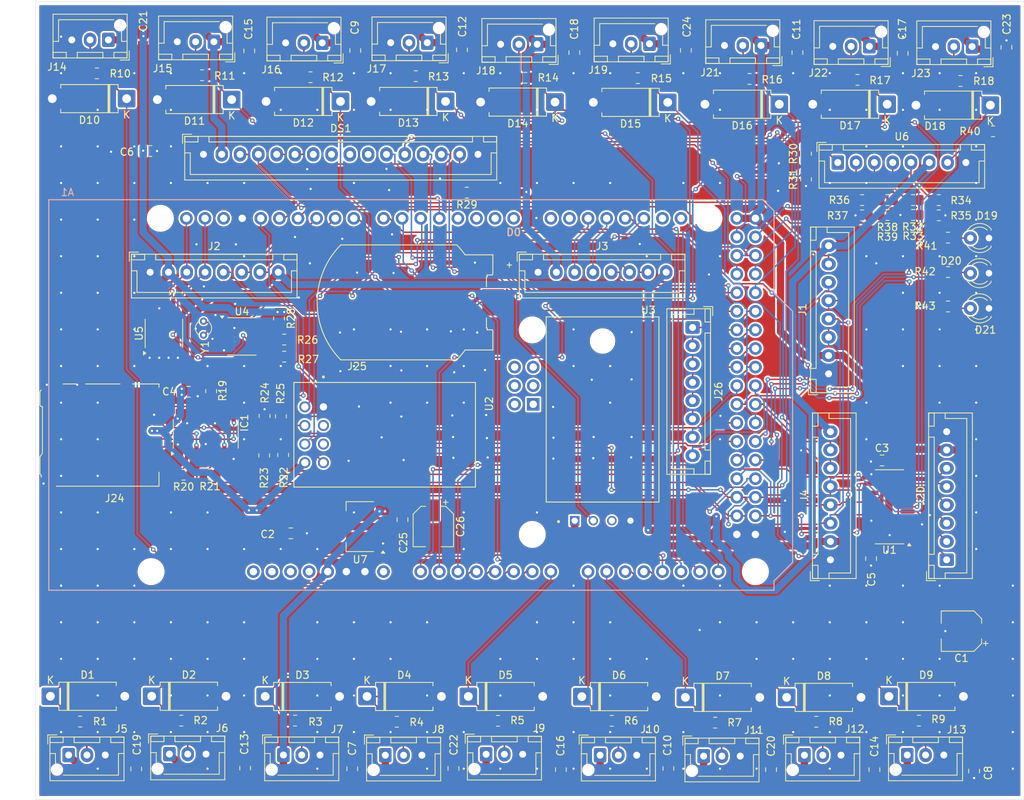
<source format=kicad_pcb>
(kicad_pcb (version 20241229) (generator "pcbnew") (generator_version "9.0")
  (layers (0 "F.Cu" signal) (2 "B.Cu" signal) (13 "F.Paste" user) (15 "B.Paste" user) (5 "F.SilkS" user "F.Silkscreen") (7 "B.SilkS" user "B.Silkscreen") (1 "F.Mask" user) (3 "B.Mask" user) (25 "Edge.Cuts" user))
  (net 0 "")
  (net 10 "RX2_ARD")
  (net 20 "TCOL3")
  (net 21 "CS_ESP")
  (net 22 "/Microcontroller2560/A12")
  (net 23 "/Microcontroller2560/A1")
  (net 24 "/Microcontroller2560/A15")
  (net 25 "/Microcontroller2560/A9")
  (net 26 "/Microcontroller2560/A4")
  (net 27 "/Microcontroller2560/A0")
  (net 28 "+5V")
  (net 29 "DHT_DATA")
  (net 30 "/Microcontroller2560/A10")
  (net 31 "SDCARD_OK")
  (net 32 "EXP_PWM_05")
  (net 33 "TROW2")
  (net 34 "MISO")
  (net 35 "EXP_D0")
  (net 36 "SCE_DIV_NK")
  (net 37 "EXP_PWM_01")
  (net 38 "EXP_D2")
  (net 39 "EXP_D3")
  (net 40 "TCOL2")
  (net 41 "SCK")
  (net 42 "/Microcontroller2560/A7")
  (net 43 "SDCARD_NONE")
  (net 44 "TCOL4")
  (net 45 "SDCARD_FAIL")
  (net 46 "GNDREF")
  (net 47 "RST_DIV_NK")
  (net 48 "MOSI")
  (net 49 "/Microcontroller2560/A2")
  (net 50 "EXP_PWM_02")
  (net 51 "TX2_ARD")
  (net 52 "/Microcontroller2560/A5")
  (net 53 "/Microcontroller2560/A3")
  (net 54 "/Microcontroller2560/A6")
  (net 55 "CS_MCP3008")
  (net 56 "D{slash}C_DIV_NK")
  (net 58 "CDN")
  (net 59 "EXP_PWM_06")
  (net 60 "E")
  (net 61 "/Microcontroller2560/A13")
  (net 62 "/Microcontroller2560/A8")
  (net 63 "TROW3")
  (net 64 "/Microcontroller2560/A11")
  (net 65 "EXP_PWM_04")
  (net 66 "RS")
  (net 67 "/Microcontroller2560/A14")
  (net 68 "EXP_PWM_03")
  (net 69 "EXP_D1")
  (net 70 "TCOL1")
  (net 71 "CS_SDCardLevelShiffter")
  (net 72 "+3.3V")
  (net 73 "TROW1")
  (net 74 "/MCP3008/A16")
  (net 75 "/MCP3008/A17")
  (net 76 "Net-(J5-Pin_2)")
  (net 77 "Net-(J6-Pin_2)")
  (net 78 "Net-(J7-Pin_2)")
  (net 79 "Net-(J8-Pin_2)")
  (net 80 "Net-(J9-Pin_2)")
  (net 81 "Net-(J10-Pin_2)")
  (net 82 "Net-(J11-Pin_2)")
  (net 83 "Net-(J12-Pin_2)")
  (net 84 "Net-(J13-Pin_2)")
  (net 85 "Net-(J14-Pin_2)")
  (net 86 "Net-(J15-Pin_2)")
  (net 87 "Net-(J16-Pin_2)")
  (net 88 "Net-(J17-Pin_2)")
  (net 89 "Net-(J18-Pin_2)")
  (net 90 "Net-(J19-Pin_2)")
  (net 91 "Net-(J20-Pin_4)")
  (net 92 "Net-(J20-Pin_1)")
  (net 93 "Net-(J20-Pin_3)")
  (net 94 "Net-(J20-Pin_5)")
  (net 95 "Net-(J20-Pin_6)")
  (net 96 "Net-(J20-Pin_2)")
  (net 97 "Net-(J21-Pin_2)")
  (net 98 "Net-(J22-Pin_2)")
  (net 99 "Net-(J23-Pin_2)")
  (net 100 "TROW4")
  (net 101 "SCK_SDCard")
  (net 102 "DO")
  (net 103 "Net-(IC1-1A)")
  (net 104 "Net-(IC1-2A)")
  (net 105 "DI")
  (net 106 "CS_SDCard")
  (net 107 "Net-(IC1-3A)")
  (net 110 "RX_ARD")
  (net 111 "ESP_~{RST}")
  (net 112 "TX_ARD")
  (net 113 "Net-(U2-RXD)")
  (net 114 "Net-(U2-CH_PD)")
  (net 118 "SCL")
  (net 119 "SDA")
  (net 120 "Net-(U4-VBAT)")
  (net 121 "Net-(U4-SQW{slash}OUT)")
  (net 122 "Net-(U4-X2)")
  (net 123 "Net-(U4-X1)")
  (net 124 "1602_VEE_PWM")
  (net 125 "1602_D6")
  (net 126 "1602_D5")
  (net 127 "1602_D4")
  (net 128 "1602_D7")
  (net 129 "RW")
  (net 132 "Net-(DS1-LED(+))")
  (net 135 "Net-(U6-~{RST})")
  (net 136 "Net-(U6-DIN)")
  (net 137 "Net-(U6-CLK)")
  (net 138 "Net-(U6-CE)")
  (net 139 "Net-(U6-DC)")
  (net 140 "Net-(U6-LIGHT)")
  (net 141 "Net-(D19-A)")
  (net 142 "Net-(D20-A)")
  (net 143 "Net-(D21-A)")
  (footprint "Library:R_0805_2012Metric" (layer "F.Cu") (at 113.9652 87.1977 90)
    (property "Reference" "R19")
    (property "Value" "3k3")
  )
  (footprint "Library:R_0805_2012Metric" (layer "F.Cu") (at 172.252 44.4592)
    (property "Reference" "R15")
    (property "Value" "10R")
  )
  (footprint "Library:D_DO-15_P10.16mm_Horizontal" (layer "F.Cu") (at 164.6047 128.9396)
    (property "Reference" "D6")
    (property "Value" "BZV55C5V1")
  )
  (footprint "Library:R_0805_2012Metric" (layer "F.Cu") (at 214.6319 75.6412)
    (property "Reference" "R43")
    (property "Value" "100R")
  )
  (footprint "Library:R_0805_2012Metric" (layer "F.Cu") (at 125.436 132.2162 180)
    (property "Reference" "R3")
    (property "Value" "10R")
  )
  (footprint "Library:JST_XH_B3B-XH-AM_1x03_P2.50mm_Vertical" (layer "F.Cu") (at 167.0977 136.9406)
    (property "Reference" "J10")
    (property "Value" "Conn_01x03_Pin")
  )
  (footprint "Library:JST_XH_B3B-XH-AM_1x03_P2.50mm_Vertical" (layer "F.Cu") (at 173.8465 39.7602 180)
    (property "Reference" "J19")
    (property "Value" "Conn_01x03_Pin")
  )
  (footprint "Library:C_0805_2012Metric" (layer "F.Cu") (at 118.618 138.6992 -90)
    (property "Reference" "C13")
    (property "Value" "100nF")
  )
  (footprint "Library:JST_XH_B3B-XH-AM_1x03_P2.50mm_Vertical" (layer "F.Cu") (at 151.5275 136.8136)
    (property "Reference" "J9")
    (property "Value" "Conn_01x03_Pin")
  )
  (footprint "Library:R_0805_2012Metric" (layer "F.Cu") (at 121.214 95.977 -90)
    (property "Reference" "R23")
    (property "Value" "1k")
  )
  (footprint "Library:R_0805_2012Metric" (layer "F.Cu") (at 98.3615 43.7988)
    (property "Reference" "R10")
    (property "Value" "10R")
  )
  (footprint "Library:R_0805_2012Metric" (layer "F.Cu") (at 202.8971 61.1124)
    (property "Reference" "R36")
    (property "Value" "22k")
  )
  (footprint "Library:C_0805_2012Metric" (layer "F.Cu") (at 218.186 139.1056 90)
    (property "Reference" "C8")
    (property "Value" "100nF")
  )
  (footprint "Library:R_0805_2012Metric" (layer "F.Cu") (at 195.2244 58.2695 -90)
    (property "Reference" "R31")
    (property "Value" "10k")
  )
  (footprint "Library:R_0805_2012Metric" (layer "F.Cu") (at 96.0755 132.3432 180)
    (property "Reference" "R1")
    (property "Value" "10R")
  )
  (footprint "Library:CP_Elec_5x5.8" (layer "F.Cu") (at 144.3228 105.6992 -90)
    (property "Reference" "C26")
    (property "Value" "10uF")
  )
  (footprint "Library:R_0805_2012Metric" (layer "F.Cu") (at 123.2408 77.2649 -90)
    (property "Reference" "R28")
    (property "Value" "3k3")
  )
  (footprint "Library:JST_XH_B16B-XH-A_1x16_P2.50mm_Vertical" (layer "F.Cu") (at 112.9188 54.864)
    (property "Reference" "DS1")
    (property "Value" "WC1602A")
  )
  (footprint "Library:R_0805_2012Metric" (layer "F.Cu") (at 112.7252 44.0528)
    (property "Reference" "R11")
    (property "Value" "10R")
  )
  (footprint "Library:JST_XH_B8B-XH-A_1x08_P2.50mm_Vertical" (layer "F.Cu") (at 214.4395 110.2452 90)
    (property "Reference" "J20")
    (property "Value" "ANALOG_EXP")
  )
  (footprint "Library:Crystal_DS26_D2.0mm_L6.0mm_Vertical" (layer "F.Cu") (at 112.9284 79.5528 90)
    (property "Reference" "Y1")
    (property "Value" "32.768")
  )
  (footprint "Library:SOIC-14_3.9x8.7mm_P1.27mm" (layer "F.Cu") (at 113.2332 93.0514 90)
    (property "Reference" "IC1")
    (property "Value" "74HCT125PW-T")
  )
  (footprint "Library:D_DO-15_P10.16mm_Horizontal" (layer "F.Cu") (at 102.4255 47.2532 180)
    (property "Reference" "D10")
    (property "Value" "BZV55C5V1")
  )
  (footprint "Library:D_DO-15_P10.16mm_Horizontal" (layer "F.Cu") (at 149.0999 128.9142)
    (property "Reference" "D5")
    (property "Value" "BZV55C5V1")
  )
  (footprint "Library:R_0805_2012Metric" (layer "F.Cu") (at 216.321 44.8402)
    (property "Reference" "R18")
    (property "Value" "10R")
  )
  (footprint "Library:C_0805_2012Metric" (layer "F.Cu") (at 148.2344 40.5892 90)
    (property "Reference" "C12")
    (property "Value" "100nF")
  )
  (footprint "Library:microSD_HC_Hirose_DM3AT-SF-PEJM5" (layer "F.Cu") (at 98.955 93.2002 -90)
    (property "Reference" "J24")
    (property "Value" "Micro_SD_Card_Det_Hirose_DM3AT")
  )
  (footprint "Library:JST_XH_B3B-XH-AM_1x03_P2.50mm_Vertical" (layer "F.Cu") (at 217.9155 40.1412 180)
    (property "Reference" "J23")
    (property "Value" "Conn_01x03_Pin")
  )
  (footprint "Library:C_0805_2012Metric" (layer "F.Cu") (at 140.1064 104.7648 90)
    (property "Reference" "C25")
    (property "Value" "100nF")
  )
  (footprint "Library:C_0805_2012Metric" (layer "F.Cu") (at 147.066 138.75 -90)
    (property "Reference" "C22")
    (property "Value" "100nF")
  )
  (footprint "Library:JST_XH_B8B-XH-A_1x08_P2.50mm_Vertical" (layer "F.Cu") (at 179.7304 78.512 -90)
    (property "Reference" "J26")
    (property "Value" "Teclado")
  )
  (footprint "Library:JST_XH_B3B-XH-AM_1x03_P2.50mm_Vertical" (layer "F.Cu") (at 189.0865 39.9888 180)
    (property "Reference" "J21")
    (property "Value" "Conn_01x03_Pin")
  )
  (footprint "Library:C_0805_2012Metric" (layer "F.Cu") (at 105.6284 54.4068)
    (property "Reference" "C6")
    (property "Value" "10uF")
  )
  (footprint "Library:D_DO-15_P10.16mm_Horizontal" (layer "F.Cu") (at 145.9865 47.6342 180)
    (property "Reference" "D13")
    (property "Value" "BZV55C5V1")
  )
  (footprint "Library:C_0805_2012Metric" (layer "F.Cu") (at 133.2484 138.8008 -90)
    (property "Reference" "C7")
    (property "Value" "100nF")
  )
  (footprint "Library:D_DO-15_P10.16mm_Horizontal" (layer "F.Cu") (at 92.0115 128.8888)
    (property "Reference" "D1")
    (property "Value" "BZV55C5V1")
  )
  (footprint "Library:SOIC-8_3.9x4.9mm_P1.27mm" (layer "F.Cu") (at 107.5182 79.3242 90)
    (property "Reference" "U5")
    (property "Value" "AT24CS32-SSHM")
  )
  (footprint "Library:R_0805_2012Metric" (layer "F.Cu") (at 141.9225 44.1798)
    (property "Reference" "R13")
    (property "Value" "10R")
  )
  (footprint "Library:C_0805_2012Metric" (layer "F.Cu") (at 104.648 39.5884 90)
    (property "Reference" "C21")
    (property "Value" "100nF")
  )
  (footprint "Library:R_0805_2012Metric" (layer "F.Cu") (at 196.6341 132.3667 180)
    (property "Reference" "R8")
    (property "Value" "10R")
  )
  (footprint "Library:D_DO-15_P10.16mm_Horizontal" (layer "F.Cu") (at 178.7506 129.0393)
    (property "Reference" "D7")
    (property "Value" "BZV55C5V1")
  )
  (footprint "Library:C_0805_2012Metric" (layer "F.Cu") (at 222.6056 40.2488 -90)
    (property "Reference" "C23")
    (property "Value" "100nF")
  )
  (footprint "Library:D_DO-15_P10.16mm_Horizontal" (layer "F.Cu") (at 192.5828 129.0393)
    (property "Reference" "D8")
    (property "Value" "BZV55C5V1")
  )
  (footprint "Library:R_0805_2012Metric" (layer "F.Cu") (at 110.2079 98.6258 180)
    (property "Reference" "R20")
    (property "Value" "3k3")
  )
  (footprint "Library:JST_XH_B3B-XH-AM_1x03_P2.50mm_Vertical" (layer "F.Cu") (at 114.3489 39.4808 180)
    (property "Reference" "J15")
    (property "Value" "Conn_01x03_Pin")
  )
  (footprint "Library:R_0805_2012Metric" (layer "F.Cu") (at 214.6319 66.2432)
    (property "Reference" "R41")
    (property "Value" "100R")
  )
  (footprint "Library:R_0805_2012Metric" (layer "F.Cu") (at 213.3619 61.1124)
    (property "Reference" "R34")
    (property "Value" "22k")
  )
  (footprint "Library:R_0805_2012Metric" (layer "F.Cu") (at 109.895 132.2162 180)
    (property "Reference" "R2")
    (property "Value" "10R")
  )
  (footprint "Library:C_0805_2012Metric" (layer "F.Cu") (at 205.6028 96.6724)
    (property "Reference" "C3")
    (property "Value" "100nF")
  )
  (footprint "Library:R_0805_2012Metric" (layer "F.Cu") (at 168.6922 132.2416 180)
    (property "Reference" "R6")
    (property "Value" "10R")
  )
  (footprint "Library:R_0805_2012Metric" (layer "F.Cu") (at 113.8147 98.575 180)
    (property "Reference" "R21")
    (property "Value" "3k3")
  )
  (footprint "Library:C_0805_2012Metric" (layer "F.Cu") (at 110.8816 87.2974 180)
    (property "Reference" "C4")
    (property "Value" "100nF")
  )
  (footprint "Library:MODULE_ESP-01" (layer "F.Cu") (at 137.668 93.1672 -90)
    (property "Reference" "U2")
    (property "Value" "ESP-01")
  )
  (footprint "Library:R_0805_2012Metric" (layer "F.Cu") (at 202.8971 63.1952 180)
    (property "Reference" "R37")
    (property "Value" "10k")
  )
  (footprint "Library:JST_XH_B3B-XH-AM_1x03_P2.50mm_Vertical" (layer "F.Cu") (at 123.8415 136.9152)
    (property "Reference" "J7")
    (property "Value" "Conn_01x03_Pin")
  )
  (footprint "Library:C_0805_2012Metric" (layer "F.Cu") (at 124.8508 106.6292)
    (property "Reference" "C2")
    (property "Value" "10uF")
  )
  (footprint "Library:R_0805_2012Metric" (layer "F.Cu") (at 210.653 132.2162 180)
    (property "Reference" "R9")
    (property "Value" "10R")
  )
  (footprint "Library:LED_D3.0mm" (layer "F.Cu") (at 220.218 71.0946 180)
    (property "Reference" "D20")
    (property "Value" "LED_YELLOW")
  )
  (footprint "Library:R_0805_2012Metric" (layer "F.Cu") (at 214.6319 70.9422)
    (property "Reference" "R42")
    (property "Value" "100R")
  )
  (footprint "Library:D_DO-15_P10.16mm_Horizontal" (layer "F.Cu") (at 206.3115 48.0152 180)
    (property "Reference" "D17")
    (property "Value" "BZV55C5V1")
  )
  (footprint "Library:C_0805_2012Metric" (layer "F.Cu") (at 204.1144 110.0836 90)
    (property "Reference" "C5")
    (property "Value" "100nF")
  )
  (footprint "Library:SOIC-16_3.9x9.9mm_P1.27mm" (layer "F.Cu") (at 206.6275 103.0062 180)
    (property "Reference" "U1")
    (property "Value" "MCP3008")
  )
  (footprint "Library:LED_D3.0mm" (layer "F.Cu") (at 220.218 75.8952 180)
    (property "Reference" "D21")
    (property "Value" "LED_GREEN")
  )
  (footprint "Library:JST_XH_B3B-XH-AM_1x03_P2.50mm_Vertical" (layer "F.Cu") (at 158.5087 39.8256 180)
    (property "Reference" "J18")
    (property "Value" "Conn_01x03_Pin")
  )
  (footprint "Library:SOT-223-3_TabPin2" (layer "F.Cu") (at 134.3156 105.7148 180)
    (property "Reference" "U7")
    (property "Value" "AMS1117-3.3")
  )
  (footprint "Library:C_0805_2012Metric" (layer "F.Cu") (at 103.7336 138.8212 -90)
    (property "Reference" "C19")
    (property "Value" "100nF")
  )
  (footprint "Library:JST_XH_B8B-XH-A_1x08_P2.50mm_Vertical" (layer "F.Cu") (at 199.5684 55.9816)
    (property "Reference" "U6")
    (property "Value" "Nokia_5110_LCD")
  )
  (footprint "Library:C_0805_2012Metric" (layer "F.Cu") (at 163.576 40.96 90)
    (property "Reference" "C18")
    (property "Value" "100nF")
  )
  (footprint "Library:R_0805_2012Metric" (layer "F.Cu") (at 156.885 44.3976)
    (property "Reference" "R14")
    (property "Value" "10R")
  )
  (footprint "Library:D_DO-15_P10.16mm_Horizontal" (layer "F.Cu") (at 160.9363 47.725 180)
    (property "Reference" "D14")
    (property "Value" "BZV55C5V1")
  )
  (footprint "Library:D_DO-15_P10.16mm_Horizontal" (layer "F.Cu") (at 191.5795 48.0152 180)
    (property "Reference" "D16")
    (property "Value" "BZV55C5V1")
  )
  (footprint "Library:R_0805_2012Metric" (layer "F.Cu") (at 153.1512 132.2416 180)
    (property "Reference" "R5")
    (property "Value" "10R")
  )
  (footprint "Library:JST_XH_B8B-XH-A_1x08_P2.50mm_Vertical" (layer "F.Cu") (at 198.5645 110.2452 90)
    (property "Reference" "J4")
    (property "Value" "EXP_SPI_02")
  )
  (footprint "Library:R_0805_2012Metric" (layer "F.Cu") (at 209.8567 61.1124)
    (property "Reference" "R32")
    (property "Value" "22k")
  )
  (footprint "Library:D_DO-15_P10.16mm_Horizontal" (layer "F.Cu") (at 121.3485 128.9142)
    (property "Reference" "D3")
    (property "Value" "BZV55C5V1")
  )
  (footprint "Library:C_0805_2012Metric" (layer "F.Cu") (at 133.6548 40.6756 90)
    (property "Reference" "C9")
    (property "Value" "100nF")
  )
  (footprint "Library:SOIC-8_3.9x4.9mm_P1.27mm" (layer "F.Cu") (at 118.175 79.7306)
    (property "Reference" "U4")
    (property "Value" "DS1307+")
  )
  (footprint "Library:R_0805_2012Metric" (layer "F.Cu") (at 195.2244 54.7662 -90)
    (property "Reference" "R30")
    (property "Value" "22k")
  )
  (footprint "Library:XDCR_DHT22" (layer "F.Cu") (at 167.4368 89.712)
    (property "Reference" "U3")
    (property "Value" "DHT22")
  )
  (footprint "Library:D_DO-15_P10.16mm_Horizontal" (layer "F.Cu") (at 105.8437 128.8888)
    (property "Reference" "D2")
    (property "Value" "BZV55C5V1")
  )
  (footprint "Library:D_DO-15_P10.16mm_Horizontal" (layer "F.Cu") (at 206.5655 128.9142)
    (property "Reference" "D9")
    (property "Value" "BZV55C5V1")
  )
  (footprint "Library:JST_XH_B3B-XH-AM_1x03_P2.50mm_Vertical" (layer "F.Cu") (at 108.2713 136.7882)
    (property "Reference" "J6")
    (property "Value" "Conn_01x03_Pin")
  )
  (footprint "Library:R_0805_2012Metric" (layer "F.Cu") (at 182.8146 132.4937 180)
    (property "Reference" "R7")
    (property "Value" "10R")
  )
  (footprint "Library:JST_XH_B8B-XH-A_1x08_P2.50mm_Vertical" (layer "F.Cu") (at 158.6236 70.9676)
    (property "Reference" "J3")
    (property "Value" "EXP_UART")
  )
  (footprint "Library:C_0805_2012Metric" (layer "F.Cu") (at 161.7472 138.9024 -90)
    (property "Reference" "C16")
    (property "Value" "100nF")
  )
  (footprint "Library:R_0805_2012Metric" (layer "F.Cu") (at 206.3515 61.1124)
    (property "Reference" "R38")
    (property "Value" "22k")
  )
  (footprint "Library:R_0805_2012Metric" (layer "F.Cu") (at 187.5155 44.5608)
    (property "Reference" "R16")
    (property "Value" "10R")
  )
  (footprint "Library:JST_XH_B3B-XH-AM_1x03_P2.50mm_Vertical" (layer "F.Cu") (at 195.0104 136.9387)
    (property "Reference" "J12")
    (property "Value" "Conn_01x03_Pin")
  )
  (footprint "Library:D_DO-15_P10.16mm_Horizontal" (layer "F.Cu") (at 131.6355 47.6342 180)
    (property "Reference" "D12")
    (property "Value" "BZV55C5V1")
  )
  (footprint "Library:JST_XH_B8B-XH-A_1x08_P2.50mm_Vertical" (layer "F.Cu") (at 198.3105 84.8452 90)
    (property "Reference" "J1")
    (property "Value" "EXP_SPI_01")
  )
  (footprint "Library:R_0805_2012Metric" (layer "F.Cu") (at 213.3619 63.1952)
    (property "Reference" "R35")
    (property "Value" "10k")
  )
  (footprint "Library:R_0805_2012Metric" (layer "F.Cu") (at 123.9539 80.1624)
    (property "Reference" "R26")
    (property "Value" "3k3")
  )
  (footprint "Library:D_DO-15_P10.16mm_Horizontal" (layer "F.Cu") (at 135.2677 128.9142)
    (property "Reference" "D4")
    (property "Value" "BZV55C5V1")
  )
  (footprint "Library:R_0805_2012Metric" (layer "F.Cu") (at 209.8567 63.1444 180)
    (property "Reference" "R33")
    (property "Value" "10k")
  )
  (footprint "Library:JST_XH_B3B-XH-AM_1x03_P2.50mm_Vertical" (layer "F.Cu") (at 137.7607 136.9406)
    (property "Reference" "J8")
    (property "Value" "Conn_01x03_Pin")
  )
  (footprint "Library:C_0805_2012Metric" (layer "F.Cu") (at 194.056 40.96 90)
    (property "Reference" "C11")
    (property "Value" "100nF")
  )
  (footprint "Library:LED_D3.0mm" (layer "F.Cu") (at 220.218 66.294 180)
    (property "Reference" "D19")
    (property "Value" "LED_RED")
  )
  (footprint "Library:C_0805_2012Metric" (layer "F.Cu") (at 178.816 40.6552 90)
    (property "Reference" "C24")
    (property "Value" "100nF")
  )
  (footprint "Library:R_0805_2012Metric" (layer "F.Cu") (at 123.9539 82.4992)
    (property "Reference" "R27")
    (property "Value" "3k3")
  )
  (footprint "Library:R_0805_2012Metric" (layer "F.Cu") (at 206.3515 63.1444)
    (property "Reference" "R39")
    (property "Value" "10k")
  )
  (footprint "Library:JST_XH_B3B-XH-AM_1x03_P2.50mm_Vertical" (layer "F.Cu") (at 203.8839 40.1158 180)
    (property "Reference" "J22")
    (property "Value" "Conn_01x03_Pin")
  )
  (footprint "Library:CP_Elec_5x5.8" (layer "F.Cu") (at 216.4588 119.9896 180)
    (property "Reference" "C1")
    (property "Value" "10uF")
  )
  (footprint "Library:JST_XH_B3B-XH-AM_1x03_P2.50mm_Vertical" (layer "F.Cu") (at 209.0585 136.9152)
    (property "Reference" "J13")
    (property "Value" "Conn_01x03_Pin")
  )
  (footprint "Library:C_0805_2012Metric" (layer "F.Cu") (at 119.1768 40.7264 90)
    (property "Reference" "C15")
    (property "Value" "100nF")
  )
  (footprint "Library:JST_XH_B3B-XH-AM_1x03_P2.50mm_Vertical" (layer "F.Cu") (at 99.9325 39.2268 180)
    (property "Reference" "J14")
    (property "Value" "Conn_01x03_Pin")
  )
  (footprint "Library:Arduino_Mega2560_R3_Shield" (layer "F.Cu") (at 91.7956 114.4016)
    (property "Reference" "A1")
    (property "Value" "Arduino_Mega2560_R3_Shield")
  )
  (footprint "Library:HARWIN_S8421-45R" (layer "F.Cu") (at 139.5984 75.0824 90)
    (property "Reference" "J25")
    (property "Value" "CR2032_Holder")
  )
  (footprint "Library:JST_XH_B3B-XH-AM_1x03_P2.50mm_Vertical" (layer "F.Cu") (at 181.2436 137.0657)
    (property "Reference" "J11")
    (property "Value" "Conn_01x03_Pin")
  )
  (footprint "Library:C_0805_2012Metric" (layer "F.Cu") (at 190.4492 138.9024 -90)
    (property "Reference" "C20")
    (property "Value" "100nF")
  )
  (footprint "Library:R_0805_2012Metric" (layer "F.Cu") (at 121.2648 90.5922 -90)
    (property "Reference" "R24")
    (property "Value" "1k")
  )
  (footprint "Library:R_0805_2012Metric" (layer "F.Cu") (at 123.5 90.643 90)
    (property "Reference" "R25")
    (property "Value" "2k2")
  )
  (footprint "Library:JST_XH_B3B-XH-AM_1x03_P2.50mm_Vertical" (layer "F.Cu") (at 94.5045 136.9152)
    (property "Reference" "J5")
    (property "Value" "Conn_01x03_Pin")
  )
  (footprint "Library:D_DO-15_P10.16mm_Horizontal" (layer "F.Cu") (at 116.7765 47.3802 180)
    (property "Reference" "D11")
    (property "Value" "BZV55C5V1")
  )
  (footprint "Library:C_0805_2012Metric" (layer "F.Cu") (at 204.5716 138.9024 -90)
    (property "Reference" "C14")
    (property "Value" "100nF")
  )
  (footprint "Library:R_0805_2012Metric" (layer "F.Cu") (at 123.8048 95.9262 90)
    (property "Reference" "R22")
    (property "Value" "2k2")
  )
  (footprint "Library:R_0805_2012Metric" (layer "F.Cu") (at 127.548 44.3322)
    (property "Reference" "R12")
    (property "Value" "10R")
  )
  (footprint "Library:JST_XH_B3B-XH-AM_1x03_P2.50mm_Vertical" (layer "F.Cu") (at 143.4935 39.6078 180)
    (property "Reference" "J17")
    (property "Value" "Conn_01x03_Pin")
  )
  (footprint "Library:R_0805_2012Metric" (layer "F.Cu") (at 202.2602 44.6878)
    (property "Reference" "R17")
    (property "Value" "10R")
  )
  (footprint "Library:C_0805_2012Metric" (layer "F.Cu") (at 208.4324 41.0616 90)
    (property "Reference" "C17")
    (property "Value" "100nF")
  )
  (footprint "Library:D_DO-15_P10.16mm_Horizontal" (layer "F.Cu") (at 176.3395 47.7612 180)
    (property "Reference" "D15")
    (property "Value" "BZV55C5V1")
  )
  (footprint "Library:JST_XH_B8B-XH-A_1x08_P2.50mm_Vertical" (layer "F.Cu") (at 105.6392 70.9676)
    (property "Reference" "J2")
    (property "Value" "EXP_I2C")
  )
  (footprint "Library:R_0805_2012Metric" (layer "F.Cu") (at 148.8967 60.0964 180)
    (property "Reference" "R29")
    (property "Value" "100R")
  )
  (footprint "Library:R_0805_2012Metric" (layer "F.Cu") (at 220.7787 51.7144 180)
    (property "Reference" "R40")
    (property "Value" "100R")
  )
  (footprint "Library:D_DO-15_P10.16mm_Horizontal" (layer "F.Cu") (at 220.4085 48.1422 180)
    (property "Reference" "D18")
    (property "Value" "BZV55C5V1")
  )
  (footprint "Library:C_0805_2012Metric" (layer "F.Cu") (at 176.4284 138.75 -90)
    (property "Reference" "C10")
    (property "Value" "100nF")
  )
  (footprint "Library:JST_XH_B3B-XH-AM_1x03_P2.50mm_Vertical" (layer "F.Cu") (at 129.1425 39.6332 180)
    (property "Reference" "J16")
    (property "Value" "Conn_01x03_Pin")
  )
  (footprint "Library:R_0805_2012Metric" (layer "F.Cu") (at 139.3317 132.3686 180)
    (property "Reference" "R4")
    (property "Value" "10R")
  )
  (gr_rect (start 90 34) (end 225 143) (stroke (width 0.05)) (fill no) (layer "Edge.Cuts"))
  (segment (start 166.124 66.6389) (end 167.996 64.7669) (width 0.2) (layer "B.Cu") (net 10))
  (segment (start 166.124 70.4301) (end 166.124 66.6389) (width 0.2) (layer "B.Cu") (net 10))
  (segment (start 167.996 64.7669) (end 167.996 63.6016) (width 0.2) (layer "B.Cu") (net 10))
  (segment (start 185.776 86.9434) (end 185.776 87.6269) (width 0.2) (layer "B.Cu") (net 20))
  (segment (start 185.776 87.6269) (end 184.893 87.6269) (width 0.2) (layer "B.Cu") (net 20))
  (segment (start 184.893 87.6269) (end 180.16 92.3603) (width 0.2) (layer "B.Cu") (net 20))
  (segment (start 179.73 92.3603) (end 179.73 93.512) (width 0.2) (layer "B.Cu") (net 20))
  (segment (start 180.16 92.3603) (end 179.73 92.3603) (width 0.2) (layer "B.Cu") (net 20))
  (segment (start 123.5 89.7305) (end 125.417 87.8133) (width 0.2) (layer "F.Cu") (net 21))
  (segment (start 125.417 87.8133) (end 126.554 87.8133) (width 0.2) (layer "F.Cu") (net 21))
  (via (at 126.554 87.8133) (size 0.6) (drill 0.3) (layers "F.Cu" "B.Cu") (net 21))
  (segment (start 126.554 77.2792) (end 126.554 87.8133) (width 0.2) (layer "B.Cu") (net 21))
  (segment (start 120.752 63.6016) (end 120.752 64.7669) (width 0.2) (layer "B.Cu") (net 21))
  (segment (start 120.752 64.7669) (end 121.889 65.9045) (width 0.2) (layer "B.Cu") (net 21))
  (segment (start 121.889 72.6142) (end 126.554 77.2792) (width 0.2) (layer "B.Cu") (net 21))
  (segment (start 121.889 65.9045) (end 121.889 72.6142) (width 0.2) (layer "B.Cu") (net 21))
  (segment (start 175.716 109.656) (end 175.654 109.594) (width 0.2) (layer "F.Cu") (net 22))
  (segment (start 106.9978 109.7788) (end 106.066 108.847) (width 0.2) (layer "F.Cu") (net 22))
  (segment (start 152.659257 109.7788) (end 106.9978 109.7788) (width 0.2) (layer "F.Cu") (net 22))
  (segment (start 152.844057 109.594) (end 152.659257 109.7788) (width 0.2) (layer "F.Cu") (net 22))
  (segment (start 99.3737 44.2014) (end 101.205 46.0325) (width 0.2) (layer "F.Cu") (net 22))
  (segment (start 175.654 109.594) (end 152.844057 109.594) (width 0.2) (layer "F.Cu") (net 22))
  (segment (start 101.205 46.0325) (end 102.426 47.2532) (width 0.2) (layer "F.Cu") (net 22))
  (segment (start 101.205 46.0325) (end 102.426 47.2529) (width 0.2) (layer "F.Cu") (net 22))
  (via (at 106.066 108.847) (size 0.6) (drill 0.3) (layers "F.Cu" "B.Cu") (net 22))
  (via (at 175.716 109.656) (size 0.6) (drill 0.3) (layers "F.Cu" "B.Cu") (net 22))
  (segment (start 106.066 108.847) (end 103.885 106.667) (width 0.2) (layer "B.Cu") (net 22))
  (segment (start 103.885 106.667) (end 103.885 85.735) (width 0.2) (layer "B.Cu") (net 22))
  (segment (start 175.616 111.38) (end 175.616 109.757) (width 0.2) (layer "B.Cu") (net 22))
  (segment (start 102.426 84.2757) (end 102.426 47.9037) (width 0.2) (layer "B.Cu") (net 22))
  (segment (start 103.885 85.735) (end 102.426 84.2757) (width 0.2) (layer "B.Cu") (net 22))
  (segment (start 175.616 109.757) (end 175.716 109.656) (width 0.2) (layer "B.Cu") (net 22))
  (segment (start 160.684 74.5397) (end 159.637 75.5867) (width 0.2) (layer "F.Cu") (net 23))
  (segment (start 183.106 56.6609) (end 180.152 59.6143) (width 0.2) (layer "F.Cu") (net 23))
  (segment (start 194.042 51.0905) (end 188.472 56.6609) (width 0.2) (layer "F.Cu") (net 23))
  (segment (start 205.998 51.0905) (end 194.042 51.0905) (width 0.2) (layer "F.Cu") (net 23))
  (segment (start 179.76 74.5397) (end 160.684 74.5397) (width 0.2) (layer "F.Cu") (net 23))
  (segment (start 205.056 46.7595) (end 205.684 47.3872) (width 0.2) (layer "F.Cu") (net 23))
  (segment (start 205.056 46.7595) (end 206.312 48.0146) (width 0.2) (layer "F.Cu") (net 23))
  (segment (start 188.472 56.6609) (end 183.106 56.6609) (width 0.2) (layer "F.Cu") (net 23))
  (segment (start 203.173 44.8764) (end 205.056 46.7595) (width 0.2) (layer "F.Cu") (net 23))
  (segment (start 147.214 82.5963) (end 161.91 82.5963) (width 0.2) (layer "F.Cu") (net 23))
  (via (at 205.998 51.0905) (size 0.6) (drill 0.3) (layers "F.Cu" "B.Cu") (net 23))
  (via (at 147.214 82.5963) (size 0.6) (drill 0.3) (layers "F.Cu" "B.Cu") (net 23))
  (via (at 180.152 59.6143) (size 0.6) (drill 0.3) (layers "F.Cu" "B.Cu") (net 23))
  (via (at 179.76 74.5397) (size 0.6) (drill 0.3) (layers "F.Cu" "B.Cu") (net 23))
  (via (at 159.637 75.5867) (size 0.6) (drill 0.3) (layers "F.Cu" "B.Cu") (net 23))
  (via (at 161.91 82.5963) (size 0.6) (drill 0.3) (layers "F.Cu" "B.Cu") (net 23))
  (segment (start 179.76 60.007) (end 179.76 74.5397) (width 0.2) (layer "B.Cu") (net 23))
  (segment (start 180.152 59.6143) (end 179.76 60.007) (width 0.2) (layer "B.Cu") (net 23))
  (segment (start 145.136 111.38) (end 145.136 84.6751) (width 0.2) (layer "B.Cu") (net 23))
  (segment (start 161.91 77.8604) (end 159.637 75.5867) (width 0.2) (layer "B.Cu") (net 23))
  (segment (start 161.91 82.5963) (end 161.91 77.8604) (width 0.2) (layer "B.Cu") (net 23))
  (segment (start 205.998 48.8222) (end 205.998 51.0905) (width 0.2) (layer "B.Cu") (net 23))
  (segment (start 145.136 84.6751) (end 147.214 82.5963) (width 0.2) (layer "B.Cu") (net 23))
  (segment (start 144.461 46.1083) (end 145.986 47.6342) (width 0.2) (layer "F.Cu") (net 24))
  (segment (start 142.935 44.5824) (end 143.316 44.9639) (width 0.2) (layer "F.Cu") (net 24))
  (segment (start 177.754 50.0067) (end 162.882 50.0067) (width 0.2) (layer "F.Cu") (net 24))
  (segment (start 148.551 49.9031) (end 148.099 49.4516) (width 0.2) (layer "F.Cu") (net 24))
  (segment (start 143.316 44.9639) (end 144.46 46.1083) (width 0.2) (layer "F.Cu") (net 24))
  (segment (start 162.882 50.0067) (end 162.103 49.2277) (width 0.2) (layer "F.Cu") (net 24))
  (segment (start 162.103 49.2277) (end 161.309 49.2277) (width 0.2) (layer "F.Cu") (net 24))
  (segment (start 161.309 49.2277) (end 160.633 49.9031) (width 0.2) (layer "F.Cu") (net 24))
  (segment (start 143.316 44.9639) (end 142.835 44.4825) (width 0.2) (layer "F.Cu") (net 24))
  (segment (start 160.633 49.9031) (end 148.551 49.9031) (width 0.2) (layer "F.Cu") (net 24))
  (segment (start 144.46 46.1083) (end 144.461 46.1083) (width 0.2) (layer "F.Cu") (net 24))
  (via (at 177.754 50.0067) (size 0.6) (drill 0.3) (layers "F.Cu" "B.Cu") (net 24))
  (via (at 148.099 49.4516) (size 0.6) (drill 0.3) (layers "F.Cu" "B.Cu") (net 24))
  (segment (start 178.404 65.5457) (end 179.352 64.5971) (width 0.2) (layer "B.Cu") (net 24))
  (segment (start 146.7847 48.137) (end 148.099 49.4516) (width 0.2) (layer "B.Cu") (net 24))
  (segment (start 179.352 51.6055) (end 177.754 50.0067) (width 0.2) (layer "B.Cu") (net 24))
  (segment (start 183.236 111.38) (end 183.236 110.696) (width 0.2) (layer "B.Cu") (net 24))
  (segment (start 178.404 105.864) (end 178.404 65.5457) (width 0.2) (layer "B.Cu") (net 24))
  (segment (start 183.236 110.696) (end 178.404 105.864) (width 0.2) (layer "B.Cu") (net 24))
  (segment (start 179.352 64.5971) (end 179.352 51.6055) (width 0.2) (layer "B.Cu") (net 24))
  (segment (start 180.276 130.565) (end 179.5135 129.802) (width 0.2) (layer "F.Cu") (net 25))
  (segment (start 181.802 132.091) (end 180.276 130.565) (width 0.2) (layer "F.Cu") (net 25))
  (segment (start 167.996 111.862) (end 167.996 113.027) (width 0.2) (layer "B.Cu") (net 25))
  (segment (start 167.996 113.027) (end 178.751 123.782) (width 0.2) (layer "B.Cu") (net 25))
  (segment (start 178.751 123.782) (end 178.751 128.3886) (width 0.2) (layer "B.Cu") (net 25))
  (segment (start 107.413 130.458) (end 108.982 132.028) (width 0.2) (layer "F.Cu") (net 26))
  (segment (start 120.902 113.83) (end 105.844 128.889) (width 0.2) (layer "F.Cu") (net 26))
  (segment (start 152.274 111.862) (end 151.912 111.862) (width 0.2) (layer "F.Cu") (net 26))
  (segment (start 149.944 113.83) (end 120.902 113.83) (width 0.2) (layer "F.Cu") (net 26))
  (segment (start 105.844 128.889) (end 107.413 130.458) (width 0.2) (layer "F.Cu") (net 26))
  (segment (start 151.912 111.862) (end 149.944 113.83) (width 0.2) (layer "F.Cu") (net 26))
  (segment (start 188.528 44.9634) (end 189.291 45.7263) (width 0.2) (layer "F.Cu") (net 27))
  (segment (start 144.275 97.8916) (end 144.3258 97.9424) (width 0.2) (layer "F.Cu") (net 27))
  (segment (start 181.9644 97.9424) (end 184.361 100.339) (width 0.2) (layer "F.Cu") (net 27))
  (segment (start 191.7 100.339) (end 191.976 100.063) (width 0.2) (layer "F.Cu") (net 27))
  (segment (start 144.3258 97.9424) (end 181.9644 97.9424) (width 0.2) (layer "F.Cu") (net 27))
  (segment (start 189.291 45.7267) (end 191.5798 48.0148) (width 0.2) (layer "F.Cu") (net 27))
  (segment (start 184.361 100.339) (end 191.7 100.339) (width 0.2) (layer "F.Cu") (net 27))
  (segment (start 189.291 45.7263) (end 189.291 45.7267) (width 0.2) (layer "F.Cu") (net 27))
  (via (at 144.275 97.8916) (size 0.6) (drill 0.3) (layers "F.Cu" "B.Cu") (net 27))
  (via (at 191.976 100.063) (size 0.6) (drill 0.3) (layers "F.Cu" "B.Cu") (net 27))
  (segment (start 142.596 110.696) (end 142.596 111.38) (width 0.2) (layer "B.Cu") (net 27))
  (segment (start 194.149 50.5848) (end 191.58 48.0152) (width 0.2) (layer "B.Cu") (net 27))
  (segment (start 192.5 90.4886) (end 192.5 70.8468) (width 0.2) (layer "B.Cu") (net 27))
  (segment (start 144.275 97.8916) (end 144.275 109.017) (width 0.2) (layer "B.Cu") (net 27))
  (segment (start 144.275 109.017) (end 142.596 110.696) (width 0.2) (layer "B.Cu") (net 27))
  (segment (start 191.976 100.063) (end 192.596 99.4436) (width 0.2) (layer "B.Cu") (net 27))
  (segment (start 192.596 99.4436) (end 192.596 90.5846) (width 0.2) (layer "B.Cu") (net 27))
  (segment (start 192.5 70.8468) (end 194.149 69.1975) (width 0.2) (layer "B.Cu") (net 27))
  (segment (start 192.596 90.5846) (end 192.5 90.4886) (width 0.2) (layer "B.Cu") (net 27))
  (segment (start 194.149 69.1975) (end 194.149 50.5848) (width 0.2) (layer "B.Cu") (net 27))
  (segment (start 204.152 106.181) (end 205.127 106.181) (width 1) (layer "F.Cu") (net 28))
  (segment (start 114.349 39.4808) (end 120.603 39.4808) (width 1) (layer "F.Cu") (net 28))
  (segment (start 194.164 39.9888) (end 194.077 39.9888) (width 1) (layer "F.Cu") (net 28))
  (segment (start 222.509 95.2452) (end 222.555 95.1992) (width 1) (layer "F.Cu") (net 28))
  (segment (start 149.8092 60.0964) (end 156.923 60.0964) (width 1) (layer "F.Cu") (net 28))
  (segment (start 200.811 107.745) (end 202.199 109.134) (width 1) (layer "F.Cu") (net 28))
  (segment (start 156.923 60.0964) (end 157.025 59.9948) (width 1) (layer "F.Cu") (net 28))
  (segment (start 209.058 139.226) (end 209.058 136.952) (width 1) (layer "F.Cu") (net 28))
  (segment (start 127.466 37.9572) (end 129.142 39.6332) (width 1) (layer "F.Cu") (net 28))
  (segment (start 133.248 140.292) (end 136.72 140.292) (width 1) (layer "F.Cu") (net 28))
  (segment (start 165.04 108.347) (end 163.627 106.934) (width 1) (layer "F.Cu") (net 28))
  (segment (start 146.678 140.292) (end 150.36 140.292) (width 1) (layer "F.Cu") (net 28))
  (segment (start 123.842 139.226) (end 123.842 136.952) (width 1) (layer "F.Cu") (net 28))
  (segment (start 202.647 38.4398) (end 204.323 40.1158) (width 1) (layer "F.Cu") (net 28))
  (segment (start 218.1008 40.1412) (end 218.4472 40.4876) (width 1) (layer "F.Cu") (net 28))
  (segment (start 152.866 38.1496) (end 156.833 38.1496) (width 1) (layer "F.Cu") (net 28))
  (segment (start 222.555 95.1992) (end 222.555 94.234) (width 1) (layer "F.Cu") (net 28))
  (segment (start 196.692 39.9888) (end 198.241 38.4398) (width 1) (layer "F.Cu") (net 28))
  (segment (start 119.472 39.4808) (end 120.603 39.4808) (width 1) (layer "F.Cu") (net 28))
  (segment (start 151.408 39.6078) (end 152.866 38.1496) (width 1) (layer "F.Cu") (net 28))
  (segment (start 124.866 77.278) (end 124.866 80.1624) (width 1) (layer "F.Cu") (net 28))
  (segment (start 214.44 95.2452) (end 222.509 95.2452) (width 1) (layer "F.Cu") (net 28))
  (segment (start 104.75 37.8048) (end 105.816 37.8048) (width 1) (layer "F.Cu") (net 28))
  (segment (start 221.691 95.25) (end 222.555 96.1136) (width 1) (layer "F.Cu") (net 28))
  (segment (start 165.519 140.292) (end 165.644 140.417) (width 1) (layer "F.Cu") (net 28))
  (segment (start 179.197 39.7602) (end 181.997 39.7602) (width 1) (layer "F.Cu") (net 28))
  (segment (start 172.17 38.0842) (end 173.846 39.7602) (width 1) (layer "F.Cu") (net 28))
  (segment (start 161.747 139.852) (end 161.418 139.852) (width 1) (layer "F.Cu") (net 28))
  (segment (start 104.716 37.839) (end 104.716 37.8389) (width 1) (layer "F.Cu") (net 28))
  (segment (start 198.565 107.745) (end 196.888 107.745) (width 1) (layer "F.Cu") (net 28))
  (segment (start 120.603 39.4808) (end 121.976 39.4808) (width 1) (layer "F.Cu") (net 28))
  (segment (start 204.1144 109.1336) (end 204.152 109.096) (width 1) (layer "F.Cu") (net 28))
  (segment (start 104.716 37.9984) (end 104.716 37.839) (width 1) (layer "F.Cu") (net 28))
  (segment (start 181.244 139.376) (end 181.244 137.103) (width 1) (layer "F.Cu") (net 28))
  (segment (start 221.386 40.4876) (end 222.098 41.1988) (width 1) (layer "F.Cu") (net 28))
  (segment (start 217.179 137.149) (end 216.143 137.149) (width 1) (layer "F.Cu") (net 28))
  (segment (start 190.161 140.14) (end 190.161 140.417) (width 1) (layer "F.Cu") (net 28))
  (segment (start 104.665 38.6211) (end 104.648 38.6384) (width 1) (layer "F.Cu") (net 28))
  (segment (start 104.716 37.839) (end 104.75 37.8048) (width 1) (layer "F.Cu") (net 28))
  (segment (start 103.988 37.8048) (end 104.75 37.8048) (width 1) (layer "F.Cu") (net 28))
  (segment (start 104.716 37.8389) (end 104.75 37.8048) (width 1) (layer "F.Cu") (net 28))
  (segment (start 190.4307 139.8703) (end 190.161 140.14) (width 1) (layer "F.Cu") (net 28))
  (segment (start 204.323 40.1158) (end 208.5174 40.1158) (width 1) (layer "F.Cu") (net 28))
  (segment (start 198.3105 82.3452) (end 200.286 82.3452) (width 1) (layer "F.Cu") (net 28))
  (segment (start 150.36 140.292) (end 160.979 140.292) (width 1) (layer "F.Cu") (net 28))
  (segment (start 158.509 39.8256) (end 165.002 39.8256) (width 1) (layer "F.Cu") (net 28))
  (segment (start 207.868 140.417) (end 212.875 140.417) (width 1) (layer "F.Cu") (net 28))
  (segment (start 137.761 139.251) (end 137.761 136.941) (width 1) (layer "F.Cu") (net 28))
  (segment (start 204.139 140.285) (end 204.139 140.417) (width 1) (layer "F.Cu") (net 28))
  (segment (start 194.077 39.9888) (end 194.056 40.01) (width 1) (layer "F.Cu") (net 28))
  (segment (start 204.152 106.9097) (end 204.152 106.181) (width 1) (layer "F.Cu") (net 28))
  (segment (start 123.241 76.3524) (end 123.941 76.3524) (width 1) (layer "F.Cu") (net 28))
  (segment (start 123.952 76.4032) (end 124.264 76.7153) (width 1) (layer "F.Cu") (net 28))
  (segment (start 151.528 139.124) (end 151.528 136.856) (width 1) (layer "F.Cu") (net 28))
  (segment (start 133.921 39.6332) (end 136.15 39.6332) (width 1) (layer "F.Cu") (net 28))
  (segment (start 166.463 39.8256) (end 168.204 38.0842) (width 1) (layer "F.Cu") (net 28))
  (segment (start 133.921 39.6332) (end 133.747 39.6332) (width 1) (layer "F.Cu") (net 28))
  (segment (start 193.843 140.417) (end 204.139 140.417) (width 1) (layer "F.Cu") (net 28))
  (segment (start 136.72 140.292) (end 137.761 139.251) (width 1) (layer "F.Cu") (net 28))
  (segment (start 104.716 38.5327) (end 104.716 37.9984) (width 1) (layer "F.Cu") (net 28))
  (segment (start 105.613 76.0867) (end 105.6132 76.0869) (width 1) (layer "F.Cu") (net 28))
  (segment (start 180.203 140.417) (end 181.244 139.376) (width 1) (layer "F.Cu") (net 28))
  (segment (start 161.418 139.852) (end 160.979 140.292) (width 1) (layer "F.Cu") (net 28))
  (segment (start 218.1856 138.1556) (end 217.784 137.754) (width 1) (layer "F.Cu") (net 28))
  (segment (start 206.553 96.5306) (end 206.553 96.6722) (width 1) (layer "F.Cu") (net 28))
  (segment (start 221.691 95.0976) (end 222.555 94.234) (width 1) (layer "F.Cu") (net 28))
  (segment (start 123.089 76.3524) (end 123.038 76.4032) (width 1) (layer "F.Cu") (net 28))
  (segment (start 191.755 79.0806) (end 195.02 82.3452) (width 1) (layer "F.Cu") (net 28))
  (segment (start 136.9568 103.632) (end 144.19 103.632) (width 1) (layer "F.Cu") (net 28))
  (segment (start 204.152 106.9097) (end 204.1525 106.9092) (width 1) (layer "F.Cu") (net 28))
  (segment (start 104.716 38.7096) (end 104.716 38.6211) (width 1) (layer "F.Cu") (net 28))
  (segment (start 112.673 37.8048) (end 114.349 39.4808) (width 1) (layer "F.Cu") (net 28))
  (segment (start 103.734 140.268) (end 112.279 140.268) (width 1) (layer "F.Cu") (net 28))
  (segment (start 217.179 137.149) (end 216.9 136.87) (width 1) (layer "F.Cu") (net 28))
  (segment (start 221.691 51.7144) (end 222.123 51.2825) (width 1) (layer "F.Cu") (net 28))
  (segment (start 129.1425 39.6332) (end 133.921 39.6332) (width 1) (layer "F.Cu") (net 28))
  (segment (start 165.002 39.8256) (end 166.463 39.8256) (width 1) (layer "F.Cu") (net 28))
  (segment (start 222.123 51.2825) (end 222.555 50.8506) (width 1) (layer "F.Cu") (net 28))
  (segment (start 109.046 137.5629) (end 109.046 137.563) (width 1) (layer "F.Cu") (net 28))
  (segment (start 119.177 39.7764) (end 119.472 39.4808) (width 1) (layer "F.Cu") (net 28))
  (segment (start 122.136 140.266) (end 122.161 140.292) (width 1) (layer "F.Cu") (net 28))
  (segment (start 198.241 38.4398) (end 202.647 38.4398) (width 1) (layer "F.Cu") (net 28))
  (segment (start 105.816 37.8048) (end 112.673 37.8048) (width 1) (layer "F.Cu") (net 28))
  (segment (start 119.181 140.266) (end 122.136 140.266) (width 1) (layer "F.Cu") (net 28))
  (segment (start 176.428 139.7) (end 176.428 140.417) (width 1) (layer "F.Cu") (net 28))
  (segment (start 200.286 82.3452) (end 207.67 89.7301) (width 1) (layer "F.Cu") (net 28))
  (segment (start 222.555 41.1482) (end 222.555 41.2496) (width 1) (layer "F.Cu") (net 28))
  (segment (start 122.161 140.292) (end 133.248 140.292) (width 1) (layer "F.Cu") (net 28))
  (segment (start 141.818 37.9318) (end 143.494 39.6078) (width 1) (layer "F.Cu") (net 28))
  (segment (start 222.606 41.1988) (end 222.555 41.2496) (width 1) (layer "F.Cu") (net 28))
  (segment (start 118.618 139.649) (end 118.7388 139.7698) (width 1) (layer "F.Cu") (net 28))
  (segment (start 133.248 139.751) (end 133.248 140.292) (width 1) (layer "F.Cu") (net 28))
  (segment (start 217.311 137.281) (end 217.311 135.981) (width 1) (layer "F.Cu") (net 28))
  (segment (start 148.726 39.6078) (end 148.266 39.6078) (width 1) (layer "F.Cu") (net 28))
  (segment (start 121.976 39.4808) (end 123.5 37.9572) (width 1) (layer "F.Cu") (net 28))
  (segment (start 196.286 108.347) (end 165.04 108.347) (width 1) (layer "F.Cu") (net 28))
  (segment (start 165.519 140.292) (end 166.057 140.292) (width 1) (layer "F.Cu") (net 28))
  (segment (start 163.627 106.934) (end 163.627 104.902) (width 1) (layer "F.Cu") (net 28))
  (segment (start 104.716 38.5327) (end 103.988 37.8048) (width 1) (layer "F.Cu") (net 28))
  (segment (start 168.204 38.0842) (end 172.17 38.0842) (width 1) (layer "F.Cu") (net 28))
  (segment (start 103.7338 139.771) (end 103.734 139.771) (width 1) (layer "F.Cu") (net 28))
  (segment (start 150.36 140.292) (end 151.528 139.124) (width 1) (layer "F.Cu") (net 28))
  (segment (start 94.5047 136.915) (end 97.8573 140.268) (width 1) (layer "F.Cu") (net 28))
  (segment (start 124.304 76.7153) (end 124.304 76.7152) (width 1) (layer "F.Cu") (net 28))
  (segment (start 112.279 140.268) (end 112.281 140.266) (width 1) (layer "F.Cu") (net 28))
  (segment (start 204.5716 139.8524) (end 204.139 140.285) (width 1) (layer "F.Cu") (net 28))
  (segment (start 191.755 67.041) (end 191.755 79.0806) (width 1) (layer "F.Cu") (net 28))
  (segment (start 212.875 140.417) (end 216.143 137.149) (width 1) (layer "F.Cu") (net 28))
  (segment (start 206.553 96.8754) (end 206.553 96.5306) (width 1) (layer "F.Cu") (net 28))
  (segment (start 217.311 135.981) (end 218.626 134.666) (width 1) (layer "F.Cu") (net 28))
  (segment (start 207.67 95.1484) (end 214.343 95.1484) (width 1) (layer "F.Cu") (net 28))
  (segment (start 124.866 82.4992) (end 124.866 80.1624) (width 1) (layer "F.Cu") (net 28))
  (segment (start 183.444 38.3128) (end 187.41 38.3128) (width 1) (layer "F.Cu") (net 28))
  (segment (start 179.197 39.7602) (end 178.871 39.7602) (width 1) (layer "F.Cu") (net 28))
  (segment (start 216.24 38.4652) (end 217.916 40.1409) (width 1) (layer "F.Cu") (net 28))
  (segment (start 218.626 112.908) (end 222.555 108.98) (width 1) (layer "F.Cu") (net 28))
  (segment (start 190.4307 139.8703) (end 190.4486 139.8524) (width 1) (layer "F.Cu") (net 28))
  (segment (start 121.513 76.9622) (end 124.55 76.9622) (width 1) (layer "F.Cu") (net 28))
  (segment (start 118.7388 139.7698) (end 118.6182 139.6492) (width 1) (layer "F.Cu") (net 28))
  (segment (start 163.76 39.8256) (end 165.002 39.8256) (width 1) (layer "F.Cu") (net 28))
  (segment (start 222.555 41.2496) (end 222.555 50.8506) (width 1) (layer "F.Cu") (net 28))
  (segment (start 148.266 39.6078) (end 148.25 39.6235) (width 1) (layer "F.Cu") (net 28))
  (segment (start 118.7388 139.7698) (end 119.181 140.212) (width 1) (layer "F.Cu") (net 28))
  (segment (start 99.9325 39.2268) (end 101.443 39.2268) (width 1) (layer "F.Cu") (net 28))
  (segment (start 222.555 50.8506) (end 222.555 94.234) (width 1) (layer "F.Cu") (net 28))
  (segment (start 194.164 39.9888) (end 196.692 39.9888) (width 1) (layer "F.Cu") (net 28))
  (segment (start 222.555 108.98) (end 222.555 96.1136) (width 1) (layer "F.Cu") (net 28))
  (segment (start 122.136 140.266) (end 122.801 140.266) (width 1) (layer "F.Cu") (net 28))
  (segment (start 105.6132 76.0869) (end 105.6132 76.8492) (width 1) (layer "F.Cu") (net 28))
  (segment (start 160.979 140.292) (end 165.519 140.292) (width 1) (layer "F.Cu") (net 28))
  (segment (start 216.143 137.149) (end 216.422 136.87) (width 1) (layer "F.Cu") (net 28))
  (segment (start 173.8465 39.7602) (end 179.197 39.7602) (width 1) (layer "F.Cu") (net 28))
  (segment (start 178.871 39.7602) (end 178.816 39.7052) (width 1) (layer "F.Cu") (net 28))
  (segment (start 124.264 76.7153) (end 124.304 76.7153) (width 1) (layer "F.Cu") (net 28))
  (segment (start 206.553 104.756) (end 206.553 96.8754) (width 1) (layer "F.Cu") (net 28))
  (segment (start 207.67 89.7301) (end 207.67 95.1484) (width 1) (layer "F.Cu") (net 28))
  (segment (start 204.139 140.417) (end 207.868 140.417) (width 1) (layer "F.Cu") (net 28))
  (segment (start 204.1525 107.638) (end 204.1525 107.4512) (width 1) (layer "F.Cu") (net 28))
  (segment (start 190.161 140.417) (end 193.843 140.417) (width 1) (layer "F.Cu") (net 28))
  (segment (start 122.801 140.266) (end 123.842 139.226) (width 1) (layer "F.Cu") (net 28))
  (segment (start 165.644 140.417) (end 176.428 140.417) (width 1) (layer "F.Cu") (net 28))
  (segment (start 97.8573 140.268) (end 103.734 140.268) (width 1) (layer "F.Cu") (net 28))
  (segment (start 193.843 140.417) (end 195.01 139.249) (width 1) (layer "F.Cu") (net 28))
  (segment (start 212.273 38.4652) (end 216.24 38.4652) (width 1) (layer "F.Cu") (net 28))
  (segment (start 104.716 38.6211) (end 104.716 38.5327) (width 1) (layer "F.Cu") (net 28))
  (segment (start 216.9 136.87) (end 216.422 136.87) (width 1) (layer "F.Cu") (net 28))
  (segment (start 202.199 109.134) (end 204.114 109.134) (width 1) (layer "F.Cu") (net 28))
  (segment (start 218.262 40.4876) (end 218.4472 40.4876) (width 1) (layer "F.Cu") (net 28))
  (segment (start 148.726 39.6078) (end 151.408 39.6078) (width 1) (layer "F.Cu") (net 28))
  (segment (start 105.613 73.7992) (end 108.139 71.2732) (width 1) (layer "F.Cu") (net 28))
  (segment (start 123.941 76.3524) (end 124.304 76.7152) (width 1) (layer "F.Cu") (net 28))
  (segment (start 112.281 140.266) (end 119.181 140.266) (width 1) (layer "F.Cu") (net 28))
  (segment (start 123.5 37.9572) (end 127.466 37.9572) (width 1) (layer "F.Cu") (net 28))
  (segment (start 137.851 37.9318) (end 141.818 37.9318) (width 1) (layer "F.Cu") (net 28))
  (segment (start 120.65 77.8256) (end 121.513 76.9622) (width 1) (layer "F.Cu") (net 28))
  (segment (start 101.443 39.2268) (end 102.865 37.8048) (width 1) (layer "F.Cu") (net 28))
  (segment (start 187.41 38.3128) (end 189.086 39.9888) (width 1) (layer "F.Cu") (net 28))
  (segment (start 204.323 40.1158) (end 203.884 40.1158) (width 1) (layer "F.Cu") (net 28))
  (segment (start 156.833 38.1496) (end 158.509 39.8256) (width 1) (layer "F.Cu") (net 28))
  (segment (start 206.553 96.266) (end 207.67 95.1484) (width 1) (layer "F.Cu") (net 28))
  (segment (start 210.622 40.1158) (end 212.273 38.4652) (width 1) (layer "F.Cu") (net 28))
  (segment (start 104.912 38.7096) (end 105.816 37.8048) (width 1) (layer "F.Cu") (net 28))
  (segment (start 196.888 107.745) (end 196.286 108.347) (width 1) (layer "F.Cu") (net 28))
  (segment (start 208.5174 40.1158) (end 210.622 40.1158) (width 1) (layer "F.Cu") (net 28))
  (segment (start 204.1525 106.9092) (end 204.1525 106.1812) (width 1) (layer "F.Cu") (net 28))
  (segment (start 148.25 39.6235) (end 148.234 39.6392) (width 1) (layer "F.Cu") (net 28))
  (segment (start 136.72 140.292) (end 146.678 140.292) (width 1) (layer "F.Cu") (net 28))
  (segment (start 124.55 76.9622) (end 124.866 77.278) (width 1) (layer "F.Cu") (net 28))
  (segment (start 112.281 140.266) (end 111.749 140.266) (width 1) (layer "F.Cu") (net 28))
  (segment (start 176.428 140.417) (end 180.203 140.417) (width 1) (layer "F.Cu") (net 28))
  (segment (start 207.868 140.417) (end 209.058 139.226) (width 1) (layer "F.Cu") (net 28))
  (segment (start 180.203 140.417) (end 190.161 140.417) (width 1) (layer "F.Cu") (net 28))
  (segment (start 204.152 107.6385) (end 204.1525 107.638) (width 1) (layer "F.Cu") (net 28))
  (segment (start 133.747 39.6332) (end 133.655 39.7256) (width 1) (layer "F.Cu") (net 28))
  (segment (start 222.098 41.1988) (end 222.6056 41.1988) (width 1) (layer "F.Cu") (net 28))
  (segment (start 189.0865 39.9888) (end 194.164 39.9888) (width 1) (layer "F.Cu") (net 28))
  (segment (start 146.678 140.088) (end 146.678 140.292) (width 1) (layer "F.Cu") (net 28))
  (segment (start 181.997 39.7602) (end 183.444 38.3128) (width 1) (layer "F.Cu") (net 28))
  (segment (start 222.555 96.1136) (end 222.555 95.1992) (width 1) (layer "F.Cu") (net 28))
  (segment (start 217.311 137.281) (end 217.179 137.149) (width 1) (layer "F.Cu") (net 28))
  (segment (start 143.494 39.6078) (end 148.726 39.6078) (width 1) (layer "F.Cu") (net 28))
  (segment (start 166.057 140.292) (end 167.098 139.251) (width 1) (layer "F.Cu") (net 28))
  (segment (start 111.749 140.266) (end 109.046 137.563) (width 1) (layer "F.Cu") (net 28))
  (segment (start 217.784 137.754) (end 217.311 137.281) (width 1) (layer "F.Cu") (net 28))
  (segment (start 218.4472 40.4876) (end 221.386 40.4876) (width 1) (layer "F.Cu") (net 28))
  (segment (start 104.685 37.8702) (end 104.716 37.839) (width 1) (layer "F.Cu") (net 28))
  (segment (start 137.7188 103.632) (end 136.9568 103.632) (width 1) (layer "F.Cu") (net 28))
  (segment (start 185.776 63.6016) (end 188.3156 63.6016) (width 1) (layer "F.Cu") (net 28))
  (segment (start 218.626 134.666) (end 218.626 112.908) (width 1) (layer "F.Cu") (net 28))
  (segment (start 205.127 106.181) (end 206.553 104.756) (width 1) (layer "F.Cu") (net 28))
  (segment (start 195.02 82.3452) (end 198.3105 82.3452) (width 1) (layer "F.Cu") (net 28))
  (segment (start 167.098 139.251) (end 167.098 136.941) (width 1) (layer "F.Cu") (net 28))
  (segment (start 148.25 39.6235) (end 148.2344 39.6391) (width 1) (layer "F.Cu") (net 28))
  (segment (start 108.2713 136.7882) (end 109.046 137.5629) (width 1) (layer "F.Cu") (net 28))
  (segment (start 147.066 139.7) (end 146.678 140.088) (width 1) (layer "F.Cu") (net 28))
  (segment (start 195.01 139.249) (end 195.01 136.981) (width 1) (layer "F.Cu") (net 28))
  (segment (start 188.316 63.6016) (end 191.755 67.041) (width 1) (layer "F.Cu") (net 28))
  (segment (start 124.304 76.7152) (end 124.866 77.278) (width 1) (layer "F.Cu") (net 28))
  (segment (start 102.865 37.8048) (end 103.988 37.8048) (width 1) (layer "F.Cu") (net 28))
  (segment (start 103.734 139.771) (end 103.734 140.268) (width 1) (layer "F.Cu") (net 28))
  (segment (start 104.716 38.7096) (end 104.912 38.7096) (width 1) (layer "F.Cu") (net 28))
  (segment (start 216.422 136.87) (end 217.311 135.981) (width 1) (layer "F.Cu") (net 28))
  (segment (start 204.152 109.096) (end 204.152 107.6385) (width 1) (layer "F.Cu") (net 28))
  (segment (start 119.181 140.212) (end 119.181 140.266) (width 1) (layer "F.Cu") (net 28))
  (segment (start 204.152 107.6385) (end 204.152 106.9097) (width 1) (layer "F.Cu") (net 28))
  (segment (start 163.576 40.01) (end 163.76 39.8256) (width 1) (layer "F.Cu") (net 28))
  (segment (start 221.6912 51.7143) (end 222.123 51.2825) (width 1) (layer "F.Cu") (net 28))
  (segment (start 105.613 76.0867) (end 105.613 73.7992) (width 1) (layer "F.Cu") (net 28))
  (segment (start 104.716 38.6211) (end 104.665 38.6211) (width 1) (layer "F.Cu") (net 28))
  (segment (start 198.565 107.745) (end 200.811 107.745) (width 1) (layer "F.Cu") (net 28))
  (segment (start 136.15 39.6332) (end 137.851 37.9318) (width 1) (layer "F.Cu") (net 28))
  (segment (start 190.449 139.852) (end 190.4307 139.8703) (width 1) (layer "F.Cu") (net 28))
  (segment (start 206.553 96.5306) (end 206.553 96.266) (width 1) (layer "F.Cu") (net 28))
  (via (at 137.7188 103.632) (size 0.6) (drill 0.3) (layers "F.Cu" "B.Cu") (net 28))
  (via (at 104.716 38.7096) (size 0.6) (drill 0.3) (layers "F.Cu" "B.Cu") (net 28))
  (via (at 104.685 54.356) (size 0.6) (drill 0.3) (layers "F.Cu" "B.Cu") (net 28))
  (via (at 104.716 37.9984) (size 0.6) (drill 0.3) (layers "F.Cu" "B.Cu") (net 28))
  (via (at 136.9568 103.632) (size 0.6) (drill 0.3) (layers "F.Cu" "B.Cu") (net 28))
  (via (at 123.038 76.4032) (size 0.6) (drill 0.3) (layers "F.Cu" "B.Cu") (net 28))
  (via (at 123.952 76.4032) (size 0.6) (drill 0.3) (layers "F.Cu" "B.Cu") (net 28))
  (via (at 157.025 59.9948) (size 0.6) (drill 0.3) (layers "F.Cu" "B.Cu") (net 28))
  (segment (start 114.349 42.78) (end 114.349 39.4808) (width 1) (layer "B.Cu") (net 28))
  (segment (start 157.025 59.9948) (end 157.025 64.8366) (width 1) (layer "B.Cu") (net 28))
  (segment (start 157.767 40.5675) (end 158.509 39.8258) (width 1) (layer "B.Cu") (net 28))
  (segment (start 108.9141 71.7427) (end 112.965 75.7936) (width 1) (layer "B.Cu") (net 28))
  (segment (start 158.5087 39.8256) (end 158.138 40.1963) (width 1) (layer "B.Cu") (net 28))
  (segment (start 189.086 62.2724) (end 188.316 63.0428) (width 1) (layer "B.Cu") (net 28))
  (segment (start 108.139 68.9926) (end 108.139 70.8826) (width 1) (layer "B.Cu") (net 28))
  (segment (start 114.349 49.9995) (end 114.349 42.78) (width 1) (layer "B.Cu") (net 28))
  (segment (start 123.842 134.7695) (end 123.842 136.915) (width 1) (layer "B.Cu") (net 28))
  (segment (start 189.086 39.9888) (end 189.086 43.3515) (width 1) (layer "B.Cu") (net 28))
  (segment (start 123.842 117.915) (end 123.842 134.7695) (width 1) (layer "B.Cu") (net 28))
  (segment (start 104.716 37.9984) (end 104.685 38.0298) (width 1) (layer "B.Cu") (net 28))
  (segment (start 123.842 134.7695) (end 123.8415 134.77) (width 1) (layer "B.Cu") (net 28))
  (segment (start 123.038 76.4032) (end 123.952 76.4032) (width 1) (layer "B.Cu") (net 28))
  (segment (start 158.138 40.1965) (end 157.767 40.5675) (width 1) (layer "B.Cu") (net 28))
  (segment (start 108.139 70.9676) (end 108.9141 71.7427) (width 1) (layer "B.Cu") (net 28))
  (segment (start 189.0865 43.351) (end 189.0865 39.9888) (width 1) (layer "B.Cu") (net 28))
  (segment (start 157.767 40.5675) (end 157.025 41.3094) (width 1) (layer "B.Cu") (net 28))
  (segment (start 157.025 41.3094) (end 157.025 59.9948) (width 1) (layer "B.Cu") (net 28))
  (segment (start 158.509 39.8256) (end 158.138 40.1965) (width 1) (layer "B.Cu") (net 28))
  (segment (start 189.086 43.3515) (end 189.086 62.2724) (width 1) (layer "B.Cu") (net 28))
  (segment (start 104.685 65.538) (end 108.139 68.9926) (width 1) (layer "B.Cu") (net 28))
  (segment (start 189.086 43.3515) (end 189.0865 43.351) (width 1) (layer "B.Cu") (net 28))
  (segment (start 114.3489 42.7799) (end 114.3489 39.4808) (width 1) (layer "B.Cu") (net 28))
  (segment (start 104.685 54.356) (end 104.685 65.538) (width 1) (layer "B.Cu") (net 28))
  (segment (start 104.685 38.0298) (end 104.685 54.356) (width 1) (layer "B.Cu") (net 28))
  (segment (start 123.8415 134.77) (end 123.8415 136.9152) (width 1) (layer "B.Cu") (net 28))
  (segment (start 116.339 75.7936) (end 116.948 76.4032) (width 1) (layer "B.Cu") (net 28))
  (segment (start 129.8956 111.8616) (end 129.8956 110.640286) (width 1) (layer "B.Cu") (net 28))
  (segment (start 161.124 68.9353) (end 161.124 70.8826) (width 1) (layer "B.Cu") (net 28))
  (segment (start 129.8956 110.640286) (end 136.903886 103.632) (width 1) (layer "B.Cu") (net 28))
  (segment (start 136.903886 103.632) (end 136.9568 103.632) (width 1) (layer "B.Cu") (net 28))
  (segment (start 115.419 54.864) (end 115.419 51.0694) (width 1) (layer "B.Cu") (net 28))
  (segment (start 188.316 63.0428) (end 188.316 63.3222) (width 1) (layer "B.Cu") (net 28))
  (segment (start 112.965 75.7936) (end 116.339 75.7936) (width 1) (layer "B.Cu") (net 28))
  (segment (start 108.9141 71.7427) (end 108.1392 70.9678) (width 1) (layer "B.Cu") (net 28))
  (segment (start 158.138 40.1963) (end 158.138 40.1965) (width 1) (layer "B.Cu") (net 28))
  (segment (start 129.896 111.862) (end 123.842 117.915) (width 1) (layer "B.Cu") (net 28))
  (segment (start 115.419 51.0694) (end 114.349 49.9995) (width 1) (layer "B.Cu") (net 28))
  (segment (start 114.349 42.78) (end 114.3489 42.7799) (width 1) (layer "B.Cu") (net 28))
  (segment (start 116.948 76.4032) (end 123.038 76.4032) (width 1) (layer "B.Cu") (net 28))
  (segment (start 157.025 64.8366) (end 161.124 68.9353) (width 1) (layer "B.Cu") (net 28))
  (segment (start 142.097 71.4904) (end 153.184 71.4904) (width 0.2) (layer "F.Cu") (net 29))
  (segment (start 153.184 71.4904) (end 155.954 74.2601) (width 0.2) (layer "F.Cu") (net 29))
  (segment (start 141.336 70.7293) (end 142.097 71.4904) (width 0.2) (layer "F.Cu") (net 29))
  (via (at 141.336 70.7293) (size 0.6) (drill 0.3) (layers "F.Cu" "B.Cu") (net 29))
  (via (at 155.954 74.2601) (size 0.6) (drill 0.3) (layers "F.Cu" "B.Cu") (net 29))
  (segment (start 164.087 102.822) (end 165.8329 104.5679) (width 0.2) (layer "B.Cu") (net 29))
  (segment (start 155.684 79.7328) (end 164.087 88.1354) (width 0.2) (layer "B.Cu") (net 29))
  (segment (start 155.954 74.2601) (end 155.684 74.5304) (width 0.2) (layer "B.Cu") (net 29))
  (segment (start 140.208 69.6012) (end 141.336 70.7293) (width 0.2) (layer "B.Cu") (net 29))
  (segment (start 155.684 74.5304) (end 155.684 79.7328) (width 0.2) (layer "B.Cu") (net 29))
  (segment (start 164.087 88.1354) (end 164.087 102.822) (width 0.2) (layer "B.Cu") (net 29))
  (segment (start 140.208 63.7536) (end 140.208 69.6012) (width 0.2) (layer "B.Cu") (net 29))
  (segment (start 195.722 132.178) (end 192.583 129.039) (width 0.2) (layer "F.Cu") (net 30))
  (segment (start 186.824 127.347) (end 171.339 111.862) (width 0.2) (layer "F.Cu") (net 30))
  (segment (start 171.339 111.862) (end 170.536 111.862) (width 0.2) (layer "F.Cu") (net 30))
  (segment (start 190.89 127.347) (end 186.824 127.347) (width 0.2) (layer "F.Cu") (net 30))
  (segment (start 192.583 129.039) (end 190.89 127.347) (width 0.2) (layer "F.Cu") (net 30))
  (segment (start 191.1096 96.6216) (end 191.262 96.4692) (width 0.2) (layer "F.Cu") (net 31))
  (segment (start 209.3468 72.228) (end 209.3468 74.5236) (width 0.2) (layer "F.Cu") (net 31))
  (segment (start 209.3468 74.5236) (end 210.4644 75.6412) (width 0.2) (layer "F.Cu") (net 31))
  (segment (start 191.262 96.4692) (end 191.262 93.1672) (width 0.2) (layer "F.Cu") (net 31))
  (segment (start 191.008 86.868) (end 194.3452 86.868) (width 0.2) (layer "F.Cu") (net 31))
  (segment (start 199.296 88.1284) (end 199.297 88.1294) (width 0.2) (layer "F.Cu") (net 31))
  (segment (start 199.297 88.1294) (end 201.589 88.1294) (width 0.2) (layer "F.Cu") (net 31))
  (segment (start 188.3156 96.6216) (end 191.1096 96.6216) (width 0.2) (layer "F.Cu") (net 31))
  (segment (start 194.3452 86.868) (end 194.396 86.8172) (width 0.2) (layer "F.Cu") (net 31))
  (segment (start 210.4644 75.6412) (end 213.7194 75.6412) (width 0.2) (layer "F.Cu") (net 31))
  (segment (start 198.4344 88.1284) (end 199.296 88.1284) (width 0.2) (layer "F.Cu") (net 31))
  (segment (start 198.4248 88.138) (end 198.4344 88.1284) (width 0.2) (layer "F.Cu") (net 31))
  (via (at 209.3468 72.228) (size 0.6) (drill 0.3) (layers "F.Cu" "B.Cu") (net 31))
  (via (at 201.589 88.1294) (size 0.6) (drill 0.3) (layers "F.Cu" "B.Cu") (net 31))
  (via (at 191.262 93.1672) (size 0.6) (drill 0.3) (layers "F.Cu" "B.Cu") (net 31))
  (via (at 198.4248 88.138) (size 0.6) (drill 0.3) (layers "F.Cu" "B.Cu") (net 31))
  (via (at 191.008 86.868) (size 0.6) (drill 0.3) (layers "F.Cu" "B.Cu") (net 31))
  (via (at 194.396 86.8172) (size 0.6) (drill 0.3) (layers "F.Cu" "B.Cu") (net 31))
  (segment (start 202.591 75.5556) (end 202.591 87.085457) (width 0.2) (layer "B.Cu") (net 31))
  (segment (start 209.2548 72.136) (end 206.0106 72.136) (width 0.2) (layer "B.Cu") (net 31))
  (segment (start 195.484295 86.821795) (end 194.680257 86.821795) (width 0.2) (layer "B.Cu") (net 31))
  (segment (start 209.3468 72.228) (end 209.2548 72.136) (width 0.2) (layer "B.Cu") (net 31))
  (segment (start 206.0106 72.136) (end 202.591 75.5556) (width 0.2) (layer "B.Cu") (net 31))
  (segment (start 194.680257 86.821795) (end 194.675662 86.8172) (width 0.2) (layer "B.Cu") (net 31))
  (segment (start 190.95 90.376757) (end 191.008 90.318757) (width 0.2) (layer "B.Cu") (net 31))
  (segment (start 198.4248 88.138) (end 196.8005 88.138) (width 0.2) (layer "B.Cu") (net 31))
  (segment (start 191.008 90.318757) (end 191.008 86.868) (width 0.2) (layer "B.Cu") (net 31))
  (segment (start 191.262 93.1672) (end 190.95 92.8552) (width 0.2) (layer "B.Cu") (net 31))
  (segment (start 196.8005 88.138) (end 195.484295 86.821795) (width 0.2) (layer "B.Cu") (net 31))
  (segment (start 202.591 87.085457) (end 202.785 87.279457) (width 0.2) (layer "B.Cu") (net 31))
  (segment (start 202.785 87.279457) (end 202.785 87.777343) (width 0.2) (layer "B.Cu") (net 31))
  (segment (start 202.433943 88.1284) (end 201.59 88.1284) (width 0.2) (layer "B.Cu") (net 31))
  (segment (start 190.95 92.8552) (end 190.95 90.376757) (width 0.2) (layer "B.Cu") (net 31))
  (segment (start 202.785 87.777343) (end 202.433943 88.1284) (width 0.2) (layer "B.Cu") (net 31))
  (segment (start 201.59 88.1284) (end 201.589 88.1294) (width 0.2) (layer "B.Cu") (net 31))
  (segment (start 194.675662 86.8172) (end 194.396 86.8172) (width 0.2) (layer "B.Cu") (net 31))
  (segment (start 168.448 68.2918) (end 171.1238 70.9674) (width 0.2) (layer "F.Cu") (net 32))
  (segment (start 138.7006 68.2918) (end 168.448 68.2918) (width 0.2) (layer "F.Cu") (net 32))
  (segment (start 134.0104 63.6016) (end 138.7006 68.2918) (width 0.2) (layer "F.Cu") (net 32))
  (segment (start 180.332 79.8603) (end 179.73 79.8603) (width 0.2) (layer "F.Cu") (net 33))
  (segment (start 179.73 79.8603) (end 179.73 81.012) (width 0.2) (layer "F.Cu") (net 33))
  (segment (start 188.3156 78.8416) (end 187.15 78.8416) (width 0.2) (layer "F.Cu") (net 33))
  (segment (start 186.339 80.0149) (end 180.487 80.0149) (width 0.2) (layer "F.Cu") (net 33))
  (segment (start 180.487 80.0149) (end 180.332 79.8603) (width 0.2) (layer "F.Cu") (net 33))
  (segment (start 187.15 79.2038) (end 186.339 80.0149) (width 0.2) (layer "F.Cu") (net 33))
  (segment (start 187.15 78.8416) (end 187.15 79.2038) (width 0.2) (layer "F.Cu") (net 33))
  (segment (start 200.078 77.8356) (end 200.989 77.8356) (width 0.2) (layer "F.Cu") (net 34))
  (segment (start 133.6548 94.9452) (end 131.690087 92.980487) (width 0.2) (layer "F.Cu") (net 34))
  (segment (start 199.841 102.745) (end 200.215 102.371) (width 0.2) (layer "F.Cu") (net 34))
  (segment (start 198.5645 102.745) (end 199.841 102.745) (width 0.2) (layer "F.Cu") (net 34))
  (segment (start 186.941 101.702) (end 186.941 101.993) (width 0.2) (layer "F.Cu") (net 34))
  (segment (start 186.941 101.993) (end 187.82 102.872) (width 0.2) (layer "F.Cu") (net 34))
  (segment (start 183.5404 100.6856) (end 184.5564 101.7016) (width 0.2) (layer "F.Cu") (net 34))
  (segment (start 204.152 102.371) (end 200.989 102.371) (width 0.2) (layer "F.Cu") (net 34))
  (segment (start 168.656 94.9452) (end 133.6548 94.9452) (width 0.2) (layer "F.Cu") (net 34))
  (segment (start 113.2332 91.551399) (end 113.2332 90.5764) (width 0.2) (layer "F.Cu") (net 34))
  (segment (start 198.3105 77.3452) (end 199.587 77.3452) (width 0.2) (layer "F.Cu") (net 34))
  (segment (start 186.257 101.702) (end 186.941 101.702) (width 0.2) (layer "F.Cu") (net 34))
  (segment (start 200.215 102.371) (end 200.989 102.371) (width 0.2) (layer "F.Cu") (net 34))
  (segment (start 199.587 77.3452) (end 200.078 77.8356) (width 0.2) (layer "F.Cu") (net 34))
  (segment (start 200.989 102.371) (end 200.989 101.321) (width 0.2) (layer "F.Cu") (net 34))
  (segment (start 197.161 102.872) (end 197.288 102.745) (width 0.2) (layer "F.Cu") (net 34))
  (segment (start 131.690087 92.980487) (end 114.662288 92.980487) (width 0.2) (layer "F.Cu") (net 34))
  (segment (start 114.662288 92.980487) (end 113.2332 91.551399) (width 0.2) (layer "F.Cu") (net 34))
  (segment (start 187.82 102.872) (end 197.161 102.872) (width 0.2) (layer "F.Cu") (net 34))
  (segment (start 168.656 100.6856) (end 179.1716 100.6856) (width 0.2) (layer "F.Cu") (net 34))
  (segment (start 197.288 102.745) (end 198.5645 102.745) (width 0.2) (layer "F.Cu") (net 34))
  (segment (start 184.5564 101.7016) (end 185.7756 101.7016) (width 0.2) (layer "F.Cu") (net 34))
  (via (at 179.1716 100.6856) (size 0.6) (drill 0.3) (layers "F.Cu" "B.Cu") (net 34))
  (via (at 200.989 101.321) (size 0.6) (drill 0.3) (layers "F.Cu" "B.Cu") (net 34))
  (via (at 200.989 77.8356) (size 0.6) (drill 0.3) (layers "F.Cu" "B.Cu") (net 34))
  (via (at 183.5404 100.6856) (size 0.6) (drill 0.3) (layers "F.Cu" "B.Cu") (net 34))
  (via (at 168.656 100.6856) (size 0.6) (drill 0.3) (layers "F.Cu" "B.Cu") (net 34))
  (via (at 168.656 94.9452) (size 0.6) (drill 0.3) (layers "F.Cu" "B.Cu") (net 34))
  (segment (start 179.1716 100.6856) (end 183.5404 100.6856) (width 0.2) (layer "B.Cu") (net 34))
  (segment (start 168.656 94.9452) (end 168.656 100.6856) (width 0.2) (layer "B.Cu") (net 34))
  (segment (start 200.989 101.321) (end 200.989 77.8356) (width 0.2) (layer "B.Cu") (net 34))
  (segment (start 195.5292 83.6676) (end 195.5292 86.614) (width 0.2) (layer "F.Cu") (net 35))
  (segment (start 195.4784 83.6168) (end 195.5292 83.6676) (width 0.2) (layer "F.Cu") (net 35))
  (segment (start 195.5292 86.614) (end 194.3069 87.8363) (width 0.2) (layer "F.Cu") (net 35))
  (segment (start 187.815 87.8363) (end 186.941 88.7102) (width 0.2) (layer "F.Cu") (net 35))
  (segment (start 194.3069 87.8363) (end 187.815 87.8363) (width 0.2) (layer "F.Cu") (net 35))
  (segment (start 186.941 89.0016) (end 185.776 89.0016) (width 0.2) (layer "F.Cu") (net 35))
  (segment (start 186.941 88.7102) (end 186.941 89.0016) (width 0.2) (layer "F.Cu") (net 35))
  (via (at 195.4784 83.6168) (size 0.6) (drill 0.3) (layers "F.Cu" "B.Cu") (net 35))
  (segment (start 195.4784 83.6168) (end 194.804 82.9424) (width 0.2) (layer "B.Cu") (net 35))
  (segment (start 198.31 73.4969) (end 198.31 72.3452) (width 0.2) (layer "B.Cu") (net 35))
  (segment (start 197.859 73.4969) (end 198.31 73.4969) (width 0.2) (layer "B.Cu") (net 35))
  (segment (start 194.804 76.5521) (end 197.859 73.4969) (width 0.2) (layer "B.Cu") (net 35))
  (segment (start 194.804 82.9424) (end 194.804 76.5521) (width 0.2) (layer "B.Cu") (net 35))
  (segment (start 203.81 62.5742) (end 203.6996 62.6846) (width 0.2) (layer "F.Cu") (net 36))
  (segment (start 203.168 62.1538) (end 203.6996 62.6848) (width 0.2) (layer "F.Cu") (net 36))
  (segment (start 203.81 61.5129) (end 203.81 62.5742) (width 0.2) (layer "F.Cu") (net 36))
  (segment (start 192.715 61.9304) (end 192.938 62.1538) (width 0.2) (layer "F.Cu") (net 36))
  (segment (start 203.81 62.5742) (end 203.81 62.7947) (width 0.2) (layer "F.Cu") (net 36))
  (segment (start 192.938 62.1538) (end 203.168 62.1538) (width 0.2) (layer "F.Cu") (net 36))
  (via (at 192.715 61.9304) (size 0.6) (drill 0.3) (layers "F.Cu" "B.Cu") (net 36))
  (segment (start 188.316 66.1416) (end 192.527 61.9304) (width 0.2) (layer "B.Cu") (net 36))
  (segment (start 192.527 61.9304) (end 192.715 61.9304) (width 0.2) (layer "B.Cu") (net 36))
  (segment (start 145.215 61.4109) (end 189.416 61.4109) (width 0.2) (layer "F.Cu") (net 37))
  (segment (start 126.136 61.4875) (end 145.138 61.4875) (width 0.2) (layer "F.Cu") (net 37))
  (segment (start 189.416 61.4109) (end 196.699 68.6935) (width 0.2) (layer "F.Cu") (net 37))
  (segment (start 124.0223 63.6016) (end 124.457 63.1669) (width 0.2) (layer "F.Cu") (net 37))
  (segment (start 198.31 68.6935) (end 198.31 69.8452) (width 0.2) (layer "F.Cu") (net 37))
  (segment (start 145.138 61.4875) (end 145.215 61.4109) (width 0.2) (layer "F.Cu") (net 37))
  (segment (start 196.699 68.6935) (end 198.31 68.6935) (width 0.2) (layer "F.Cu") (net 37))
  (segment (start 124.457 63.1669) (end 126.136 61.4875) (width 0.2) (layer "F.Cu") (net 37))
  (segment (start 184.61 91.5416) (end 183.943 92.209) (width 0.2) (layer "F.Cu") (net 38))
  (segment (start 185.7756 91.5416) (end 184.61 91.5416) (width 0.2) (layer "F.Cu") (net 38))
  (segment (start 183.943 92.209) (end 134.288 92.209) (width 0.2) (layer "F.Cu") (net 38))
  (segment (start 134.288 92.209) (end 125.919 83.8398) (width 0.2) (layer "F.Cu") (net 38))
  (via (at 125.919 83.8398) (size 0.6) (drill 0.3) (layers "F.Cu" "B.Cu") (net 38))
  (segment (start 115.6392 70.9676) (end 116.791 70.9676) (width 0.2) (layer "B.Cu") (net 38))
  (segment (start 120.086 74.6948) (end 123.396 74.6948) (width 0.2) (layer "B.Cu") (net 38))
  (segment (start 116.791 70.9676) (end 116.791 71.3995) (width 0.2) (layer "B.Cu") (net 38))
  (segment (start 125.919 77.218) (end 125.919 83.8398) (width 0.2) (layer "B.Cu") (net 38))
  (segment (start 116.791 71.3995) (end 120.086 74.6948) (width 0.2) (layer "B.Cu") (net 38))
  (segment (start 123.396 74.6948) (end 125.919 77.218) (width 0.2) (layer "B.Cu") (net 38))
  (segment (start 171.131 72.7747) (end 169.775 71.4193) (width 0.2) (layer "F.Cu") (net 39))
  (segment (start 169.775 71.4193) (end 169.775 70.9676) (width 0.2) (layer "F.Cu") (net 39))
  (segment (start 169.775 70.9676) (end 168.624 70.9676) (width 0.2) (layer "F.Cu") (net 39))
  (segment (start 184.622 72.7747) (end 171.131 72.7747) (width 0.2) (layer "F.Cu") (net 39))
  (via (at 184.622 72.7747) (size 0.6) (drill 0.3) (layers "F.Cu" "B.Cu") (net 39))
  (segment (start 187.15 75.9646) (end 186.322 75.1363) (width 0.2) (layer "B.Cu") (net 39))
  (segment (start 184.61 72.7861) (end 184.622 72.7747) (width 0.2) (layer "B.Cu") (net 39))
  (segment (start 188.024 90.3763) (end 187.15 89.5024) (width 0.2) (layer "B.Cu") (net 39))
  (segment (start 187.15 89.5024) (end 187.15 75.9646) (width 0.2) (layer "B.Cu") (net 39))
  (segment (start 186.322 75.1363) (end 185.466 75.1363) (width 0.2) (layer "B.Cu") (net 39))
  (segment (start 188.316 91.0598) (end 188.316 90.3763) (width 0.2) (layer "B.Cu") (net 39))
  (segment (start 188.316 90.3763) (end 188.024 90.3763) (width 0.2) (layer "B.Cu") (net 39))
  (segment (start 184.61 74.2805) (end 184.61 72.7861) (width 0.2) (layer "B.Cu") (net 39))
  (segment (start 185.466 75.1363) (end 184.61 74.2805) (width 0.2) (layer "B.Cu") (net 39))
  (segment (start 179.73 89.8603) (end 179.73 91.012) (width 0.2) (layer "F.Cu") (net 40))
  (segment (start 187.15 83.9216) (end 187.15 84.2838) (width 0.2) (layer "F.Cu") (net 40))
  (segment (start 180.67 89.8603) (end 179.73 89.8603) (width 0.2) (layer "F.Cu") (net 40))
  (segment (start 185.338 85.1916) (end 180.67 89.8603) (width 0.2) (layer "F.Cu") (net 40))
  (segment (start 187.15 84.2838) (end 186.242 85.1916) (width 0.2) (layer "F.Cu") (net 40))
  (segment (start 188.3156 83.9216) (end 187.15 83.9216) (width 0.2) (layer "F.Cu") (net 40))
  (segment (start 186.242 85.1916) (end 185.338 85.1916) (width 0.2) (layer "F.Cu") (net 40))
  (segment (start 187.744 105.407) (end 197.126 105.407) (width 0.2) (layer "F.Cu") (net 41))
  (segment (start 184.61 104.242) (end 185.7756 104.242) (width 0.2) (layer "F.Cu") (net 41))
  (segment (start 114.7272 98.575) (end 178.944 98.575) (width 0.2) (layer "F.Cu") (net 41))
  (segment (start 198.564 104.094) (end 203.7 104.094) (width 0.2) (layer "F.Cu") (net 41))
  (segment (start 198.564 105.225) (end 198.564 104.094) (width 0.2) (layer "F.Cu") (net 41))
  (segment (start 186.941 104.604) (end 187.744 105.407) (width 0.2) (layer "F.Cu") (net 41))
  (segment (start 185.7756 104.242) (end 186.941 104.242) (width 0.2) (layer "F.Cu") (net 41))
  (segment (start 197.126 105.407) (end 197.288 105.245) (width 0.2) (layer "F.Cu") (net 41))
  (segment (start 203.7 104.094) (end 204.152 103.641) (width 0.2) (layer "F.Cu") (net 41))
  (segment (start 212.1425 63.5017) (end 200.799 74.8452) (width 0.2) (layer "F.Cu") (net 41))
  (segment (start 178.944 98.575) (end 184.61 104.242) (width 0.2) (layer "F.Cu") (net 41))
  (segment (start 214.274 61.1124) (end 212.449 62.9374) (width 0.2) (layer "F.Cu") (net 41))
  (segment (start 186.941 104.242) (end 186.941 104.604) (width 0.2) (layer "F.Cu") (net 41))
  (segment (start 197.288 105.245) (end 198.564 105.245) (width 0.2) (layer "F.Cu") (net 41))
  (segment (start 200.799 74.8452) (end 198.3105 74.8452) (width 0.2) (layer "F.Cu") (net 41))
  (segment (start 198.564 104.094) (end 199.016 104.094) (width 0.2) (layer "B.Cu") (net 41))
  (segment (start 198.564 104.7701) (end 198.564 104.094) (width 0.2) (layer "B.Cu") (net 41))
  (segment (start 198.742 75.9969) (end 198.31 75.9969) (width 0.2) (layer "B.Cu") (net 41))
  (segment (start 200.289 102.821) (end 200.289 77.5435) (width 0.2) (layer "B.Cu") (net 41))
  (segment (start 199.016 104.094) (end 200.289 102.821) (width 0.2) (layer "B.Cu") (net 41))
  (segment (start 200.289 77.5435) (end 198.742 75.9969) (width 0.2) (layer "B.Cu") (net 41))
  (segment (start 198.31 75.9969) (end 198.31 74.8452) (width 0.2) (layer "B.Cu") (net 41))
  (segment (start 150.669 130.484) (end 150.67 130.484) (width 0.2) (layer "F.Cu") (net 42))
  (segment (start 149.1 128.914) (end 150.669 130.484) (width 0.2) (layer "F.Cu") (net 42))
  (segment (start 150.67 130.484) (end 149.1001 128.9141) (width 0.2) (layer "F.Cu") (net 42))
  (segment (start 152.239 132.053) (end 150.67 130.484) (width 0.2) (layer "F.Cu") (net 42))
  (segment (start 160.376 111.862) (end 160.376 113.027) (width 0.2) (layer "B.Cu") (net 42))
  (segment (start 149.1 124.303) (end 149.1 128.2636) (width 0.2) (layer "B.Cu") (net 42))
  (segment (start 160.376 113.027) (end 149.1 124.303) (width 0.2) (layer "B.Cu") (net 42))
  (segment (start 185.7756 96.6216) (end 187.151 95.2462) (width 0.2) (layer "F.Cu") (net 43))
  (segment (start 194.9292 86.220795) (end 194.924605 86.2162) (width 0.2) (layer "F.Cu") (net 43))
  (segment (start 190.5038 95.2462) (end 190.5038 94.0854) (width 0.2) (layer "F.Cu") (net 43))
  (segment (start 209.9308 71.628) (end 213.0336 71.628) (width 0.2) (layer "F.Cu") (net 43))
  (segment (start 194.924605 86.2162) (end 190.534147 86.2162) (width 0.2) (layer "F.Cu") (net 43))
  (segment (start 213.0336 71.628) (end 213.7194 70.9422) (width 0.2) (layer "F.Cu") (net 43))
  (segment (start 190.534147 86.2162) (end 190.501972 86.248375) (width 0.2) (layer "F.Cu") (net 43))
  (segment (start 187.151 95.2462) (end 190.5038 95.2462) (width 0.2) (layer "F.Cu") (net 43))
  (segment (start 199.1868 87.5284) (end 202.184 87.5284) (width 0.2) (layer "F.Cu") (net 43))
  (via (at 190.5038 94.0854) (size 0.6) (drill 0.3) (layers "F.Cu" "B.Cu") (net 43))
  (via (at 199.1868 87.5284) (size 0.6) (drill 0.3) (layers "F.Cu" "B.Cu") (net 43))
  (via (at 209.9308 71.628) (size 0.6) (drill 0.3) (layers "F.Cu" "B.Cu") (net 43))
  (via (at 190.501972 86.248375) (size 0.6) (drill 0.3) (layers "F.Cu" "B.Cu") (net 43))
  (via (at 202.184 87.5284) (size 0.6) (drill 0.3) (layers "F.Cu" "B.Cu") (net 43))
  (via (at 194.9292 86.220795) (size 0.6) (drill 0.3) (layers "F.Cu" "B.Cu") (net 43))
  (segment (start 202.184 87.5284) (end 202.19 87.5224) (width 0.2) (layer "B.Cu") (net 43))
  (segment (start 195.450395 86.220795) (end 194.9292 86.220795) (width 0.2) (layer "B.Cu") (net 43))
  (segment (start 190.407 86.343347) (end 190.407 87.116943) (width 0.2) (layer "B.Cu") (net 43))
  (segment (start 205.9515 71.628) (end 209.9308 71.628) (width 0.2) (layer "B.Cu") (net 43))
  (segment (start 202.19 75.3895) (end 205.9515 71.628) (width 0.2) (layer "B.Cu") (net 43))
  (segment (start 190.5038 87.213743) (end 190.5038 94.0854) (width 0.2) (layer "B.Cu") (net 43))
  (segment (start 190.501972 86.248375) (end 190.407 86.343347) (width 0.2) (layer "B.Cu") (net 43))
  (segment (start 199.1868 87.5284) (end 196.758 87.5284) (width 0.2) (layer "B.Cu") (net 43))
  (segment (start 190.407 87.116943) (end 190.5038 87.213743) (width 0.2) (layer "B.Cu") (net 43))
  (segment (start 202.19 87.5224) (end 202.19 75.3895) (width 0.2) (layer "B.Cu") (net 43))
  (segment (start 196.758 87.5284) (end 195.450395 86.220795) (width 0.2) (layer "B.Cu") (net 43))
  (segment (start 179.73 95.5585) (end 179.73 94.8603) (width 0.2) (layer "B.Cu") (net 44))
  (segment (start 180.882 94.8603) (end 182.931 92.8116) (width 0.2) (layer "B.Cu") (net 44))
  (segment (start 189.501 92.0579) (end 189.501 88.5206) (width 0.2) (layer "B.Cu") (net 44))
  (segment (start 182.931 92.8116) (end 188.747 92.8116) (width 0.2) (layer "B.Cu") (net 44))
  (segment (start 188.747 92.8116) (end 189.501 92.0579) (width 0.2) (layer "B.Cu") (net 44))
  (segment (start 188.607 87.6269) (end 188.316 87.6269) (width 0.2) (layer "B.Cu") (net 44))
  (segment (start 188.316 87.6269) (end 188.316 86.9434) (width 0.2) (layer "B.Cu") (net 44))
  (segment (start 189.501 88.5206) (end 188.607 87.6269) (width 0.2) (layer "B.Cu") (net 44))
  (segment (start 179.73 94.8603) (end 180.882 94.8603) (width 0.2) (layer "B.Cu") (net 44))
  (segment (start 190.006402 85.620351) (end 190.028753 85.598) (width 0.2) (layer "F.Cu") (net 45))
  (segment (start 209.313223 71.028) (end 209.313223 68.359577) (width 0.2) (layer "F.Cu") (net 45))
  (segment (start 194.3778 85.598) (end 194.396 85.6162) (width 0.2) (layer "F.Cu") (net 45))
  (segment (start 190.028753 85.598) (end 194.3778 85.598) (width 0.2) (layer "F.Cu") (net 45))
  (segment (start 201.5794 86.9188) (end 201.589 86.9284) (width 0.2) (layer "F.Cu") (net 45))
  (segment (start 189.6872 93.0148) (end 189.3824 93.0148) (width 0.2) (layer "F.Cu") (net 45))
  (segment (start 209.313223 68.359577) (end 211.4296 66.2432) (width 0.2) (layer "F.Cu") (net 45))
  (segment (start 198.4756 86.9188) (end 201.5794 86.9188) (width 0.2) (layer "F.Cu") (net 45))
  (segment (start 211.4296 66.2432) (end 213.7194 66.2432) (width 0.2) (layer "F.Cu") (net 45))
  (segment (start 189.3824 93.0148) (end 188.3156 94.0816) (width 0.2) (layer "F.Cu") (net 45))
  (via (at 201.589 86.9284) (size 0.6) (drill 0.3) (layers "F.Cu" "B.Cu") (net 45))
  (via (at 190.006402 85.620351) (size 0.6) (drill 0.3) (layers "F.Cu" "B.Cu") (net 45))
  (via (at 209.313223 71.028) (size 0.6) (drill 0.3) (layers "F.Cu" "B.Cu") (net 45))
  (via (at 198.4756 86.9188) (size 0.6) (drill 0.3) (layers "F.Cu" "B.Cu") (net 45))
  (via (at 189.6872 93.0148) (size 0.6) (drill 0.3) (layers "F.Cu" "B.Cu") (net 45))
  (via (at 194.396 85.6162) (size 0.6) (drill 0.3) (layers "F.Cu" "B.Cu") (net 45))
  (segment (start 190.006402 85.620351) (end 189.901972 85.724781) (width 0.2) (layer "B.Cu") (net 45))
  (segment (start 209.114223 71.227) (end 205.7854 71.227) (width 0.2) (layer "B.Cu") (net 45))
  (segment (start 196.7155 86.9188) (end 195.4129 85.6162) (width 0.2) (layer "B.Cu") (net 45))
  (segment (start 201.589 75.4234) (end 201.589 86.9284) (width 0.2) (layer "B.Cu") (net 45))
  (segment (start 195.4129 85.6162) (end 194.396 85.6162) (width 0.2) (layer "B.Cu") (net 45))
  (segment (start 189.901972 92.800028) (end 189.6872 93.0148) (width 0.2) (layer "B.Cu") (net 45))
  (segment (start 205.7854 71.227) (end 201.589 75.4234) (width 0.2) (layer "B.Cu") (net 45))
  (segment (start 189.901972 85.724781) (end 189.901972 92.800028) (width 0.2) (layer "B.Cu") (net 45))
  (segment (start 209.313223 71.028) (end 209.114223 71.227) (width 0.2) (layer "B.Cu") (net 45))
  (segment (start 198.4756 86.9188) (end 196.7155 86.9188) (width 0.2) (layer "B.Cu") (net 45))
  (segment (start 208.128 63.1444) (end 208.944 63.1444) (width 0.2) (layer "F.Cu") (net 46))
  (segment (start 117.145 77.5208) (end 116.434 76.8096) (width 0.2) (layer "F.Cu") (net 46))
  (segment (start 113.855 80.3538) (end 113.919 80.2894) (width 0.2) (layer "F.Cu") (net 46))
  (segment (start 116.434 76.8096) (end 112.639 76.8096) (width 0.2) (layer "F.Cu") (net 46))
  (segment (start 112.358 80.3538) (end 113.855 80.3538) (width 0.2) (layer "F.Cu") (net 46))
  (segment (start 116.891 79.756) (end 117.145 79.502) (width 0.2) (layer "F.Cu") (net 46))
  (segment (start 113.919 80.2894) (end 114.452 79.756) (width 0.2) (layer "F.Cu") (net 46))
  (segment (start 111.862 79.8576) (end 112.358 80.3538) (width 0.2) (layer "F.Cu") (net 46))
  (segment (start 114.452 79.756) (end 116.891 79.756) (width 0.2) (layer "F.Cu") (net 46))
  (segment (start 111.862 77.5868) (end 111.862 79.8576) (width 0.2) (layer "F.Cu") (net 46))
  (segment (start 112.639 76.8096) (end 111.862 77.5868) (width 0.2) (layer "F.Cu") (net 46))
  (segment (start 207.264 63.1444) (end 208.128 63.1444) (width 0.2) (layer "F.Cu") (net 46))
  (segment (start 117.145 79.502) (end 117.145 77.5208) (width 0.2) (layer "F.Cu") (net 46))
  (via (at 208.4748 48.77855) (size 0.6) (drill 0.3) (layers "F.Cu" "B.Cu") (net 46))
  (via (at 206.299 109.118) (size 0.6) (drill 0.3) (layers "F.Cu" "B.Cu") (net 46))
  (via (at 171.348 96.266) (size 0.6) (drill 0.3) (layers "F.Cu" "B.Cu") (net 46))
  (via (at 183.4748 58.77855) (size 0.6) (drill 0.3) (layers "F.Cu" "B.Cu") (net 46))
  (via (at 138.4748 78.77855) (size 0.6) (drill 0.3) (layers "F.Cu" "B.Cu") (net 46))
  (via (at 218.4748 43.77855) (size 0.6) (drill 0.3) (layers "F.Cu" "B.Cu") (net 46))
  (via (at 204.152 104.911) (size 0.6) (drill 0.3) (layers "F.Cu" "B.Cu") (net 46))
  (via (at 138.4748 123.77855) (size 0.6) (drill 0.3) (layers "F.Cu" "B.Cu") (net 46))
  (via (at 158.4748 138.77855) (size 0.6) (drill 0.3) (layers "F.Cu" "B.Cu") (net 46))
  (via (at 208.4748 123.77855) (size 0.6) (drill 0.3) (layers "F.Cu" "B.Cu") (net 46))
  (via (at 150.012 69.6468) (size 0.6) (drill 0.3) (layers "F.Cu" "B.Cu") (net 46))
  (via (at 201.985 63.1952) (size 0.6) (drill 0.3) (layers "F.Cu" "B.Cu") (net 46))
  (via (at 191.516 56.0832) (size 0.6) (drill 0.3) (layers "F.Cu" "B.Cu") (net 46))
  (via (at 112.979 72.898) (size 0.6) (drill 0.3) (layers "F.Cu" "B.Cu") (net 46))
  (via (at 93.4748 108.77855) (size 0.6) (drill 0.3) (layers "F.Cu" "B.Cu") (net 46))
  (via (at 93.4748 93.77855) (size 0.6) (drill 0.3) (layers "F.Cu" "B.Cu") (net 46))
  (via (at 206.654 106.883) (size 0.6) (drill 0.3) (layers "F.Cu" "B.Cu") (net 46))
  (via (at 103.4748 63.77855) (size 0.6) (drill 0.3) (layers "F.Cu" "B.Cu") (net 46))
  (via (at 203.4748 78.77855) (size 0.6) (drill 0.3) (layers "F.Cu" "B.Cu") (net 46))
  (via (at 204.114 111.034) (size 0.6) (drill 0.3) (layers "F.Cu" "B.Cu") (net 46))
  (via (at 98.4748 78.77855) (size 0.6) (drill 0.3) (layers "F.Cu" "B.Cu") (net 46))
  (via (at 192.3288 106.426) (size 0.6) (drill 0.3) (layers "F.Cu" "B.Cu") (net 46))
  (via (at 113.4748 103.77855) (size 0.6) (drill 0.3) (layers "F.Cu" "B.Cu") (net 46))
  (via (at 150.317 79.1972) (size 0.6) (drill 0.3) (layers "F.Cu" "B.Cu") (net 46))
  (via (at 133.4748 83.77855) (size 0.6) (drill 0.3) (layers "F.Cu" "B.Cu") (net 46))
  (via (at 165.964 85.6488) (size 0.6) (drill 0.3) (layers "F.Cu" "B.Cu") (net 46))
  (via (at 198.4748 138.77855) (size 0.6) (drill 0.3) (layers "F.Cu" "B.Cu") (net 46))
  (via (at 123.4748 93.77855) (size 0.6) (drill 0.3) (layers "F.Cu" "B.Cu") (net 46))
  (via (at 213.4748 68.77855) (size 0.6) (drill 0.3) (layers "F.Cu" "B.Cu") (net 46))
  (via (at 173.4748 68.77855) (size 0.6) (drill 0.3) (layers "F.Cu" "B.Cu") (net 46))
  (via (at 147.066 96.3168) (size 0.6) (drill 0.3) (layers "F.Cu" "B.Cu") (net 46))
  (via (at 103.4748 83.77855) (size 0.6) (drill 0.3) (layers "F.Cu" "B.Cu") (net 46))
  (via (at 183.4748 113.77855) (size 0.6) (drill 0.3) (layers "F.Cu" "B.Cu") (net 46))
  (via (at 98.4748 63.77855) (size 0.6) (drill 0.3) (layers "F.Cu" "B.Cu") (net 46))
  (via (at 103.4748 68.77855) (size 0.6) (drill 0.3) (layers "F.Cu" "B.Cu") (net 46))
  (via (at 113.4748 108.77855) (size 0.6) (drill 0.3) (layers "F.Cu" "B.Cu") (net 46))
  (via (at 208.4748 78.77855) (size 0.6) (drill 0.3) (layers "F.Cu" "B.Cu") (net 46))
  (via (at 222.606 39.2988) (size 0.6) (drill 0.3) (layers "F.Cu" "B.Cu") (net 46))
  (via (at 118.4748 133.77855) (size 0.6) (drill 0.3) (layers "F.Cu" "B.Cu") (net 46))
  (via (at 143.4748 78.77855) (size 0.6) (drill 0.3) (layers "F.Cu" "B.Cu") (net 46))
  (via (at 208.4748 133.77855) (size 0.6) (drill 0.3) (layers "F.Cu" "B.Cu") (net 46))
  (via (at 213.4748 43.77855) (size 0.6) (drill 0.3) (layers "F.Cu" "B.Cu") (net 46))
  (via (at 103.4748 78.77855) (size 0.6) (drill 0.3) (layers "F.Cu" "B.Cu") (net 46))
  (via (at 158.4748 133.77855) (size 0.6) (drill 0.3) (layers "F.Cu" "B.Cu") (net 46))
  (via (at 103.4748 43.77855) (size 0.6) (drill 0.3) (layers "F.Cu" "B.Cu") (net 46))
  (via (at 138.4748 118.77855) (size 0.6) (drill 0.3) (layers "F.Cu" "B.Cu") (net 46))
  (via (at 208.4748 53.77855) (size 0.6) (drill 0.3) (layers "F.Cu" "B.Cu") (net 46))
  (via (at 106.5784 54.4068) (size 0.6) (drill 0.3) (layers "F.Cu" "B.Cu") (net 46))
  (via (at 93.4748 63.77855) (size 0.6) (drill 0.3) (layers "F.Cu" "B.Cu") (net 46))
  (via (at 163.4748 78.77855) (size 0.6) (drill 0.3) (layers "F.Cu" "B.Cu") (net 46))
  (via (at 118.4748 68.77855) (size 0.6) (drill 0.3) (layers "F.Cu" "B.Cu") (net 46))
  (via (at 171.399 79.1464) (size 0.6) (drill 0.3) (layers "F.Cu" "B.Cu") (net 46))
  (via (at 114.554 76.8096) (size 0.6) (drill 0.3) (layers "F.Cu" "B.Cu") (net 46))
  (via (at 178.4748 43.77855) (size 0.6) (drill 0.3) (layers "F.Cu" "B.Cu") (net 46))
  (via (at 148.4748 88.77855) (size 0.6) (drill 0.3) (layers "F.Cu" "B.Cu") (net 46))
  (via (at 98.4748 133.77855) (size 0.6) (drill 0.3) (layers "F.Cu" "B.Cu") (net 46))
  (via (at 193.4748 38.77855) (size 0.6) (drill 0.3) (layers "F.Cu" "B.Cu") (net 46))
  (via (at 168.4748 133.77855) (size 0.6) (drill 0.3) (layers "F.Cu" "B.Cu") (net 46))
  (via (at 168.4748 88.77855) (size 0.6) (drill 0.3) (layers "F.Cu" "B.Cu") (net 46))
  (via (at 98.4748 93.77855) (size 0.6) (drill 0.3) (layers "F.Cu" "B.Cu") (net 46))
  (via (at 203.4748 123.77855) (size 0.6) (drill 0.3) (layers "F.Cu" "B.Cu") (net 46))
  (via (at 148.4748 83.77855) (size 0.6) (drill 0.3) (layers "F.Cu" "B.Cu") (net 46))
  (via (at 138.4748 88.77855) (size 0.6) (drill 0.3) (layers "F.Cu" "B.Cu") (net 46))
  (via (at 143.4748 128.77855) (size 0.6) (drill 0.3) (layers "F.Cu" "B.Cu") (net 46))
  (via (at 203.4748 53.77855) (size 0.6) (drill 0.3) (layers "F.Cu" "B.Cu") (net 46))
  (via (at 108.4748 58.77855) (size 0.6) (drill 0.3) (layers "F.Cu" "B.Cu") (net 46))
  (via (at 203.4748 88.77855) (size 0.6) (drill 0.3) (layers "F.Cu" "B.Cu") (net 46))
  (via (at 121.265 89.6797) (size 0.6) (drill 0.3) (layers "F.Cu" "B.Cu") (net 46))
  (via (at 123.4748 43.77855) (size 0.6) (drill 0.3) (layers "F.Cu" "B.Cu") (net 46))
  (via (at 138.887 71.0692) (size 0.6) (drill 0.3) (layers "F.Cu" "B.Cu") (net 46))
  (via (at 203.4748 68.77855) (size 0.6) (drill 0.3) (layers "F.Cu" "B.Cu") (net 46))
  (via (at 91.522 86.3352) (size 0.6) (drill 0.3) (layers "F.Cu" "B.Cu") (net 46))
  (via (at 118.4748 93.77855) (size 0.6) (drill 0.3) (layers "F.Cu" "B.Cu") (net 46))
  (via (at 108.4748 133.77855) (size 0.6) (drill 0.3) (layers "F.Cu" "B.Cu") (net 46))
  (via (at 183.4748 43.77855) (size 0.6) (drill 0.3) (layers "F.Cu" "B.Cu") (net 46))
  (via (at 223.4748 133.77855) (size 0.6) (drill 0.3) (layers "F.Cu" "B.Cu") (net 46))
  (via (at 108.4748 43.77855) (size 0.6) (drill 0.3) (layers "F.Cu" "B.Cu") (net 46))
  (via (at 213.4748 123.77855) (size 0.6) (drill 0.3) (layers "F.Cu" "B.Cu") (net 46))
  (via (at 213.4748 73.77855) (size 0.6) (drill 0.3) (layers "F.Cu" "B.Cu") (net 46))
  (via (at 160.72 96.4158) (size 0.6) (drill 0.3) (layers "F.Cu" "B.Cu") (net 46))
  (via (at 218.4748 78.77855) (size 0.6) (drill 0.3) (layers "F.Cu" "B.Cu") (net 46))
  (via (at 163.4748 133.77855) (size 0.6) (drill 0.3) (layers "F.Cu" "B.Cu") (net 46))
  (via (at 168.4748 83.77855) (size 0.6) (drill 0.3) (layers "F.Cu" "B.Cu") (net 46))
  (via (at 138.4748 43.77855) (size 0.6) (drill 0.3) (layers "F.Cu" "B.Cu") (net 46))
  (via (at 117.145 78.583885) (size 0.6) (drill 0.3) (layers "F.Cu" "B.Cu") (net 46))
  (via (at 213.4748 78.77855) (size 0.6) (drill 0.3) (layers "F.Cu" "B.Cu") (net 46))
  (via (at 128.4748 48.77855) (size 0.6) (drill 0.3) (layers "F.Cu" "B.Cu") (net 46))
  (via (at 204.826 69.7484) (size 0.6) (drill 0.3) (layers "F.Cu" "B.Cu") (net 46))
  (via (at 218.186 140.056) (size 0.6) (drill 0.3) (layers "F.Cu" "B.Cu") (net 46))
  (via (at 153.4748 58.77855) (size 0.6) (drill 0.3) (layers "F.Cu" "B.Cu") (net 46))
  (via (at 109.423 82.6516) (size 0.6) (drill 0.3) (layers "F.Cu" "B.Cu") (net 46))
  (via (at 118.4748 88.77855) (size 0.6) (drill 0.3) (layers "F.Cu" "B.Cu") (net 46))
  (via (at 93.4748 73.77855) (size 0.6) (drill 0.3) (layers "F.Cu" "B.Cu") (net 46))
  (via (at 93.4748 53.77855) (size 0.6) (drill 0.3) (layers "F.Cu" "B.Cu") (net 46))
  (via (at 133.4748 128.77855) (size 0.6) (drill 0.3) (layers "F.Cu" "B.Cu") (net 46))
  (via (at 93.4748 103.77855) (size 0.6) (drill 0.3) (layers "F.Cu" "B.Cu") (net 46))
  (via (at 143.4748 118.77855) (size 0.6) (drill 0.3) (layers "F.Cu" "B.Cu") (net 46))
  (via (at 108.4748 118.77855) (size 0.6) (drill 0.3) (layers "F.Cu" "B.Cu") (net 46))
  (via (at 183.4748 93.77855) (size 0.6) (drill 0.3) (layers "F.Cu" "B.Cu") (net 46))
  (via (at 198.4748 113.77855) (size 0.6) (drill 0.3) (layers "F.Cu" "B.Cu") (net 46))
  (via (at 118.4748 118.77855) (size 0.6) (drill 0.3) (layers "F.Cu" "B.Cu") (net 46))
  (via (at 194.564 95.3008) (size 0.6) (drill 0.3) (layers "F.Cu" "B.Cu") (net 46))
  (via (at 193.4748 133.77855) (size 0.6) (drill 0.3) (layers "F.Cu" "B.Cu") (net 46))
  (via (at 218.4748 108.77855) (size 0.6) (drill 0.3) (layers "F.Cu" "B.Cu") (net 46))
  (via (at 133.4748 118.77855) (size 0.6) (drill 0.3) (layers "F.Cu" "B.Cu") (net 46))
  (via (at 140.259 96.6216) (size 0.6) (drill 0.3) (layers "F.Cu" "B.Cu") (net 46))
  (via (at 158.4748 123.77855) (size 0.6) (drill 0.3) (layers "F.Cu" "B.Cu") (net 46))
  (via (at 98.4748 58.77855) (size 0.6) (drill 0.3) (layers "F.Cu" "B.Cu") (net 46))
  (via (at 127.457 69.7484) (size 0.6) (drill 0.3) (layers "F.Cu" "B.Cu") (net 46))
  (via (at 178.4748 138.77855) (size 0.6) (drill 0.3) (layers "F.Cu" "B.Cu") (net 46))
  (via (at 123.4748 48.77855) (size 0.6) (drill 0.3) (layers "F.Cu" "B.Cu") (net 46))
  (via (at 218.4748 93.77855) (size 0.6) (drill 0.3) (layers "F.Cu" "B.Cu") (net 46))
  (via (at 147.168 84.6328) (size 0.6) (drill 0.3) (layers "F.Cu" "B.Cu") (net 46))
  (via (at 223.4748 118.77855) (size 0.6) (drill 0.3) (layers "F.Cu" "B.Cu") (net 46))
  (via (at 151.384 84.328) (size 0.6) (drill 0.3) (layers "F.Cu" "B.Cu") (net 46))
  (via (at 134.163 89.3064) (size 0.6) (drill 0.3) (layers "F.Cu" "B.Cu") (net 46))
  (via (at 138.278 59.7408) (size 0.6) (drill 0.3) (layers "F.Cu" "B.Cu") (net 46))
  (via (at 153.4748 43.77855) (size 0.6) (drill 0.3) (layers "F.Cu" "B.Cu") (net 46))
  (via (at 93.4748 113.77855) (size 0.6) (drill 0.3) (layers "F.Cu" "B.Cu") (net 46))
  (via (at 204.152 98.5612) (size 0.6) (drill 0.3) (layers "F.Cu" "B.Cu") (net 46))
  (via (at 98.4748 48.77855) (size 0.6) (drill 0.3) (layers "F.Cu" "B.Cu") (net 46))
  (via (at 151.74 96.266) (size 0.6) (drill 0.3) (layers "F.Cu" "B.Cu") (net 46))
  (via (at 137.4656 108.0148) (size 0.6) (drill 0.3) (layers "F.Cu" "B.Cu") (net 46))
  (via (at 178.4748 113.77855) (size 0.6) (drill 0.3) (layers "F.Cu" "B.Cu") (net 46))
  (via (at 173.4748 123.77855) (size 0.6) (drill 0.3) (layers "F.Cu" "B.Cu") (net 46))
  (via (at 118.4748 108.77855) (size 0.6) (drill 0.3) (layers "F.Cu" "B.Cu") (net 46))
  (via (at 146.914 90.5256) (size 0.6) (drill 0.3) (layers "F.Cu" "B.Cu") (net 46))
  (via (at 133.4748 123.77855) (size 0.6) (drill 0.3) (layers "F.Cu" "B.Cu") (net 46))
  (via (at 208.4748 118.77855) (size 0.6) (drill 0.3) (layers "F.Cu" "B.Cu") (net 46))
  (via (at 137.262 93.5228) (size 0.6) (drill 0.3) (layers "F.Cu" "B.Cu") (net 46))
  (via (at 108.153 82.6516) (size 0.6) (drill 0.3) (layers "F.Cu" "B.Cu") (net 46))
  (via (at 208.4748 83.77855) (size 0.6) (drill 0.3) (layers "F.Cu" "B.Cu") (net 46))
  (via (at 151.638 93.6244) (size 0.6) (drill 0.3) (layers "F.Cu" "B.Cu") (net 46))
  (via (at 128.4748 123.77855) (size 0.6) (drill 0.3) (layers "F.Cu" "B.Cu") (net 46))
  (via (at 218.4748 98.77855) (size 0.6) (drill 0.3) (layers "F.Cu" "B.Cu") (net 46))
  (via (at 106.883 82.6516) (size 0.6) (drill 0.3) (layers "F.Cu" "B.Cu") (net 46))
  (via (at 138.4748 133.77855) (size 0.6) (drill 0.3) (layers "F.Cu" "B.Cu") (net 46))
  (via (at 218.4748 53.77855) (size 0.6) (drill 0.3) (layers "F.Cu" "B.Cu") (net 46))
  (via (at 218.4748 88.77855) (size 0.6) (drill 0.3) (layers "F.Cu" "B.Cu") (net 46))
  (via (at 111.862 78.673811) (size 0.6) (drill 0.3) (layers "F.Cu" "B.Cu") (net 46))
  (via (at 125.43 66.1526) (size 0.6) (drill 0.3) (layers "F.Cu" "B.Cu") (net 46))
  (via (at 223.4748 123.77855) (size 0.6) (drill 0.3) (layers "F.Cu" "B.Cu") (net 46))
  (via (at 137.922 56.8452) (size 0.6) (drill 0.3) (layers "F.Cu" "B.Cu") (net 46))
  (via (at 93.4748 68.77855) (size 0.6) (drill 0.3) (layers "F.Cu" "B.Cu") (net 46))
  (via (at 218.4748 63.77855) (size 0.6) (drill 0.3) (layers "F.Cu" "B.Cu") (net 46))
  (via (at 95.672 86.3352) (size 0.6) (drill 0.3) (layers "F.Cu" "B.Cu") (net 46))
  (via (at 163.4748 138.77855) (size 0.6) (drill 0.3) (layers "F.Cu" "B.Cu") (net 46))
  (via (at 103.4748 108.77855) (size 0.6) (drill 0.3) (layers "F.Cu" "B.Cu") (net 46))
  (via (at 108.4748 108.77855) (size 0.6) (drill 0.3) (layers "F.Cu" "B.Cu") (net 46))
  (via (at 103.4748 58.77855) (size 0.6) (drill 0.3) (layers "F.Cu" "B.Cu") (net 46))
  (via (at 183.4748 48.77855) (size 0.6) (drill 0.3) (layers "F.Cu" "B.Cu") (net 46))
  (via (at 108.4748 123.77855) (size 0.6) (drill 0.3) (layers "F.Cu" "B.Cu") (net 46))
  (via (at 114.5032 91.5924) (size 0.6) (drill 0.3) (layers "F.Cu" "B.Cu") (net 46))
  (via (at 223.4748 138.77855) (size 0.6) (drill 0.3) (layers "F.Cu" "B.Cu") (net 46))
  (via (at 183.4748 68.77855) (size 0.6) (drill 0.3) (layers "F.Cu" "B.Cu") (net 46))
  (via (at 183.5404 90.5764) (size 0.6) (drill 0.3) (layers "F.Cu" "B.Cu") (net 46))
  (via (at 112.136 87.907) (size 0.6) (drill 0.3) (layers "F.Cu" "B.Cu") (net 46))
  (via (at 98.4748 68.77855) (size 0.6) (drill 0.3) (layers "F.Cu" "B.Cu") (net 46))
  (via (at 118.4748 83.77855) (size 0.6) (drill 0.3) (layers "F.Cu" "B.Cu") (net 46))
  (via (at 188.4748 138.77855) (size 0.6) (drill 0.3) (layers "F.Cu" "B.Cu") (net 46))
  (via (at 181.966 71.2724) (size 0.6) (drill 0.3) (layers "F.Cu" "B.Cu") (net 46))
  (via (at 139.954 84.3788) (size 0.6) (drill 0.3) (layers "F.Cu" "B.Cu") (net 46))
  (via (at 163.4748 43.77855) (size 0.6) (drill 0.3) (layers "F.Cu" "B.Cu") (net 46))
  (via (at 163.4748 118.77855) (size 0.6) (drill 0.3) (layers "F.Cu" "B.Cu") (net 46))
  (via (at 138.4748 83.77855) (size 0.6) (drill 0.3) (layers "F.Cu" "B.Cu") (net 46))
  (via (at 106.172 90.4352) (size 0.6) (drill 0.3) (layers "F.Cu" "B.Cu") (net 46))
  (via (at 158.4748 103.77855) (size 0.6) (drill 0.3) (layers "F.Cu" "B.Cu") (net 46))
  (via (at 103.4748 123.77855) (size 0.6) (drill 0.3) (layers "F.Cu" "B.Cu") (net 46))
  (via (at 160.68 89.3572) (size 0.6) (drill 0.3) (layers "F.Cu" "B.Cu") (net 46))
  (via (at 123.4748 83.77855) (size 0.6) (drill 0.3) (layers "F.Cu" "B.Cu") (net 46))
  (via (at 131.623 84.4804) (size 0.6) (drill 0.3) (layers "F.Cu" "B.Cu") (net 46))
  (via (at 127.088 56.8849) (size 0.6) (drill 0.3) (layers "F.Cu" "B.Cu") (net 46))
  (via (at 98.4748 53.77855) (size 0.6) (drill 0.3) (layers "F.Cu" "B.Cu") (net 46))
  (via (at 133.4748 133.77855) (size 0.6) (drill 0.3) (layers "F.Cu" "B.Cu") (net 46))
  (via (at 213.4748 133.77855) (size 0.6) (drill 0.3) (layers "F.Cu" "B.Cu") (net 46))
  (via (at 113.4748 138.77855) (size 0.6) (drill 0.3) (layers "F.Cu" "B.Cu") (net 46))
  (via (at 139.903 79.0956) (size 0.6) (drill 0.3) (layers "F.Cu" "B.Cu") (net 46))
  (via (at 139.954 90.678) (size 0.6) (drill 0.3) (layers "F.Cu" "B.Cu") (net 46))
  (via (at 203.4748 48.77855) (size 0.6) (drill 0.3) (layers "F.Cu" "B.Cu") (net 46))
  (via (at 98.4748 83.77855) (size 0.6) (drill 0.3) (layers "F.Cu" "B.Cu") (net 46))
  (via (at 198.4748 48.77855) (size 0.6) (drill 0.3) (layers "F.Cu" "B.Cu") (net 46))
  (via (at 115.722 81.6356) (size 0.6) (drill 0.3) (layers "F.Cu" "B.Cu") (net 46))
  (via (at 218.4748 48.77855) (size 0.6) (drill 0.3) (layers "F.Cu" "B.Cu") (net 46))
  (via (at 223.4748 128.77855) (size 0.6) (drill 0.3) (layers "F.Cu" "B.Cu") (net 46))
  (via (at 93.4748 58.77855) (size 0.6) (drill 0.3) (layers "F.Cu" "B.Cu") (net 46))
  (via (at 131.877 66.3956) (size 0.6) (drill 0.3) (layers "F.Cu" "B.Cu") (net 46))
  (via (at 128.4748 118.77855) (size 0.6) (drill 0.3) (layers "F.Cu" "B.Cu") (net 46))
  (via (at 198.4748 128.77855) (size 0.6) (drill 0.3) (layers "F.Cu" "B.Cu") (net 46))
  (via (at 103.4748 53.77855) (size 0.6) (drill 0.3) (layers "F.Cu" "B.Cu") (net 46))
  (via (at 173.4748 138.77855) (size 0.6) (drill 0.3) (layers "F.Cu" "B.Cu") (net 46))
  (via (at 213.4748 48.77855) (size 0.6) (drill 0.3) (layers "F.Cu" "B.Cu") (net 46))
  (via (at 138.684 65.786) (size 0.6) (drill 0.3) (layers "F.Cu" "B.Cu") (net 46))
  (via (at 111.963 67.1576) (size 0.6) (drill 0.3) (layers "F.Cu" "B.Cu") (net 46))
  (via (at 208.128 63.1444) (size 0.6) (drill 0.3) (layers "F.Cu" "B.Cu") (net 46))
  (via (at 113.2332 94.4372) (size 0.6) (drill 0.3) (layers "F.Cu" "B.Cu") (net 46))
  (via (at 93.4748 43.77855) (size 0.6) (drill 0.3) (layers "F.Cu" "B.Cu") (net 46))
  (via (at 110.6932 91.5924) (size 0.6) (drill 0.3) (layers "F.Cu" "B.Cu") (net 46))
  (via (at 108.4748 128.77855) (size 0.6) (drill 0.3) (layers "F.Cu" "B.Cu") (net 46))
  (via (at 118.4748 58.77855) (size 0.6) (drill 0.3) (layers "F.Cu" "B.Cu") (net 46))
  (via (at 128.4748 128.77855) (size 0.6) (drill 0.3) (layers "F.Cu" "B.Cu") (net 46))
  (via (at 113.4748 118.77855) (size 0.6) (drill 0.3) (layers "F.Cu" "B.Cu") (net 46))
  (via (at 168.4748 118.77855) (size 0.6) (drill 0.3) (layers "F.Cu" "B.Cu") (net 46))
  (via (at 204.094 96.8248) (size 0.6) (drill 0.3) (layers "F.Cu" "B.Cu") (net 46))
  (via (at 168.4748 123.77855) (size 0.6) (drill 0.3) (layers "F.Cu" "B.Cu") (net 46))
  (via (at 183.4748 138.77855) (size 0.6) (drill 0.3) (layers "F.Cu" "B.Cu") (net 46))
  (via (at 198.4748 123.77855) (size 0.6) (drill 0.3) (layers "F.Cu" "B.Cu") (net 46))
  (via (at 214.2588 119.9896) (size 0.6) (drill 0.3) (layers "F.Cu" "B.Cu") (net 46))
  (via (at 168.4748 43.77855) (size 0.6) (drill 0.3) (layers "F.Cu" "B.Cu") (net 46))
  (via (at 143.4748 138.77855) (size 0.6) (drill 0.3) (layers "F.Cu" "B.Cu") (net 46))
  (via (at 128.4748 138.77855) (size 0.6) (drill 0.3) (layers "F.Cu" "B.Cu") (net 46))
  (via (at 171.399 93.472) (size 0.6) (drill 0.3) (layers "F.Cu" "B.Cu") (net 46))
  (via (at 118.4748 43.77855) (size 0.6) (drill 0.3) (layers "F.Cu" "B.Cu") (net 46))
  (via (at 153.4748 128.77855) (size 0.6) (drill 0.3) (layers "F.Cu" "B.Cu") (net 46))
  (via (at 125.9332 74.422) (size 0.6) (drill 0.3) (layers "F.Cu" "B.Cu") (net 46))
  (via (at 118.4748 123.77855) (size 0.6) (drill 0.3) (layers "F.Cu" "B.Cu") (net 46))
  (via (at 211.074 105.41) (size 0.6) (drill 0.3) (layers "F.Cu" "B.Cu") (net 46))
  (via (at 208.4748 73.77855) (size 0.6) (drill 0.3) (layers "F.Cu" "B.Cu") (net 46))
  (via (at 195.224 59.182) (size 0.6) (drill 0.3) (layers "F.Cu" "B.Cu") (net 46))
  (via (at 93.4748 78.77855) (size 0.6) (drill 0.3) (layers "F.Cu" "B.Cu") (net 46))
  (via (at 133.4748 58.77855) (size 0.6) (drill 0.3) (layers "F.Cu" "B.Cu") (net 46))
  (via (at 193.4748 43.77855) (size 0.6) (drill 0.3) (layers "F.Cu" "B.Cu") (net 46))
  (via (at 146.71 79.0448) (size 0.6) (drill 0.3) (layers "F.Cu" "B.Cu") (net 46))
  (via (at 208.4748 128.77855) (size 0.6) (drill 0.3) (layers "F.Cu" "B.Cu") (net 46))
  (via (at 168.4748 138.77855) (size 0.6) (drill 0.3) (layers "F.Cu" "B.Cu") (net 46))
  (via (at 223.4748 113.77855) (size 0.6) (drill 0.3) (layers "F.Cu" "B.Cu") (net 46))
  (via (at 188.4748 123.77855) (size 0.6) (drill 0.3) (layers "F.Cu" "B.Cu") (net 46))
  (via (at 108.4748 48.77855) (size 0.6) (drill 0.3) (layers "F.Cu" "B.Cu") (net 46))
  (via (at 191.414 59.8424) (size 0.6) (drill 0.3) (layers "F.Cu" "B.Cu") (net 46))
  (via (at 98.4748 138.77855) (size 0.6) (drill 0.3) (layers "F.Cu" "B.Cu") (net 46))
  (via (at 158.394 63.5508) (size 0.6) (drill 0.3) (layers "F.Cu" "B.Cu") (net 46))
  (via (at 166.218 93.472) (size 0.6) (drill 0.3) (layers "F.Cu" "B.Cu") (net 46))
  (via (at 218.4748 103.77855) (size 0.6) (drill 0.3) (layers "F.Cu" "B.Cu") (net 46))
  (via (at 203.4748 118.77855) (size 0.6) (drill 0.3) (layers "F.Cu" "B.Cu") (net 46))
  (via (at 208.4748 38.77855) (size 0.6) (drill 0.3) (layers "F.Cu" "B.Cu") (net 46))
  (via (at 203.4748 133.77855) (size 0.6) (drill 0.3) (layers "F.Cu" "B.Cu") (net 46))
  (via (at 113.4748 123.77855) (size 0.6) (drill 0.3) (layers "F.Cu" "B.Cu") (net 46))
  (via (at 113.4748 58.77855) (size 0.6) (drill 0.3) (layers "F.Cu" "B.Cu") (net 46))
  (via (at 168.4748 128.77855) (size 0.6) (drill 0.3) (layers "F.Cu" "B.Cu") (net 46))
  (via (at 109.4232 94.488) (size 0.6) (drill 0.3) (layers "F.Cu" "B.Cu") (net 46))
  (via (at 128.4748 108.77855) (size 0.6) (drill 0.3) (layers "F.Cu" "B.Cu") (net 46))
  (via (at 160.731 93.5736) (size 0.6) (drill 0.3) (layers "F.Cu" "B.Cu") (net 46))
  (via (at 127.559 59.5884) (size 0.6) (drill 0.3) (layers "F.Cu" "B.Cu") (net 46))
  (via (at 193.4748 123.77855) (size 0.6) (drill 0.3) (layers "F.Cu" "B.Cu") (net 46))
  (via (at 213.4748 88.77855) (size 0.6) (drill 0.3) (layers "F.Cu" "B.Cu") (net 46))
  (via (at 93.4748 83.77855) (size 0.6) (drill 0.3) (layers "F.Cu" "B.Cu") (net 46))
  (via (at 106.883 75.8952) (size 0.6) (drill 0.3) (layers "F.Cu" "B.Cu") (net 46))
  (via (at 108.4748 103.77855) (size 0.6) (drill 0.3) (layers "F.Cu" "B.Cu") (net 46))
  (via (at 133.4748 43.77855) (size 0.6) (drill 0.3) (layers "F.Cu" "B.Cu") (net 46))
  (via (at 212.141 104.14) (size 0.6) (drill 0.3) (layers "F.Cu" "B.Cu") (net 46))
  (via (at 203.4748 93.77855) (size 0.6) (drill 0.3) (layers "F.Cu" "B.Cu") (net 46))
  (via (at 93.4748 133.77855) (size 0.6) (drill 0.3) (layers "F.Cu" "B.Cu") (net 46))
  (via (at 98.4748 113.77855) (size 0.6) (drill 0.3) (layers "F.Cu" "B.Cu") (net 46))
  (via (at 100.2988 54.5084) (size 0.6) (drill 0.3) (layers "F.Cu" "B.Cu") (net 46))
  (via (at 213.4748 128.77855) (size 0.6) (drill 0.3) (layers "F.Cu" "B.Cu") (net 46))
  (via (at 163.4748 113.77855) (size 0.6) (drill 0.3) (layers "F.Cu" "B.Cu") (net 46))
  (via (at 138.4748 48.77855) (size 0.6) (drill 0.3) (layers "F.Cu" "B.Cu") (net 46))
  (via (at 198.4748 118.77855) (size 0.6) (drill 0.3) (layers "F.Cu" "B.Cu") (net 46))
  (via (at 218.4748 68.77855) (size 0.6) (drill 0.3) (layers "F.Cu" "B.Cu") (net 46))
  (via (at 203.4748 113.77855) (size 0.6) (drill 0.3) (layers "F.Cu" "B.Cu") (net 46))
  (via (at 143.4748 88.77855) (size 0.6) (drill 0.3) (layers "F.Cu" "B.Cu") (net 46))
  (via (at 192.38 102.159) (size 0.6) (drill 0.3) (layers "F.Cu" "B.Cu") (net 46))
  (via (at 143.4748 48.77855) (size 0.6) (drill 0.3) (layers "F.Cu" "B.Cu") (net 46))
  (via (at 93.4748 123.77855) (size 0.6) (drill 0.3) (layers "F.Cu" "B.Cu") (net 46))
  (via (at 131.572 79.1972) (size 0.6) (drill 0.3) (layers "F.Cu" "B.Cu") (net 46))
  (via (at 148.4748 103.77855) (size 0.6) (drill 0.3) (layers "F.Cu" "B.Cu") (net 46))
  (via (at 117.0432 96.4692) (size 0.6) (drill 0.3) (layers "F.Cu" "B.Cu") (net 46))
  (via (at 148.4748 138.77855) (size 0.6) (drill 0.3) (layers "F.Cu" "B.Cu") (net 46))
  (via (at 183.4748 128.77855) (size 0.6) (drill 0.3) (layers "F.Cu" "B.Cu") (net 46))
  (via (at 103.4748 113.77855) (size 0.6) (drill 0.3) (layers "F.Cu" "B.Cu") (net 46))
  (via (at 171.399 85.598) (size 0.6) (drill 0.3) (layers "F.Cu" "B.Cu") (net 46))
  (via (at 133.4748 103.77855) (size 0.6) (drill 0.3) (layers "F.Cu" "B.Cu") (net 46))
  (via (at 153.4748 138.77855) (size 0.6) (drill 0.3) (layers "F.Cu" "B.Cu") (net 46))
  (via (at 123.4748 108.77855) (size 0.6) (drill 0.3) (layers "F.Cu" "B.Cu") (net 46))
  (via (at 103.4748 118.77855) (size 0.6) (drill 0.3) (layers "F.Cu" "B.Cu") (net 46))
  (via (at 98.4748 108.77855) (size 0.6) (drill 0.3) (layers "F.Cu" "B.Cu") (net 46))
  (via (at 113.4748 83.77855) (size 0.6) (drill 0.3) (layers "F.Cu" "B.Cu") (net 46))
  (via (at 93.4748 118.77855) (size 0.6) (drill 0.3) (layers "F.Cu" "B.Cu") (net 46))
  (via (at 93.4748 98.77855) (size 0.6) (drill 0.3) (layers "F.Cu" "B.Cu") (net 46))
  (via (at 163.4748 83.77855) (size 0.6) (drill 0.3) (layers "F.Cu" "B.Cu") (net 46))
  (via (at 148.4748 78.77855) (size 0.6) (drill 0.3) (layers "F.Cu" "B.Cu") (net 46))
  (via (at 193.4748 118.77855) (size 0.6) (drill 0.3) (layers "F.Cu" "B.Cu") (net 46))
  (via (at 158.4748 48.77855) (size 0.6) (drill 0.3) (layers "F.Cu" "B.Cu") (net 46))
  (via (at 148.4748 108.77855) (size 0.6) (drill 0.3) (layers "F.Cu" "B.Cu") (net 46))
  (via (at 108.4748 53.77855) (size 0.6) (drill 0.3) (layers "F.Cu" "B.Cu") (net 46))
  (via (at 153.4748 123.77855) (size 0.6) (drill 0.3) (layers "F.Cu" "B.Cu") (net 46))
  (via (at 213.4748 83.77855) (size 0.6) (drill 0.3) (layers "F.Cu" "B.Cu") (net 46))
  (via (at 117.246 75.2856) (size 0.6) (drill 0.3) (layers "F.Cu" "B.Cu") (net 46))
  (via (at 178.4748 58.77855) (size 0.6) (drill 0.3) (layers "F.Cu" "B.Cu") (net 46))
  (via (at 103.4748 133.77855) (size 0.6) (drill 0.3) (layers "F.Cu" "B.Cu") (net 46))
  (via (at 172.517 67.1068) (size 0.6) (drill 0.3) (layers "F.Cu" "B.Cu") (net 46))
  (via (at 105.562 82.6516) (size 0.6) (drill 0.3) (layers "F.Cu" "B.Cu") (net 46))
  (via (at 218.4748 58.77855) (size 0.6) (drill 0.3) (layers "F.Cu" "B.Cu") (net 46))
  (via (at 98.4748 123.77855) (size 0.6) (drill 0.3) (layers "F.Cu" "B.Cu") (net 46))
  (via (at 128.4748 133.77855) (size 0.6) (drill 0.3) (layers "F.Cu" "B.Cu") (net 46))
  (via (at 198.4748 133.77855) (size 0.6) (drill 0.3) (layers "F.Cu" "B.Cu") (net 46))
  (via (at 127.0508 106.6292) (size 0.6) (drill 0.3) (layers "F.Cu" "B.Cu") (net 46))
  (via (at 133.909 71.0184) (size 0.6) (drill 0.3) (layers "F.Cu" "B.Cu") (net 46))
  (via (at 203.4748 58.77855) (size 0.6) (drill 0.3) (layers "F.Cu" "B.Cu") (net 46))
  (via (at 91.072 99.8352) (size 0.6) (drill 0.3) (layers "F.Cu" "B.Cu") (net 46))
  (via (at 178.4748 133.77855) (size 0.6) (drill 0.3) (layers "F.Cu" "B.Cu") (net 46))
  (via (at 93.4748 38.77855) (size 0.6) (drill 0.3) (layers "F.Cu" "B.Cu") (net 46))
  (via (at 151.536 90.4748) (size 0.6) (drill 0.3) (layers "F.Cu" "B.Cu") (net 46))
  (via (at 188.4748 133.77855) (size 0.6) (drill 0.3) (layers "F.Cu" "B.Cu") (net 46))
  (via (at 188.4748 118.77855) (size 0.6) (drill 0.3) (layers "F.Cu" "B.Cu") (net 46))
  (via (at 147.015 93.472) (size 0.6) (drill 0.3) (layers "F.Cu" "B.Cu") (net 46))
  (via (at 113.4748 133.77855) (size 0.6) (drill 0.3) (layers "F.Cu" "B.Cu") (net 46))
  (via (at 98.4748 128.77855) (size 0.6) (drill 0.3) (layers "F.Cu" "B.Cu") (net 46))
  (via (at 218.4748 83.77855) (size 0.6) (drill 0.3) (layers "F.Cu" "B.Cu") (net 46))
  (via (at 98.4748 103.77855) (size 0.6) (drill 0.3) (layers "F.Cu" "B.Cu") (net 46))
  (via (at 143.4748 83.77855) (size 0.6) (drill 0.3) (layers "F.Cu" "B.Cu") (net 46))
  (via (at 98.4748 98.77855) (size 0.6) (drill 0.3) (layers "F.Cu" "B.Cu") (net 46))
  (via (at 208.4748 43.77855) (size 0.6) (drill 0.3) (layers "F.Cu" "B.Cu") (net 46))
  (via (at 133.4748 78.77855) (size 0.6) (drill 0.3) (layers "F.Cu" "B.Cu") (net 46))
  (via (at 145.2372 58.166) (size 0.6) (drill 0.3) (layers "F.Cu" "B.Cu") (net 46))
  (via (at 173.4748 133.77855) (size 0.6) (drill 0.3) (layers "F.Cu" "B.Cu") (net 46))
  (via (at 158.4748 118.77855) (size 0.6) (drill 0.3) (layers "F.Cu" "B.Cu") (net 46))
  (via (at 93.4748 88.77855) (size 0.6) (drill 0.3) (layers "F.Cu" "B.Cu") (net 46))
  (via (at 114.1476 80.0608) (size 0.6) (drill 0.3) (layers "F.Cu" "B.Cu") (net 46))
  (via (at 148.4748 133.77855) (size 0.6) (drill 0.3) (layers "F.Cu" "B.Cu") (net 46))
  (via (at 132.74 96.7232) (size 0.6) (drill 0.3) (layers "F.Cu" "B.Cu") (net 46))
  (via (at 208.4748 68.77855) (size 0.6) (drill 0.3) (layers "F.Cu" "B.Cu") (net 46))
  (via (at 198.4748 58.77855) (size 0.6) (drill 0.3) (layers "F.Cu" "B.Cu") (net 46))
  (via (at 183.4748 118.77855) (size 0.6) (drill 0.3) (layers "F.Cu" "B.Cu") (net 46))
  (via (at 163.4748 123.77855) (size 0.6) (drill 0.3) (layers "F.Cu" "B.Cu") (net 46))
  (via (at 198.4748 43.77855) (size 0.6) (drill 0.3) (layers "F.Cu" "B.Cu") (net 46))
  (via (at 163.4748 58.77855) (size 0.6) (drill 0.3) (layers "F.Cu" "B.Cu") (net 46))
  (via (at 98.4748 118.77855) (size 0.6) (drill 0.3) (layers "F.Cu" "B.Cu") (net 46))
  (via (at 148.4748 43.77855) (size 0.6) (drill 0.3) (layers "F.Cu" "B.Cu") (net 46))
  (via (at 166.167 96.3676) (size 0.6) (drill 0.3) (layers "F.Cu" "B.Cu") (net 46))
  (via (at 180.696 119.837) (size 0.6) (drill 0.3) (layers "F.Cu" "B.Cu") (net 46))
  (via (at 158.4748 58.77855) (size 0.6) (drill 0.3) (layers "F.Cu" "B.Cu") (net 46))
  (via (at 213.4748 113.77855) (size 0.6) (drill 0.3) (layers "F.Cu" "B.Cu") (net 46))
  (via (at 118.4748 128.77855) (size 0.6) (drill 0.3) (layers "F.Cu" "B.Cu") (net 46))
  (via (at 103.4748 73.77855) (size 0.6) (drill 0.3) (layers "F.Cu" "B.Cu") (net 46))
  (via (at 98.4748 88.77855) (size 0.6) (drill 0.3) (layers "F.Cu" "B.Cu") (net 46))
  (via (at 143.4748 133.77855) (size 0.6) (drill 0.3) (layers "F.Cu" "B.Cu") (net 46))
  (via (at 133.4748 48.77855) (size 0.6) (drill 0.3) (layers "F.Cu" "B.Cu") (net 46))
  (via (at 168.4748 58.77855) (size 0.6) (drill 0.3) (layers "F.Cu" "B.Cu") (net 46))
  (via (at 214.274 63.1952) (size 0.6) (drill 0.3) (layers "F.Cu" "B.Cu") (net 46))
  (via (at 113.4748 128.77855) (size 0.6) (drill 0.3) (layers "F.Cu" "B.Cu") (net 46))
  (via (at 208.4748 113.77855) (size 0.6) (drill 0.3) (layers "F.Cu" "B.Cu") (net 46))
  (via (at 117.348 67.1576) (size 0.6) (drill 0.3) (layers "F.Cu" "B.Cu") (net 46))
  (via (at 98.4748 73.77855) (size 0.6) (drill 0.3) (layers "F.Cu" "B.Cu") (net 46))
  (via (at 218.4748 73.77855) (size 0.6) (drill 0.3) (layers "F.Cu" "B.Cu") (net 46))
  (segment (start 194.564 99.975) (end 192.38 102.159) (width 0.2) (layer "B.Cu") (net 46))
  (segment (start 194.564 95.3008) (end 194.564 99.975) (width 0.2) (layer "B.Cu") (net 46))
  (segment (start 192.38 102.159) (end 192.38 106.3748) (width 0.2) (layer "B.Cu") (net 46))
  (segment (start 192.38 106.3748) (end 192.3288 106.426) (width 0.2) (layer "B.Cu") (net 46))
  (segment (start 195.224 56.9374) (end 195.0144 57.1469) (width 0.2) (layer "F.Cu") (net 47))
  (segment (start 195.224 55.6787) (end 195.224 57.2886) (width 0.2) (layer "F.Cu") (net 47))
  (segment (start 195.0144 57.1469) (end 194.306 57.855) (width 0.2) (layer "F.Cu") (net 47))
  (segment (start 194.306 57.855) (end 185.802 57.855) (width 0.2) (layer "F.Cu") (net 47))
  (via (at 185.802 57.855) (size 0.6) (drill 0.3) (layers "F.Cu" "B.Cu") (net 47))
  (segment (start 185.776 66.1416) (end 185.776 64.9763) (width 0.2) (layer "B.Cu") (net 47))
  (segment (start 185.776 64.9763) (end 186.138 64.9763) (width 0.2) (layer "B.Cu") (net 47))
  (segment (start 186.968 59.0209) (end 185.802 57.855) (width 0.2) (layer "B.Cu") (net 47))
  (segment (start 186.968 64.1462) (end 186.968 59.0209) (width 0.2) (layer "B.Cu") (net 47))
  (segment (start 186.138 64.9763) (end 186.968 64.1462) (width 0.2) (layer "B.Cu") (net 47))
  (segment (start 197.013 77.8481) (end 197.013 74.3856) (width 0.2) (layer "F.Cu") (net 48))
  (segment (start 197.859 78.6935) (end 197.013 77.8481) (width 0.2) (layer "F.Cu") (net 48))
  (segment (start 198.31 79.3702) (end 198.31 78.6935) (width 0.2) (layer "F.Cu") (net 48))
  (segment (start 210.769 62.1284) (end 210.769 63.1444) (width 0.2) (layer "F.Cu") (net 48))
  (segment (start 198.564 101.397) (end 189.786 101.397) (width 0.2) (layer "F.Cu") (net 48))
  (segment (start 197.804 73.5952) (end 200.01 73.5952) (width 0.2) (layer "F.Cu") (net 48))
  (segment (start 198.31 78.6935) (end 197.859 78.6935) (width 0.2) (layer "F.Cu") (net 48))
  (segment (start 184.64 105.372) (end 184.64 104.842) (width 0.2) (layer "F.Cu") (net 48))
  (segment (start 197.013 74.3856) (end 197.804 73.5952) (width 0.2) (layer "F.Cu") (net 48))
  (segment (start 184.64 104.842) (end 179.482 99.6845) (width 0.2) (layer "F.Cu") (net 48))
  (segment (start 203.961 100.91) (end 203.77 100.719) (width 0.2) (layer "F.Cu") (net 48))
  (segment (start 203.77 100.719) (end 198.606 100.719) (width 0.2) (layer "F.Cu") (net 48))
  (segment (start 189.786 101.397) (end 189.481 101.702) (width 0.2) (layer "F.Cu") (net 48))
  (segment (start 112.179 99.6845) (end 111.1202 98.626) (width 0.2) (layer "F.Cu") (net 48))
  (segment (start 210.769 61.1124) (end 210.769 62.1284) (width 0.2) (layer "F.Cu") (net 48))
  (segment (start 200.01 73.5952) (end 210.769 62.8363) (width 0.2) (layer "F.Cu") (net 48))
  (segment (start 179.482 99.6845) (end 112.179 99.6845) (width 0.2) (layer "F.Cu") (net 48))
  (segment (start 198.564 100.761) (end 198.564 101.397) (width 0.2) (layer "F.Cu") (net 48))
  (segment (start 189.481 101.702) (end 188.316 101.702) (width 0.2) (layer "F.Cu") (net 48))
  (segment (start 210.769 62.8363) (end 210.769 62.1284) (width 0.2) (layer "F.Cu") (net 48))
  (via (at 184.64 105.372) (size 0.6) (drill 0.3) (layers "F.Cu" "B.Cu") (net 48))
  (segment (start 198.564 99.0935) (end 198.564 100.245) (width 0.2) (layer "B.Cu") (net 48))
  (segment (start 184.61 103.714) (end 184.61 105.342) (width 0.2) (layer "B.Cu") (net 48))
  (segment (start 186.276 102.867) (end 185.457 102.867) (width 0.2) (layer "B.Cu") (net 48))
  (segment (start 199.879 82.1135) (end 199.879 98.2111) (width 0.2) (layer "B.Cu") (net 48))
  (segment (start 198.31 79.8452) (end 198.31 80.9969) (width 0.2) (layer "B.Cu") (net 48))
  (segment (start 198.31 80.9969) (end 198.762 80.9969) (width 0.2) (layer "B.Cu") (net 48))
  (segment (start 198.996 99.0935) (end 198.564 99.0935) (width 0.2) (layer "B.Cu") (net 48))
  (segment (start 188.3156 101.702) (end 187.15 101.702) (width 0.2) (layer "B.Cu") (net 48))
  (segment (start 184.61 105.342) (end 184.64 105.372) (width 0.2) (layer "B.Cu") (net 48))
  (segment (start 187.15 101.702) (end 187.15 101.993) (width 0.2) (layer "B.Cu") (net 48))
  (segment (start 185.457 102.867) (end 184.61 103.714) (width 0.2) (layer "B.Cu") (net 48))
  (segment (start 198.762 80.9969) (end 199.879 82.1135) (width 0.2) (layer "B.Cu") (net 48))
  (segment (start 187.15 101.993) (end 186.276 102.867) (width 0.2) (layer "B.Cu") (net 48))
  (segment (start 199.879 98.2111) (end 198.996 99.0935) (width 0.2) (layer "B.Cu") (net 48))
  (segment (start 202.112 98.9046) (end 202.383 98.633) (width 0.2) (layer "F.Cu") (net 49))
  (segment (start 192.597 97.8384) (end 193.663 98.9046) (width 0.2) (layer "F.Cu") (net 49))
  (segment (start 182.628 97.8384) (end 192.597 97.8384) (width 0.2) (layer "F.Cu") (net 49))
  (segment (start 182.079 97.2896) (end 182.628 97.8384) (width 0.2) (layer "F.Cu") (net 49))
  (segment (start 150.368 97.282) (end 150.4954 97.282) (width 0.2) (layer "F.Cu") (net 49))
  (segment (start 193.663 98.9046) (end 202.112 98.9046) (width 0.2) (layer "F.Cu") (net 49))
  (segment (start 150.503 97.2896) (end 182.079 97.2896) (width 0.2) (layer "F.Cu") (net 49))
  (segment (start 217.234 44.9672) (end 220.408 48.1417) (width 0.2) (layer "F.Cu") (net 49))
  (segment (start 150.4954 97.282) (end 150.503 97.2896) (width 0.2) (layer "F.Cu") (net 49))
  (via (at 150.368 97.282) (size 0.6) (drill 0.3) (layers "F.Cu" "B.Cu") (net 49))
  (via (at 202.383 98.633) (size 0.6) (drill 0.3) (layers "F.Cu" "B.Cu") (net 49))
  (segment (start 211.055 103.23) (end 210.629 103.657) (width 0.2) (layer "B.Cu") (net 49))
  (segment (start 150.368 97.282) (end 149.8123 97.282) (width 0.2) (layer "B.Cu") (net 49))
  (segment (start 147.676 99.4183) (end 147.676 111.38) (width 0.2) (layer "B.Cu") (net 49))
  (segment (start 220.408 48.7927) (end 215.7276 53.4731) (width 0.2) (layer "B.Cu") (net 49))
  (segment (start 211.055 61.24776) (end 211.055 103.23) (width 0.2) (layer "B.Cu") (net 49))
  (segment (start 149.8123 97.282) (end 147.676 99.4183) (width 0.2) (layer "B.Cu") (net 49))
  (segment (start 210.629 103.657) (end 207.407 103.657) (width 0.2) (layer "B.Cu") (net 49))
  (segment (start 215.7276 56.57516) (end 211.055 61.24776) (width 0.2) (layer "B.Cu") (net 49))
  (segment (start 215.7276 53.4731) (end 215.7276 56.57516) (width 0.2) (layer "B.Cu") (net 49))
  (segment (start 207.407 103.657) (end 202.383 98.633) (width 0.2) (layer "B.Cu") (net 49))
  (segment (start 169.496 65.0975) (end 155.112 65.0975) (width 0.2) (layer "F.Cu") (net 50))
  (segment (start 153.317 62.418) (end 127.015 62.418) (width 0.2) (layer "F.Cu") (net 50))
  (segment (start 127.015 62.418) (end 125.832 63.6016) (width 0.2) (layer "F.Cu") (net 50))
  (segment (start 154.026 64.0116) (end 154.026 63.1263) (width 0.2) (layer "F.Cu") (net 50))
  (segment (start 198.564 95.2452) (end 198.564 94.0935) (width 0.2) (layer "F.Cu") (net 50))
  (segment (start 190.544 73.7421) (end 189.336 72.5343) (width 0.2) (layer "F.Cu") (net 50))
  (segment (start 185.357 72.5343) (end 178.585 65.7624) (width 0.2) (layer "F.Cu") (net 50))
  (segment (start 195.254 94.0935) (end 191.952 90.7918) (width 0.2) (layer "F.Cu") (net 50))
  (segment (start 198.564 94.0935) (end 195.254 94.0935) (width 0.2) (layer "F.Cu") (net 50))
  (segment (start 189.336 72.5343) (end 185.357 72.5343) (width 0.2) (layer "F.Cu") (net 50))
  (segment (start 170.161 65.7624) (end 169.496 65.0975) (width 0.2) (layer "F.Cu") (net 50))
  (segment (start 155.112 65.0975) (end 154.026 64.0116) (width 0.2) (layer "F.Cu") (net 50))
  (segment (start 154.026 63.1263) (end 153.317 62.418) (width 0.2) (layer "F.Cu") (net 50))
  (segment (start 178.585 65.7624) (end 170.161 65.7624) (width 0.2) (layer "F.Cu") (net 50))
  (via (at 191.952 90.7918) (size 0.6) (drill 0.3) (layers "F.Cu" "B.Cu") (net 50))
  (via (at 190.544 73.7421) (size 0.6) (drill 0.3) (layers "F.Cu" "B.Cu") (net 50))
  (segment (start 192.099 90.6448) (end 191.952 90.7918) (width 0.2) (layer "B.Cu") (net 50))
  (segment (start 192.099 75.2971) (end 192.099 90.6448) (width 0.2) (layer "B.Cu") (net 50))
  (segment (start 190.544 73.7421) (end 192.099 75.2971) (width 0.2) (layer "B.Cu") (net 50))
  (segment (start 165.456 64.7669) (end 165.456 64.0834) (width 0.2) (layer "B.Cu") (net 51))
  (segment (start 163.624 70.4301) (end 163.624 66.5989) (width 0.2) (layer "B.Cu") (net 51))
  (segment (start 163.624 66.5989) (end 165.456 64.7669) (width 0.2) (layer "B.Cu") (net 51))
  (segment (start 154.421 111.862) (end 140.26 126.023) (width 0.2) (layer "F.Cu") (net 52))
  (segment (start 121.348 128.914) (end 122.936 130.502) (width 0.2) (layer "F.Cu") (net 52))
  (segment (start 124.24 126.023) (end 121.3482 128.9138) (width 0.2) (layer "F.Cu") (net 52))
  (segment (start 140.26 126.023) (end 124.24 126.023) (width 0.2) (layer "F.Cu") (net 52))
  (segment (start 124.524 132.089) (end 122.936 130.502) (width 0.2) (layer "F.Cu") (net 52))
  (segment (start 122.936 130.502) (end 121.349 128.914) (width 0.2) (layer "F.Cu") (net 52))
  (segment (start 154.814 111.862) (end 154.421 111.862) (width 0.2) (layer "F.Cu") (net 52))
  (segment (start 94.7318 131.912) (end 95.163 132.343) (width 0.2) (layer "F.Cu") (net 53))
  (segment (start 94.7317 131.912) (end 94.7318 131.912) (width 0.2) (layer "F.Cu") (net 53))
  (segment (start 149.4124 111.8616) (end 149.05 112.224) (width 0.2) (layer "F.Cu") (net 53))
  (segment (start 149.05 112.224) (end 147.846 113.429) (width 0.2) (layer "F.Cu") (net 53))
  (segment (start 94.3004 131.481) (end 94.3004 131.178) (width 0.2) (layer "F.Cu") (net 53))
  (segment (start 95.0633 131.941) (end 94.3004 131.178) (width 0.2) (layer "F.Cu") (net 53))
  (segment (start 147.846 113.429) (end 107.472 113.429) (width 0.2) (layer "F.Cu") (net 53))
  (segment (start 107.472 113.429) (end 92.0116 128.8889) (width 0.2) (layer "F.Cu") (net 53))
  (segment (start 150.2156 111.8616) (end 149.4124 111.8616) (width 0.2) (layer "F.Cu") (net 53))
  (segment (start 92.0115 128.889) (end 94.3004 131.178) (width 0.2) (layer "F.Cu") (net 53))
  (segment (start 94.7317 131.912) (end 94.3004 131.481) (width 0.2) (layer "F.Cu") (net 53))
  (segment (start 95.163 132.343) (end 94.7317 131.912) (width 0.2) (layer "F.Cu") (net 53))
  (segment (start 156.963 111.862) (end 139.911 128.914) (width 0.2) (layer "F.Cu") (net 54))
  (segment (start 135.268 128.914) (end 138.32 131.966) (width 0.2) (layer "F.Cu") (net 54))
  (segment (start 157.354 111.862) (end 156.963 111.862) (width 0.2) (layer "F.Cu") (net 54))
  (segment (start 139.911 128.914) (end 135.268 128.914) (width 0.2) (layer "F.Cu") (net 54))
  (segment (start 202.6828 99.8312) (end 204.1525 99.8312) (width 0.2) (layer "F.Cu") (net 55))
  (segment (start 190.3984 104.2416) (end 194.6148 104.2416) (width 0.2) (layer "F.Cu") (net 55))
  (segment (start 194.818 106.5276) (end 202.184 106.5276) (width 0.2) (layer "F.Cu") (net 55))
  (segment (start 202.438 100.076) (end 202.6828 99.8312) (width 0.2) (layer "F.Cu") (net 55))
  (segment (start 194.6148 106.7308) (end 194.818 106.5276) (width 0.2) (layer "F.Cu") (net 55))
  (segment (start 188.3156 104.2416) (end 190.3984 104.2416) (width 0.2) (layer "F.Cu") (net 55))
  (via (at 194.6148 106.7308) (size 0.6) (drill 0.3) (layers "F.Cu" "B.Cu") (net 55))
  (via (at 202.184 106.5276) (size 0.6) (drill 0.3) (layers "F.Cu" "B.Cu") (net 55))
  (via (at 194.6148 104.2416) (size 0.6) (drill 0.3) (layers "F.Cu" "B.Cu") (net 55))
  (via (at 202.438 100.076) (size 0.6) (drill 0.3) (layers "F.Cu" "B.Cu") (net 55))
  (via (at 190.3984 104.2416) (size 0.6) (drill 0.3) (layers "F.Cu" "B.Cu") (net 55))
  (segment (start 188.797994 97.997) (end 186.9402 97.997) (width 0.2) (layer "B.Cu") (net 55))
  (segment (start 186.9402 97.997) (end 185.7756 99.1616) (width 0.2) (layer "B.Cu") (net 55))
  (segment (start 202.184 106.5276) (end 202.4888 106.2228) (width 0.2) (layer "B.Cu") (net 55))
  (segment (start 202.4888 106.2228) (end 202.4888 100.1268) (width 0.2) (layer "B.Cu") (net 55))
  (segment (start 190.3984 104.2416) (end 190.3984 99.597406) (width 0.2) (layer "B.Cu") (net 55))
  (segment (start 190.3984 99.597406) (end 188.797994 97.997) (width 0.2) (layer "B.Cu") (net 55))
  (segment (start 194.6148 106.7308) (end 194.6148 104.2416) (width 0.2) (layer "B.Cu") (net 55))
  (segment (start 205.439 63.1444) (end 204.337 64.2463) (width 0.2) (layer "F.Cu") (net 56))
  (segment (start 193.102 64.2463) (end 192.521 63.6648) (width 0.2) (layer "F.Cu") (net 56))
  (segment (start 207.264 61.1124) (end 205.7458 62.6306) (width 0.2) (layer "F.Cu") (net 56))
  (segment (start 204.337 64.2463) (end 193.102 64.2463) (width 0.2) (layer "F.Cu") (net 56))
  (via (at 192.521 63.6648) (size 0.6) (drill 0.3) (layers "F.Cu" "B.Cu") (net 56))
  (segment (start 185.776 68.6816) (end 186.941 68.6816) (width 0.2) (layer "B.Cu") (net 56))
  (segment (start 187.849 67.4116) (end 188.774 67.4116) (width 0.2) (layer "B.Cu") (net 56))
  (segment (start 186.941 68.3194) (end 187.849 67.4116) (width 0.2) (layer "B.Cu") (net 56))
  (segment (start 186.941 68.6816) (end 186.941 68.3194) (width 0.2) (layer "B.Cu") (net 56))
  (segment (start 188.774 67.4116) (end 192.521 63.6648) (width 0.2) (layer "B.Cu") (net 56))
  (segment (start 106.172 87.2852) (end 105.27 87.2852) (width 0.2) (layer "F.Cu") (net 58))
  (segment (start 105.27 87.2852) (end 105.05 87.5054) (width 0.2) (layer "F.Cu") (net 58))
  (segment (start 179.9154 101.4984) (end 182.083 103.666) (width 0.2) (layer "F.Cu") (net 58))
  (segment (start 108.6502 101.4984) (end 179.9154 101.4984) (width 0.2) (layer "F.Cu") (net 58))
  (segment (start 105.05 97.8982) (end 108.6502 101.4984) (width 0.2) (layer "F.Cu") (net 58))
  (segment (start 105.05 87.5054) (end 105.05 97.8982) (width 0.2) (layer "F.Cu") (net 58))
  (via (at 182.083 103.666) (size 0.6) (drill 0.3) (layers "F.Cu" "B.Cu") (net 58))
  (segment (start 186.276 100.327) (end 185.422 100.327) (width 0.2) (layer "B.Cu") (net 58))
  (segment (start 188.3156 99.1616) (end 187.15 99.1616) (width 0.2) (layer "B.Cu") (net 58))
  (segment (start 185.422 100.327) (end 182.083 103.666) (width 0.2) (layer "B.Cu") (net 58))
  (segment (start 187.15 99.1616) (end 187.15 99.453) (width 0.2) (layer "B.Cu") (net 58))
  (segment (start 187.15 99.453) (end 186.276 100.327) (width 0.2) (layer "B.Cu") (net 58))
  (segment (start 172.472 70.5166) (end 169.683 67.7273) (width 0.2) (layer "F.Cu") (net 59))
  (segment (start 169.683 67.7273) (end 169.683 65.8517) (width 0.2) (layer "F.Cu") (net 59))
  (segment (start 140.240239 65.4992) (end 138.342639 63.6016) (width 0.2) (layer "F.Cu") (net 59))
  (segment (start 169.33 65.4992) (end 140.240239 65.4992) (width 0.2) (layer "F.Cu") (net 59))
  (segment (start 169.683 65.8517) (end 169.33 65.4992) (width 0.2) (layer "F.Cu") (net 59))
  (segment (start 172.472 70.9676) (end 172.472 70.5166) (width 0.2) (layer "F.Cu") (net 59))
  (segment (start 173.6236 70.9676) (end 172.472 70.9676) (width 0.2) (layer "F.Cu") (net 59))
  (segment (start 138.342639 63.6016) (end 137.516 63.6016) (width 0.2) (layer "F.Cu") (net 59))
  (segment (start 141.585 53.1847) (end 141.63 53.1395) (width 0.2) (layer "F.Cu") (net 60))
  (segment (start 191.302 52.0367) (end 191.302 51.8711) (width 0.2) (layer "F.Cu") (net 60))
  (segment (start 127.798 53.1847) (end 141.585 53.1847) (width 0.2) (layer "F.Cu") (net 60))
  (segment (start 125.419 54.864) (end 126.57 54.864) (width 0.2) (layer "F.Cu") (net 60))
  (segment (start 126.57 54.4123) (end 127.798 53.1847) (width 0.2) (layer "F.Cu") (net 60))
  (segment (start 141.63 53.1395) (end 190.2 53.1395) (width 0.2) (layer "F.Cu") (net 60))
  (segment (start 126.57 54.864) (end 126.57 54.4123) (width 0.2) (layer "F.Cu") (net 60))
  (segment (start 190.2 53.1395) (end 191.302 52.0367) (width 0.2) (layer "F.Cu") (net 60))
  (via (at 191.302 51.8711) (size 0.6) (drill 0.3) (layers "F.Cu" "B.Cu") (net 60))
  (segment (start 191.302 51.8711) (end 193.326 53.8951) (width 0.2) (layer "B.Cu") (net 60))
  (segment (start 193.326 65.3368) (end 188.607 70.0563) (width 0.2) (layer "B.Cu") (net 60))
  (segment (start 193.326 53.8951) (end 193.326 65.3368) (width 0.2) (layer "B.Cu") (net 60))
  (segment (start 188.316 70.0563) (end 188.316 71.2216) (width 0.2) (layer "B.Cu") (net 60))
  (segment (start 188.607 70.0563) (end 188.316 70.0563) (width 0.2) (layer "B.Cu") (net 60))
  (segment (start 167.789 52.0249) (end 167.745 51.9813) (width 0.2) (layer "F.Cu") (net 61))
  (segment (start 167.745 51.9813) (end 121.317 51.9813) (width 0.2) (layer "F.Cu") (net 61))
  (segment (start 121.317 51.9813) (end 119.608 50.2718) (width 0.2) (layer "F.Cu") (net 61))
  (segment (start 113.638 44.2414) (end 116.776 47.3802) (width 0.2) (layer "F.Cu") (net 61))
  (via (at 119.608 50.2718) (size 0.6) (drill 0.3) (layers "F.Cu" "B.Cu") (net 61))
  (via (at 167.789 52.0249) (size 0.6) (drill 0.3) (layers "F.Cu" "B.Cu") (net 61))
  (segment (start 174.241 58.477) (end 167.789 52.0249) (width 0.2) (layer "B.Cu") (net 61))
  (segment (start 177.113 75.9596) (end 177.327 75.7455) (width 0.2) (layer "B.Cu") (net 61))
  (segment (start 178.156 110.696) (end 177.113 109.654) (width 0.2) (layer "B.Cu") (net 61))
  (segment (start 177.113 109.654) (end 177.113 75.9596) (width 0.2) (layer "B.Cu") (net 61))
  (segment (start 174.241 65.659) (end 174.241 58.477) (width 0.2) (layer "B.Cu") (net 61))
  (segment (start 177.327 68.7452) (end 174.241 65.659) (width 0.2) (layer "B.Cu") (net 61))
  (segment (start 178.156 111.38) (end 178.156 110.696) (width 0.2) (layer "B.Cu") (net 61))
  (segment (start 117.3965 48.0608) (end 119.608 50.2718) (width 0.2) (layer "B.Cu") (net 61))
  (segment (start 177.327 75.7455) (end 177.327 68.7452) (width 0.2) (layer "B.Cu") (net 61))
  (segment (start 167.4731 131.808) (end 165.304 129.638) (width 0.2) (layer "F.Cu") (net 62))
  (segment (start 165.456 112.3436) (end 165.456 127.8638) (width 0.2) (layer "B.Cu") (net 62))
  (segment (start 179.73 82.3603) (end 182.035 82.3603) (width 0.2) (layer "F.Cu") (net 63))
  (segment (start 183.014 81.3816) (end 185.7756 81.3816) (width 0.2) (layer "F.Cu") (net 63))
  (segment (start 182.035 82.3603) (end 183.014 81.3816) (width 0.2) (layer "F.Cu") (net 63))
  (segment (start 179.73 83.512) (end 179.73 82.3603) (width 0.2) (layer "F.Cu") (net 63))
  (segment (start 204.122 126.471) (end 188.559 126.471) (width 0.2) (layer "F.Cu") (net 64))
  (segment (start 188.559 126.471) (end 173.95 111.862) (width 0.2) (layer "F.Cu") (net 64))
  (segment (start 209.74 132.089) (end 208.089 130.438) (width 0.2) (layer "F.Cu") (net 64))
  (segment (start 206.566 128.914) (end 204.122 126.471) (width 0.2) (layer "F.Cu") (net 64))
  (segment (start 209.7405 132.0893) (end 207.9362 130.285) (width 0.2) (layer "F.Cu") (net 64))
  (segment (start 208.089 130.438) (end 206.566 128.914) (width 0.2) (layer "F.Cu") (net 64))
  (segment (start 207.9362 130.285) (end 207.264 129.612) (width 0.2) (layer "F.Cu") (net 64))
  (segment (start 208.089 130.438) (end 207.9362 130.285) (width 0.2) (layer "F.Cu") (net 64))
  (segment (start 173.95 111.862) (end 173.076 111.862) (width 0.2) (layer "F.Cu") (net 64))
  (segment (start 127.0275 67.4857) (end 124.841 67.4857) (width 0.2) (layer "F.Cu") (net 65))
  (segment (start 121.791 70.5357) (end 121.791 70.9676) (width 0.2) (layer "F.Cu") (net 65))
  (segment (start 121.791 70.9676) (end 120.6392 70.9676) (width 0.2) (layer "F.Cu") (net 65))
  (segment (start 124.841 67.4857) (end 121.791 70.5357) (width 0.2) (layer "F.Cu") (net 65))
  (segment (start 130.9116 63.6016) (end 127.0275 67.4857) (width 0.2) (layer "F.Cu") (net 65))
  (segment (start 188.3156 68.6816) (end 187.15 68.6816) (width 0.2) (layer "F.Cu") (net 66))
  (segment (start 179.517 63.2381) (end 178.296 62.0163) (width 0.2) (layer "F.Cu") (net 66))
  (segment (start 126.458 62.0163) (end 126.287 62.1872) (width 0.2) (layer "F.Cu") (net 66))
  (segment (start 187.15 68.3902) (end 186.276 67.5163) (width 0.2) (layer "F.Cu") (net 66))
  (segment (start 179.517 64.2671) (end 179.517 63.2381) (width 0.2) (layer "F.Cu") (net 66))
  (segment (start 186.276 67.5163) (end 182.766 67.5163) (width 0.2) (layer "F.Cu") (net 66))
  (segment (start 187.15 68.6816) (end 187.15 68.3902) (width 0.2) (layer "F.Cu") (net 66))
  (segment (start 178.296 62.0163) (end 126.458 62.0163) (width 0.2) (layer "F.Cu") (net 66))
  (segment (start 182.766 67.5163) (end 179.517 64.2671) (width 0.2) (layer "F.Cu") (net 66))
  (via (at 126.287 62.1872) (size 0.6) (drill 0.3) (layers "F.Cu" "B.Cu") (net 66))
  (segment (start 120.419 56.3186) (end 120.419 54.864) (width 0.2) (layer "B.Cu") (net 66))
  (segment (start 126.287 62.1872) (end 120.419 56.3186) (width 0.2) (layer "B.Cu") (net 66))
  (segment (start 153.2 110.303) (end 153.093 110.195) (width 0.2) (layer "F.Cu") (net 67))
  (segment (start 179.137 110.303) (end 153.2 110.303) (width 0.2) (layer "F.Cu") (net 67))
  (segment (start 180.6956 111.8616) (end 179.137 110.303) (width 0.2) (layer "F.Cu") (net 67))
  (segment (start 130.111 46.1102) (end 130.112 46.1102) (width 0.2) (layer "F.Cu") (net 67))
  (segment (start 136.381 71.5978) (end 138.944 74.1602) (width 0.2) (layer "F.Cu") (net 67))
  (segment (start 130.112 46.1102) (end 131.502 47.5006) (width 0.2) (layer "F.Cu") (net 67))
  (segment (start 138.944 74.1602) (end 149.618 74.1602) (width 0.2) (layer "F.Cu") (net 67))
  (segment (start 128.46 44.4592) (end 130.111 46.1102) (width 0.2) (layer "F.Cu") (net 67))
  (via (at 136.381 71.5978) (size 0.6) (drill 0.3) (layers "F.Cu" "B.Cu") (net 67))
  (via (at 153.093 110.195) (size 0.6) (drill 0.3) (layers "F.Cu" "B.Cu") (net 67))
  (via (at 149.618 74.1602) (size 0.6) (drill 0.3) (layers "F.Cu" "B.Cu") (net 67))
  (segment (start 131.636 48.2847) (end 131.636 59.3673) (width 0.2) (layer "B.Cu") (net 67))
  (segment (start 135.484 70.7) (end 136.381 71.5978) (width 0.2) (layer "B.Cu") (net 67))
  (segment (start 153.093 77.6347) (end 153.093 110.195) (width 0.2) (layer "B.Cu") (net 67))
  (segment (start 131.636 59.3673) (end 135.484 63.2154) (width 0.2) (layer "B.Cu") (net 67))
  (segment (start 149.618 74.1602) (end 153.093 77.6347) (width 0.2) (layer "B.Cu") (net 67))
  (segment (start 135.484 63.2154) (end 135.484 70.7) (width 0.2) (layer "B.Cu") (net 67))
  (segment (start 119.291 70.5159) (end 125.04 64.7669) (width 0.2) (layer "F.Cu") (net 68))
  (segment (start 119.291 70.9676) (end 119.291 70.5159) (width 0.2) (layer "F.Cu") (net 68))
  (segment (start 125.04 64.7669) (end 127.2063 64.7669) (width 0.2) (layer "F.Cu") (net 68))
  (segment (start 127.2063 64.7669) (end 128.3716 63.6016) (width 0.2) (layer "F.Cu") (net 68))
  (segment (start 118.1392 70.9676) (end 119.291 70.9676) (width 0.2) (layer "F.Cu") (net 68))
  (segment (start 189.481 89.1717) (end 196.903 96.5935) (width 0.2) (layer "F.Cu") (net 69))
  (segment (start 196.903 96.5935) (end 198.564 96.5935) (width 0.2) (layer "F.Cu") (net 69))
  (segment (start 188.316 89.0016) (end 189.481 89.0016) (width 0.2) (layer "F.Cu") (net 69))
  (segment (start 198.564 96.5935) (end 198.564 97.7452) (width 0.2) (layer "F.Cu") (net 69))
  (segment (start 189.481 89.0016) (end 189.481 89.1717) (width 0.2) (layer "F.Cu") (net 69))
  (segment (start 179.73 87.3603) (end 179.73 88.512) (width 0.2) (layer "F.Cu") (net 70))
  (segment (start 185.7756 83.9216) (end 184.61 83.9216) (width 0.2) (layer "F.Cu") (net 70))
  (segment (start 181.172 87.3603) (end 179.73 87.3603) (width 0.2) (layer "F.Cu") (net 70))
  (segment (start 184.61 83.9216) (end 181.172 87.3603) (width 0.2) (layer "F.Cu") (net 70))
  (segment (start 131.051 90.643) (end 122.86 90.643) (width 0.2) (layer "F.Cu") (net 71))
  (segment (start 122.408 90.1906) (end 122.408 89.2799) (width 0.2) (layer "F.Cu") (net 71))
  (segment (start 184.0286 94.663) (end 179.12864 94.663) (width 0.2) (layer "F.Cu") (net 71))
  (segment (start 134.7436 94.3356) (end 131.051 90.643) (width 0.2) (layer "F.Cu") (net 71))
  (segment (start 122.408 89.2799) (end 119.413 86.2852) (width 0.2) (layer "F.Cu") (net 71))
  (segment (start 119.413 86.2852) (end 113.9652 86.2852) (width 0.2) (layer "F.Cu") (net 71))
  (segment (start 185.7756 94.0816) (end 184.61 94.0816) (width 0.2) (layer "F.Cu") (net 71))
  (segment (start 179.12864 94.663) (end 178.80124 94.3356) (width 0.2) (layer "F.Cu") (net 71))
  (segment (start 122.86 90.643) (end 122.408 90.1906) (width 0.2) (layer "F.Cu") (net 71))
  (segment (start 184.61 94.0816) (end 184.0286 94.663) (width 0.2) (layer "F.Cu") (net 71))
  (segment (start 178.80124 94.3356) (end 134.7436 94.3356) (width 0.2) (layer "F.Cu") (net 71))
  (segment (start 121.463 72.6436) (end 122.565 71.5416) (width 1) (layer "F.Cu") (net 72))
  (segment (start 110.424 77.8914) (end 115.672 72.6436) (width 1) (layer "F.Cu") (net 72))
  (segment (start 122.2756 105.004) (end 123.9008 106.6292) (width 1) (layer "F.Cu") (net 72))
  (segment (start 122.2756 104.6086) (end 123.3932 103.491) (width 1) (layer "F.Cu") (net 72))
  (segment (start 109.932 87.2974) (end 110.0385 87.404) (width 1) (layer "F.Cu") (net 72))
  (segment (start 128.9418 103.491) (end 131.1656 105.7148) (width 1) (layer "F.Cu") (net 72))
  (segment (start 122.565 71.5416) (end 122.5652 71.5416) (width 1) (layer "F.Cu") (net 72))
  (segment (start 122.2756 104.6086) (end 122.2756 105.004) (width 1) (layer "F.Cu") (net 72))
  (segment (start 121.5644 103.491) (end 123.3932 103.491) (width 1) (layer "F.Cu") (net 72))
  (segment (start 119.126 103.491) (end 121.5644 103.491) (width 1) (layer "F.Cu") (net 72))
  (segment (start 109.9319 87.2974) (end 110.0385 87.404) (width 1) (layer "F.Cu") (net 72))
  (segment (start 109.779 87.064) (end 109.952 86.891) (width 1) (layer "F.Cu") (net 72))
  (segment (start 123.3932 103.491) (end 128.9418 103.491) (width 1) (layer "F.Cu") (net 72))
  (segment (start 122.2756 104.2022) (end 121.5644 103.491) (width 1) (layer "F.Cu") (net 72))
  (segment (start 106.176 92.6314) (end 106.172 92.6352) (width 1) (layer "F.Cu") (net 72))
  (segment (start 110.424 87.2316) (end 110.424 77.8914) (width 1) (layer "F.Cu") (net 72))
  (segment (start 122.2756 104.6086) (end 122.2756 104.2022) (width 1) (layer "F.Cu") (net 72))
  (segment (start 181.087 106.208) (end 173.667 106.208) (width 1) (layer "F.Cu") (net 72))
  (segment (start 122.5652 71.5416) (end 123.1392 70.9676) (width 1) (layer "F.Cu") (net 72))
  (segment (start 115.672 72.6436) (end 121.463 72.6436) (width 1) (layer "F.Cu") (net 72))
  (segment (start 122.565 71.5416) (end 123.139 70.9676) (width 1) (layer "F.Cu") (net 72))
  (segment (start 109.952 87.7038) (end 110.145 87.5107) (width 1) (layer "F.Cu") (net 72))
  (segment (start 105.892 92.6352) (end 105.888 92.6314) (width 1) (layer "F.Cu") (net 72))
  (segment (start 106.172 92.6352) (end 105.892 92.6352) (width 1) (layer "F.Cu") (net 72))
  (segment (start 110.145 87.5107) (end 110.424 87.2316) (width 1) (layer "F.Cu") (net 72))
  (segment (start 110.0385 87.404) (end 110.145 87.5107) (width 1) (layer "F.Cu") (net 72))
  (segment (start 106.599 92.6314) (end 106.176 92.6314) (width 1) (layer "F.Cu") (net 72))
  (segment (start 137.4656 105.7148) (end 131.1656 105.7148) (width 1) (layer "F.Cu") (net 72))
  (segment (start 182.979 104.316) (end 181.087 106.208) (width 1) (layer "F.Cu") (net 72))
  (via (at 120.1928 103.491) (size 0.6) (drill 0.3) (layers "F.Cu" "B.Cu") (net 72))
  (via (at 182.979 104.316) (size 0.6) (drill 0.3) (layers "F.Cu" "B.Cu") (net 72))
  (via (at 109.398981 90.958581) (size 0.6) (drill 0.3) (layers "F.Cu" "B.Cu") (net 72))
  (via (at 119.126 103.491) (size 0.6) (drill 0.3) (layers "F.Cu" "B.Cu") (net 72))
  (via (at 109.952 87.7038) (size 0.6) (drill 0.3) (layers "F.Cu" "B.Cu") (net 72))
  (via (at 105.888 92.6314) (size 0.6) (drill 0.3) (layers "F.Cu" "B.Cu") (net 72))
  (via (at 109.952 86.891) (size 0.6) (drill 0.3) (layers "F.Cu" "B.Cu") (net 72))
  (via (at 106.599 92.6314) (size 0.6) (drill 0.3) (layers "F.Cu" "B.Cu") (net 72))
  (via (at 173.667 106.208) (size 0.6) (drill 0.3) (layers "F.Cu" "B.Cu") (net 72))
  (segment (start 108.072 93.4646) (end 107.239 92.6314) (width 1) (layer "B.Cu") (net 72))
  (segment (start 187.259 114.413) (end 185.764 112.918) (width 1) (layer "B.Cu") (net 72))
  (segment (start 193.396 72.2601) (end 197.535 68.1202) (width 1) (layer "B.Cu") (net 72))
  (segment (start 184.659 109.91) (end 184.659 109.313) (width 1) (layer "B.Cu") (net 72))
  (segment (start 196.066 90.2464) (end 193.396 87.5763) (width 1) (layer "B.Cu") (net 72))
  (segment (start 182.979 107.633) (end 182.979 104.316) (width 1) (layer "B.Cu") (net 72))
  (segment (start 123.558 71.3866) (end 123.977 71.8056) (width 1) (layer "B.Cu") (net 72))
  (segment (start 123.977 71.8056) (end 124.815 72.6436) (width 1) (layer "B.Cu") (net 72))
  (segment (start 120.255 103.491) (end 120.1928 103.491) (width 1) (layer "B.Cu") (net 72))
  (segment (start 196.066 109.331) (end 195.948 109.449) (width 1) (layer "B.Cu") (net 72))
  (segment (start 107.726 92.6314) (end 109.398981 90.958581) (width 1) (layer "B.Cu") (net 72))
  (segment (start 185.764 112.918) (end 185.764 111.015) (width 1) (layer "B.Cu") (net 72))
  (segment (start 109.779 90.5786) (end 109.779 87.064) (width 1) (layer "B.Cu") (net 72))
  (segment (start 119.126 103.491) (end 118.985 103.491) (width 1) (layer "B.Cu") (net 72))
  (segment (start 105.888 92.6314) (end 106.599 92.6314) (width 1) (layer "B.Cu") (net 72))
  (segment (start 126.768 96.9772) (end 120.255 103.491) (width 1) (layer "B.Cu") (net 72))
  (segment (start 195.948 109.449) (end 195.948 109.548) (width 1) (layer "B.Cu") (net 72))
  (segment (start 175.349 71.7428) (end 175.7365 71.3552) (width 1) (layer "B.Cu") (net 72))
  (segment (start 197.536 68.1202) (end 198.31 67.3452) (width 1) (layer "B.Cu") (net 72))
  (segment (start 113.777 98.283) (end 111.643 98.283) (width 1) (layer "B.Cu") (net 72))
  (segment (start 109.398981 90.958581) (end 109.779 90.5786) (width 1) (layer "B.Cu") (net 72))
  (segment (start 200.705 67.3452) (end 198.3105 67.3452) (width 1) (layer "B.Cu") (net 72))
  (segment (start 119.126 103.491) (end 120.1928 103.491) (width 1) (layer "B.Cu") (net 72))
  (segment (start 174.448 72.6436) (end 175.349 71.7428) (width 1) (layer "B.Cu") (net 72))
  (segment (start 107.239 92.6314) (end 107.726 92.6314) (width 1) (layer "B.Cu") (net 72))
  (segment (start 173.667 106.208) (end 173.667 73.4244) (width 1) (layer "B.Cu") (net 72))
  (segment (start 175.349 71.7428) (end 176.124 70.968) (width 1) (layer "B.Cu") (net 72))
  (segment (start 185.764 111.015) (end 184.659 109.91) (width 1) (layer "B.Cu") (net 72))
  (segment (start 197.535 68.1202) (end 197.536 68.1202) (width 1) (layer "B.Cu") (net 72))
  (segment (start 175.7365 71.3552) (end 176.124 70.9676) (width 1) (layer "B.Cu") (net 72))
  (segment (start 173.667 73.4244) (end 174.448 72.6436) (width 1) (layer "B.Cu") (net 72))
  (segment (start 108.072 94.7116) (end 108.072 93.4646) (width 1) (layer "B.Cu") (net 72))
  (segment (start 212.068 55.9816) (end 200.705 67.3452) (width 1) (layer "B.Cu") (net 72))
  (segment (start 193.396 87.5763) (end 193.396 72.2601) (width 1) (layer "B.Cu") (net 72))
  (segment (start 184.659 109.313) (end 182.979 107.633) (width 1) (layer "B.Cu") (net 72))
  (segment (start 123.139 70.9676) (end 123.558 71.3866) (width 1) (layer "B.Cu") (net 72))
  (segment (start 197.535 68.1202) (end 198.31 67.3452) (width 1) (layer "B.Cu") (net 72))
  (segment (start 124.815 72.6436) (end 174.448 72.6436) (width 1) (layer "B.Cu") (net 72))
  (segment (start 123.558 71.3866) (end 123.1392 70.9678) (width 1) (layer "B.Cu") (net 72))
  (segment (start 106.599 92.6314) (end 107.239 92.6314) (width 1) (layer "B.Cu") (net 72))
  (segment (start 191.082 114.413) (end 187.259 114.413) (width 1) (layer "B.Cu") (net 72))
  (segment (start 175.7365 71.3552) (end 176.1236 70.9681) (width 1) (layer "B.Cu") (net 72))
  (segment (start 196.066 90.2464) (end 196.066 109.331) (width 1) (layer "B.Cu") (net 72))
  (segment (start 198.564 92.7452) (end 196.066 90.2464) (width 1) (layer "B.Cu") (net 72))
  (segment (start 118.985 103.491) (end 113.777 98.283) (width 1) (layer "B.Cu") (net 72))
  (segment (start 109.779 87.064) (end 109.952 86.891) (width 1) (layer "B.Cu") (net 72))
  (segment (start 109.952 86.891) (end 109.952 87.7038) (width 1) (layer "B.Cu") (net 72))
  (segment (start 123.977 71.8056) (end 123.139 70.9678) (width 1) (layer "B.Cu") (net 72))
  (segment (start 195.948 109.548) (end 191.082 114.413) (width 1) (layer "B.Cu") (net 72))
  (segment (start 111.643 98.283) (end 108.072 94.7116) (width 1) (layer "B.Cu") (net 72))
  (segment (start 184.61 78.8416) (end 184.281 78.512) (width 0.2) (layer "F.Cu") (net 73))
  (segment (start 185.7756 78.8416) (end 184.61 78.8416) (width 0.2) (layer "F.Cu") (net 73))
  (segment (start 184.281 78.512) (end 179.7304 78.512) (width 0.2) (layer "F.Cu") (net 73))
  (segment (start 150.154 46.2233) (end 147.483 48.8944) (width 0.2) (layer "F.Cu") (net 74))
  (segment (start 177.935 49.3369) (end 162.91 49.3369) (width 0.2) (layer "F.Cu") (net 74))
  (segment (start 162.27 48.826) (end 161.142 48.826) (width 0.2) (layer "F.Cu") (net 74))
  (segment (start 162.276 48.8319) (end 162.27 48.826) (width 0.2) (layer "F.Cu") (net 74))
  (segment (start 162.91 49.3369) (end 162.406 48.8319) (width 0.2) (layer "F.Cu") (net 74))
  (segment (start 158.582 45.3709) (end 159.367 46.1556) (width 0.2) (layer "F.Cu") (net 74))
  (segment (start 158.582 45.3709) (end 157.798 44.5859) (width 0.2) (layer "F.Cu") (net 74))
  (segment (start 148.141 50.3563) (end 161.82 50.3563) (width 0.2) (layer "F.Cu") (net 74))
  (segment (start 162.406 48.8319) (end 162.276 48.8319) (width 0.2) (layer "F.Cu") (net 74))
  (segment (start 159.367 46.1556) (end 159.367 46.1557) (width 0.2) (layer "F.Cu") (net 74))
  (segment (start 161.82 50.3563) (end 161.91 50.2663) (width 0.2) (layer "F.Cu") (net 74))
  (segment (start 154.676 49.5014) (end 151.398 46.2233) (width 0.2) (layer "F.Cu") (net 74))
  (segment (start 151.398 46.2233) (end 150.154 46.2233) (width 0.2) (layer "F.Cu") (net 74))
  (segment (start 207.825 106.573) (end 207.825 103.242) (width 0.2) (layer "F.Cu") (net 74))
  (segment (start 210.079 50.4744) (end 179.072 50.4744) (width 0.2) (layer "F.Cu") (net 74))
  (segment (start 208.704 107.451) (end 207.825 106.573) (width 0.2) (layer "F.Cu") (net 74))
  (segment (start 147.483 49.6989) (end 148.141 50.3563) (width 0.2) (layer "F.Cu") (net 74))
  (segment (start 179.072 50.4744) (end 177.935 49.3369) (width 0.2) (layer "F.Cu") (net 74))
  (segment (start 207.825 103.242) (end 208.051 103.016) (width 0.2) (layer "F.Cu") (net 74))
  (segment (start 208.051 103.016) (end 210.397 103.016) (width 0.2) (layer "F.Cu") (net 74))
  (segment (start 157.798 44.5862) (end 158.582 45.3709) (width 0.2) (layer "F.Cu") (net 74))
  (segment (start 161.142 48.826) (end 160.467 49.5014) (width 0.2) (layer "F.Cu") (net 74))
  (segment (start 159.367 46.1557) (end 160.936 47.725) (width 0.2) (layer "F.Cu") (net 74))
  (segment (start 147.483 48.8944) (end 147.483 49.6989) (width 0.2) (layer "F.Cu") (net 74))
  (segment (start 160.467 49.5014) (end 154.676 49.5014) (width 0.2) (layer "F.Cu") (net 74))
  (via (at 210.079 50.4744) (size 0.6) (drill 0.3) (layers "F.Cu" "B.Cu") (net 74))
  (via (at 161.91 50.2663) (size 0.6) (drill 0.3) (layers "F.Cu" "B.Cu") (net 74))
  (via (at 210.397 103.016) (size 0.6) (drill 0.3) (layers "F.Cu" "B.Cu") (net 74))
  (segment (start 210.6168 59.4581) (end 213.227 56.8479) (width 0.2) (layer "B.Cu") (net 74))
  (segment (start 160.936 49.2922) (end 160.936 48.3755) (width 0.2) (layer "B.Cu") (net 74))
  (segment (start 213.227 53.6221) (end 210.079 50.4744) (width 0.2) (layer "B.Cu") (net 74))
  (segment (start 161.91 50.2663) (end 160.936 49.2922) (width 0.2) (layer "B.Cu") (net 74))
  (segment (start 210.397 103.016) (end 210.6168 102.7962) (width 0.2) (layer "B.Cu") (net 74))
  (segment (start 210.6168 102.7962) (end 210.6168 59.4581) (width 0.2) (layer "B.Cu") (net 74))
  (segment (start 213.227 56.8479) (end 213.227 53.6221) (width 0.2) (layer "B.Cu") (net 74))
  (segment (start 210.42 107.808) (end 210.42 107.049) (width 0.2) (layer "F.Cu") (net 75))
  (segment (start 200.689 109.056) (end 201.602 109.969) (width 0.2) (layer "F.Cu") (net 75))
  (segment (start 173.164 44.5862) (end 174.752 46.1737) (width 0.2) (layer "F.Cu") (net 75))
  (segment (start 210.42 107.049) (end 209.7524 106.3814) (width 0.2) (layer "F.Cu") (net 75))
  (segment (start 208.259 109.969) (end 210.42 107.808) (width 0.2) (layer "F.Cu") (net 75))
  (segment (start 209.7524 106.3814) (end 209.3027 106.3814) (width 0.2) (layer "F.Cu") (net 75))
  (segment (start 201.602 109.969) (end 208.259 109.969) (width 0.2) (layer "F.Cu") (net 75))
  (segment (start 174.752 46.1737) (end 173.164 44.5867) (width 0.2) (layer "F.Cu") (net 75))
  (segment (start 196.294 109.741) (end 196.979 109.056) (width 0.2) (layer "F.Cu") (net 75))
  (segment (start 194.242 109.741) (end 196.294 109.741) (width 0.2) (layer "F.Cu") (net 75))
  (segment (start 196.979 109.056) (end 200.689 109.056) (width 0.2) (layer "F.Cu") (net 75))
  (segment (start 174.752 46.1737) (end 176.339 47.7612) (width 0.2) (layer "F.Cu") (net 75))
  (via (at 194.242 109.741) (size 0.6) (drill 0.3) (layers "F.Cu" "B.Cu") (net 75))
  (segment (start 187.903 75.0316) (end 187.141 74.2692) (width 0.2) (layer "B.Cu") (net 75))
  (segment (start 180.462 51.8644) (end 176.359 47.7612) (width 0.2) (layer "B.Cu") (net 75))
  (segment (start 191.375 99.814057) (end 191.9224 99.266657) (width 0.2) (layer "B.Cu") (net 75))
  (segment (start 187.141 73.4132) (end 186.219 72.4916) (width 0.2) (layer "B.Cu") (net 75))
  (segment (start 188.79 75.0316) (end 187.903 75.0316) (width 0.2) (layer "B.Cu") (net 75))
  (segment (start 194.242 109.741) (end 191.375 106.874) (width 0.2) (layer "B.Cu") (net 75))
  (segment (start 191.698 77.9396) (end 188.79 75.0316) (width 0.2) (layer "B.Cu") (net 75))
  (segment (start 191.9224 99.266657) (end 191.9224 91.612143) (width 0.2) (layer "B.Cu") (net 75))
  (segment (start 191.698 90.195857) (end 191.698 77.9396) (width 0.2) (layer "B.Cu") (net 75))
  (segment (start 185.328 72.4916) (end 184.137 71.3009) (width 0.2) (layer "B.Cu") (net 75))
  (segment (start 191.9224 91.612143) (end 191.351 91.040743) (width 0.2) (layer "B.Cu") (net 75))
  (segment (start 180.462 58.5632) (end 180.462 51.8644) (width 0.2) (layer "B.Cu") (net 75))
  (segment (start 187.141 74.2692) (end 187.141 73.4132) (width 0.2) (layer "B.Cu") (net 75))
  (segment (start 186.219 72.4916) (end 185.328 72.4916) (width 0.2) (layer "B.Cu") (net 75))
  (segment (start 184.137 71.3009) (end 184.137 62.2384) (width 0.2) (layer "B.Cu") (net 75))
  (segment (start 191.375 106.874) (end 191.375 99.814057) (width 0.2) (layer "B.Cu") (net 75))
  (segment (start 191.351 91.040743) (end 191.351 90.542857) (width 0.2) (layer "B.Cu") (net 75))
  (segment (start 184.137 62.2384) (end 180.462 58.5632) (width 0.2) (layer "B.Cu") (net 75))
  (segment (start 191.351 90.542857) (end 191.698 90.195857) (width 0.2) (layer "B.Cu") (net 75))
  (segment (start 97.0045 134.836) (end 97.0045 136.915) (width 0.2) (layer "F.Cu") (net 76))
  (segment (start 96.9645 134.796) (end 96.9645 132.699) (width 0.2) (layer "F.Cu") (net 76))
  (segment (start 96.9645 134.796) (end 97.0045 134.836) (width 0.2) (layer "F.Cu") (net 76))
  (segment (start 96.9645 136.447) (end 96.9645 134.796) (width 0.2) (layer "F.Cu") (net 76))
  (segment (start 110.771 136.2506) (end 110.771 132.252) (width 0.2) (layer "F.Cu") (net 77))
  (segment (start 126.348 136.3741) (end 126.348 132.6166) (width 0.2) (layer "F.Cu") (net 78))
  (segment (start 140.221 133.3205) (end 140.221 132.724) (width 0.2) (layer "F.Cu") (net 79))
  (segment (start 140.244 133.3205) (end 140.221 133.3205) (width 0.2) (layer "F.Cu") (net 79))
  (segment (start 140.244 133.2975) (end 140.244 132.369) (width 0.2) (layer "F.Cu") (net 79))
  (segment (start 140.244 133.3205) (end 140.244 133.2975) (width 0.2) (layer "F.Cu") (net 79))
  (segment (start 140.221 136.1693) (end 140.221 133.3205) (width 0.2) (layer "F.Cu") (net 79))
  (segment (start 140.244 133.2975) (end 140.2442 133.2973) (width 0.2) (layer "F.Cu") (net 79))
  (segment (start 140.2442 133.2973) (end 140.2442 132.3686) (width 0.2) (layer "F.Cu") (net 79))
  (segment (start 154.028 132.278) (end 154.028 136.343) (width 0.2) (layer "F.Cu") (net 80))
  (segment (start 169.605 134.988) (end 169.598 134.996) (width 0.2) (layer "F.Cu") (net 81))
  (segment (start 169.605 135.761) (end 169.605 134.588) (width 0.2) (layer "F.Cu") (net 81))
  (segment (start 169.605 136.934) (end 169.605 135.761) (width 0.2) (layer "F.Cu") (net 81))
  (segment (start 169.598 134.996) (end 169.598 135.754) (width 0.2) (layer "F.Cu") (net 81))
  (segment (start 169.598 135.754) (end 169.598 136.4033) (width 0.2) (layer "F.Cu") (net 81))
  (segment (start 169.605 134.588) (end 169.6047 134.5877) (width 0.2) (layer "F.Cu") (net 81))
  (segment (start 169.6047 134.5877) (end 169.6047 132.2416) (width 0.2) (layer "F.Cu") (net 81))
  (segment (start 169.605 135.761) (end 169.598 135.754) (width 0.2) (layer "F.Cu") (net 81))
  (segment (start 169.605 134.588) (end 169.605 132.242) (width 0.2) (layer "F.Cu") (net 81))
  (segment (start 183.704 136.2943) (end 183.704 133.0718) (width 0.2) (layer "F.Cu") (net 82))
  (segment (start 197.51 136.467) (end 197.51 132.7853) (width 0.2) (layer "F.Cu") (net 83))
  (segment (start 211.566 136.3741) (end 211.566 132.6166) (width 0.2) (layer "F.Cu") (net 84))
  (segment (start 97.4725 41.3463) (end 97.4725 43.2205) (width 0.2) (layer "F.Cu") (net 85))
  (segment (start 97.4725 39.6948) (end 97.4725 41.3463) (width 0.2) (layer "F.Cu") (net 85))
  (segment (start 97.4725 41.3463) (end 97.4325 41.3063) (width 0.2) (layer "F.Cu") (net 85))
  (segment (start 97.4325 41.3063) (end 97.4325 39.2268) (width 0.2) (layer "F.Cu") (net 85))
  (segment (start 111.813 43.3902) (end 111.813 44.0528) (width 0.2) (layer "F.Cu") (net 86))
  (segment (start 111.849 42.6914) (end 111.813 42.7277) (width 0.2) (layer "F.Cu") (net 86))
  (segment (start 111.849 42.6914) (end 111.849 39.4808) (width 0.2) (layer "F.Cu") (net 86))
  (segment (start 111.813 42.7277) (end 111.813 43.3902) (width 0.2) (layer "F.Cu") (net 86))
  (segment (start 111.849 42.6914) (end 111.849 44.0166) (width 0.2) (layer "F.Cu") (net 86))
  (segment (start 126.636 39.6402) (end 126.636 41.5857) (width 0.2) (layer "F.Cu") (net 87))
  (segment (start 126.636 41.5857) (end 126.636 44.3322) (width 0.2) (layer "F.Cu") (net 87))
  (segment (start 126.642 41.5792) (end 126.642 40.6062) (width 0.2) (layer "F.Cu") (net 87))
  (segment (start 126.642 40.6062) (end 126.642 40.1197) (width 0.2) (layer "F.Cu") (net 87))
  (segment (start 126.636 41.5857) (end 126.642 41.5792) (width 0.2) (layer "F.Cu") (net 87))
  (segment (start 140.994 40.6473) (end 140.994 40.1275) (width 0.2) (layer "F.Cu") (net 88))
  (segment (start 141.034 40.0758) (end 141.034 41.7273) (width 0.2) (layer "F.Cu") (net 88))
  (segment (start 141.034 41.7273) (end 141.034 43.6015) (width 0.2) (layer "F.Cu") (net 88))
  (segment (start 141.034 41.7273) (end 140.994 41.6868) (width 0.2) (layer "F.Cu") (net 88))
  (segment (start 140.994 41.6868) (end 140.994 40.6473) (width 0.2) (layer "F.Cu") (net 88))
  (segment (start 155.972 43.0727) (end 155.972 44.3976) (width 0.2) (layer "F.Cu") (net 89))
  (segment (start 156.009 43.0362) (end 155.9905 43.0544) (width 0.2) (layer "F.Cu") (net 89))
  (segment (start 156.009 39.8256) (end 156.009 42.6538) (width 0.2) (layer "F.Cu") (net 89))
  (segment (start 156.009 42.6538) (end 155.9905 42.6723) (width 0.2) (layer "F.Cu") (net 89))
  (segment (start 156.009 42.6538) (end 156.009 44.3614) (width 0.2) (layer "F.Cu") (net 89))
  (segment (start 155.9905 42.6723) (end 155.9905 43.0544) (width 0.2) (layer "F.Cu") (net 89))
  (segment (start 155.9905 43.0544) (end 155.972 43.0727) (width 0.2) (layer "F.Cu") (net 89))
  (segment (start 171.34 39.7672) (end 171.34 44.4592) (width 0.2) (layer "F.Cu") (net 90))
  (segment (start 209.1025 101.1012) (end 212.7955 101.1012) (width 0.2) (layer "F.Cu") (net 91))
  (segment (start 212.7955 101.1012) (end 214.4395 102.7452) (width 0.2) (layer "F.Cu") (net 91))
  (segment (start 209.454 104.911) (end 214.44 109.897) (width 0.2) (layer "F.Cu") (net 92))
  (segment (start 211.566 102.371) (end 209.6401 102.371) (width 0.2) (layer "F.Cu") (net 93))
  (segment (start 214.44 105.245) (end 211.566 102.371) (width 0.2) (layer "F.Cu") (net 93))
  (segment (start 209.1025 99.8312) (end 214.0255 99.8312) (width 0.2) (layer "F.Cu") (net 94))
  (segment (start 213.6235 98.5612) (end 214.4395 97.7452) (width 0.2) (layer "F.Cu") (net 95))
  (segment (start 209.1025 98.5612) (end 213.6235 98.5612) (width 0.2) (layer "F.Cu") (net 95))
  (segment (start 214.44 107.745) (end 210.336 103.641) (width 0.2) (layer "F.Cu") (net 96))
  (segment (start 210.336 103.641) (end 209.6401 103.641) (width 0.2) (layer "F.Cu") (net 96))
  (segment (start 186.626 40.7603) (end 186.626 44.2052) (width 0.2) (layer "F.Cu") (net 97))
  (segment (start 201.384 43.3264) (end 201.348 43.3627) (width 0.2) (layer "F.Cu") (net 98))
  (segment (start 201.348 43.3627) (end 201.348 44.2873) (width 0.2) (layer "F.Cu") (net 98))
  (segment (start 201.384 43.3264) (end 201.384 44.6516) (width 0.2) (layer "F.Cu") (net 98))
  (segment (start 201.384 43.3264) (end 201.384 40.6533) (width 0.2) (layer "F.Cu") (net 98))
  (segment (start 215.408 40.1482) (end 215.408 42.0937) (width 0.2) (layer "F.Cu") (net 99))
  (segment (start 215.408 42.0937) (end 215.416 42.0862) (width 0.2) (layer "F.Cu") (net 99))
  (segment (start 215.416 42.0862) (end 215.416 40.1412) (width 0.2) (layer "F.Cu") (net 99))
  (segment (start 215.408 42.0937) (end 215.408 44.8402) (width 0.2) (layer "F.Cu") (net 99))
  (segment (start 187.15 81.3816) (end 188.3156 81.3816) (width 0.2) (layer "F.Cu") (net 100))
  (segment (start 180.882 84.8603) (end 183.196 82.5469) (width 0.2) (layer "F.Cu") (net 100))
  (segment (start 179.73 84.8603) (end 180.882 84.8603) (width 0.2) (layer "F.Cu") (net 100))
  (segment (start 186.276 82.5469) (end 187.15 81.673) (width 0.2) (layer "F.Cu") (net 100))
  (segment (start 187.15 81.673) (end 187.15 81.3816) (width 0.2) (layer "F.Cu") (net 100))
  (segment (start 183.196 82.5469) (end 186.276 82.5469) (width 0.2) (layer "F.Cu") (net 100))
  (segment (start 179.73 86.012) (end 179.73 84.8603) (width 0.2) (layer "F.Cu") (net 100))
  (segment (start 107.08 91.5352) (end 107.7468 92.202) (width 0.2) (layer "F.Cu") (net 101))
  (segment (start 107.7468 92.202) (end 112.9792 92.202) (width 0.2) (layer "F.Cu") (net 101))
  (via (at 112.9792 92.202) (size 0.6) (drill 0.3) (layers "F.Cu" "B.Cu") (net 101))
  (via (at 115.7732 94.5388) (size 0.6) (drill 0.3) (layers "F.Cu" "B.Cu") (net 101))
  (segment (start 112.9792 92.202) (end 114.6048 92.202) (width 0.2) (layer "B.Cu") (net 101))
  (segment (start 114.6048 92.202) (end 115.7732 93.3704) (width 0.2) (layer "B.Cu") (net 101))
  (segment (start 115.7732 93.3704) (end 115.7732 94.5388) (width 0.2) (layer "B.Cu") (net 101))
  (segment (start 111.9632 89.601401) (end 111.9632 90.5764) (width 0.2) (layer "F.Cu") (net 102))
  (segment (start 111.662199 89.3004) (end 111.9632 89.601401) (width 0.2) (layer "F.Cu") (net 102))
  (segment (start 106.2068 89.3004) (end 111.662199 89.3004) (width 0.2) (layer "F.Cu") (net 102))
  (segment (start 110.6932 97.228) (end 110.6932 95.5264) (width 0.2) (layer "F.Cu") (net 103))
  (segment (start 109.2954 98.6258) (end 110.6932 97.228) (width 0.2) (layer "F.Cu") (net 103))
  (segment (start 114.5032 96.974) (end 114.5032 95.5264) (width 0.2) (layer "F.Cu") (net 104))
  (segment (start 112.9022 98.575) (end 114.5032 96.974) (width 0.2) (layer "F.Cu") (net 104))
  (segment (start 106.172 93.7352) (end 108.0341 93.7352) (width 0.2) (layer "F.Cu") (net 105))
  (segment (start 108.0341 93.7352) (end 108.7545 93.0148) (width 0.2) (layer "F.Cu") (net 105))
  (segment (start 108.7545 93.0148) (end 111.9632 93.0148) (width 0.2) (layer "F.Cu") (net 105))
  (via (at 111.9632 93.0148) (size 0.6) (drill 0.3) (layers "F.Cu" "B.Cu") (net 105))
  (via (at 111.9632 94.5896) (size 0.6) (drill 0.3) (layers "F.Cu" "B.Cu") (net 105))
  (segment (start 111.9632 93.0148) (end 111.9632 94.5896) (width 0.2) (layer "B.Cu") (net 105))
  (segment (start 108.5596 93.7768) (end 116.9924 93.7768) (width 0.2) (layer "F.Cu") (net 106))
  (segment (start 106.172 94.8352) (end 107.5012 94.8352) (width 0.2) (layer "F.Cu") (net 106))
  (segment (start 107.5012 94.8352) (end 108.5596 93.7768) (width 0.2) (layer "F.Cu") (net 106))
  (via (at 117.0432 93.726) (size 0.6) (drill 0.3) (layers "F.Cu" "B.Cu") (net 106))
  (via (at 117.094 91.5416) (size 0.6) (drill 0.3) (layers "F.Cu" "B.Cu") (net 106))
  (segment (start 117.0432 93.726) (end 117.0432 91.5924) (width 0.2) (layer "B.Cu") (net 106))
  (segment (start 117.0432 91.5924) (end 117.094 91.5416) (width 0.2) (layer "B.Cu") (net 106))
  (segment (start 113.9652 88.1102) (end 115.7732 89.9182) (width 0.2) (layer "F.Cu") (net 107))
  (segment (start 137.273 69.855) (end 133.293 73.8352) (width 0.2) (layer "F.Cu") (net 110))
  (segment (start 169.081 66.1009) (end 168.612 66.57) (width 0.2) (layer "F.Cu") (net 110))
  (segment (start 133.293 73.8352) (end 133.293 74.1807) (width 0.2) (layer "F.Cu") (net 110))
  (segment (start 168.612 66.57) (end 142.139 66.57) (width 0.2) (layer "F.Cu") (net 110))
  (segment (start 141.919 69.855) (end 137.273 69.855) (width 0.2) (layer "F.Cu") (net 110))
  (via (at 142.139 66.57) (size 0.6) (drill 0.3) (layers "F.Cu" "B.Cu") (net 110))
  (via (at 141.919 69.855) (size 0.6) (drill 0.3) (layers "F.Cu" "B.Cu") (net 110))
  (via (at 133.293 74.1807) (size 0.6) (drill 0.3) (layers "F.Cu" "B.Cu") (net 110))
  (via (at 169.081 66.1009) (size 0.6) (drill 0.3) (layers "F.Cu" "B.Cu") (net 110))
  (segment (start 126.768 89.3572) (end 127.381 88.7438) (width 0.2) (layer "B.Cu") (net 110))
  (segment (start 127.381 74.7532) (end 128.554 73.5805) (width 0.2) (layer "B.Cu") (net 110))
  (segment (start 173.0756 63.6016) (end 170.5763 66.1009) (width 0.2) (layer "B.Cu") (net 110))
  (segment (start 170.5763 66.1009) (end 169.081 66.1009) (width 0.2) (layer "B.Cu") (net 110))
  (segment (start 127.381 88.7438) (end 127.381 74.7532) (width 0.2) (layer "B.Cu") (net 110))
  (segment (start 132.693 73.5805) (end 133.293 74.1807) (width 0.2) (layer "B.Cu") (net 110))
  (segment (start 128.554 73.5805) (end 132.693 73.5805) (width 0.2) (layer "B.Cu") (net 110))
  (segment (start 142.139 69.6352) (end 142.139 66.57) (width 0.2) (layer "B.Cu") (net 110))
  (segment (start 141.919 69.855) (end 142.139 69.6352) (width 0.2) (layer "B.Cu") (net 110))
  (segment (start 139.606 68.8935) (end 134.009 68.8935) (width 0.2) (layer "F.Cu") (net 111))
  (segment (start 128.854 74.0481) (end 128.854 74.1823) (width 0.2) (layer "F.Cu") (net 111))
  (segment (start 134.009 68.8935) (end 128.854 74.0481) (width 0.2) (layer "F.Cu") (net 111))
  (via (at 139.606 68.8935) (size 0.6) (drill 0.3) (layers "F.Cu" "B.Cu") (net 111))
  (via (at 128.854 74.1823) (size 0.6) (drill 0.3) (layers "F.Cu" "B.Cu") (net 111))
  (segment (start 128.038 74.9983) (end 128.038 93.1672) (width 0.2) (layer "B.Cu") (net 111))
  (segment (start 142.741 63.7466) (end 142.741 70.1881) (width 0.2) (layer "B.Cu") (net 111))
  (segment (start 141.065 71.3639) (end 139.606 69.9051) (width 0.2) (layer "B.Cu") (net 111))
  (segment (start 142.741 70.1881) (end 141.565 71.3639) (width 0.2) (layer "B.Cu") (net 111))
  (segment (start 139.606 69.9051) (end 139.606 68.8935) (width 0.2) (layer "B.Cu") (net 111))
  (segment (start 128.854 74.1823) (end 128.038 74.9983) (width 0.2) (layer "B.Cu") (net 111))
  (segment (start 141.565 71.3639) (end 141.065 71.3639) (width 0.2) (layer "B.Cu") (net 111))
  (segment (start 128.038 93.1672) (end 126.768 94.4372) (width 0.2) (layer "B.Cu") (net 111))
  (segment (start 177.727 95.3272) (end 177.3892 95.665) (width 0.2) (layer "F.Cu") (net 112))
  (segment (start 125.437 93.3815) (end 123.805 95.0137) (width 0.2) (layer "F.Cu") (net 112))
  (segment (start 131.076 93.3815) (end 125.437 93.3815) (width 0.2) (layer "F.Cu") (net 112))
  (segment (start 133.4103 95.7158) (end 131.076 93.3815) (width 0.2) (layer "F.Cu") (net 112))
  (segment (start 171.2468 63.6016) (end 172.709 65.0638) (width 0.2) (layer "F.Cu") (net 112))
  (segment (start 172.709 65.0638) (end 177.504 65.0638) (width 0.2) (layer "F.Cu") (net 112))
  (segment (start 147.314943 95.7158) (end 133.4103 95.7158) (width 0.2) (layer "F.Cu") (net 112))
  (segment (start 147.365743 95.665) (end 147.314943 95.7158) (width 0.2) (layer "F.Cu") (net 112))
  (segment (start 177.3892 95.665) (end 147.365743 95.665) (width 0.2) (layer "F.Cu") (net 112))
  (via (at 177.504 65.0638) (size 0.6) (drill 0.3) (layers "F.Cu" "B.Cu") (net 112))
  (via (at 177.727 95.3272) (size 0.6) (drill 0.3) (layers "F.Cu" "B.Cu") (net 112))
  (segment (start 177.78 95.2742) (end 177.727 95.3272) (width 0.2) (layer "B.Cu") (net 112))
  (segment (start 177.504 65.0638) (end 177.78 65.3399) (width 0.2) (layer "B.Cu") (net 112))
  (segment (start 177.78 65.3399) (end 177.78 95.2742) (width 0.2) (layer "B.Cu") (net 112))
  (segment (start 121.214 96.8895) (end 123.754 96.8895) (width 0.2) (layer "F.Cu") (net 113))
  (segment (start 128.241 95.9104) (end 129.308 96.9772) (width 0.2) (layer "F.Cu") (net 113))
  (segment (start 124.733 95.9104) (end 128.241 95.9104) (width 0.2) (layer "F.Cu") (net 113))
  (segment (start 123.805 96.8387) (end 124.733 95.9104) (width 0.2) (layer "F.Cu") (net 113))
  (segment (start 126.768 91.8972) (end 123.842 91.8972) (width 0.2) (layer "F.Cu") (net 114))
  (segment (start 121.417 91.5555) (end 123.5 91.5555) (width 0.2) (layer "F.Cu") (net 114))
  (segment (start 118.331 79.5822) (end 119.115 80.3656) (width 0.2) (layer "F.Cu") (net 118))
  (segment (start 119.115 80.3656) (end 120.65 80.3656) (width 0.2) (layer "F.Cu") (net 118))
  (segment (start 108.153 73.4536) (end 110.381 71.2254) (width 0.2) (layer "F.Cu") (net 118))
  (segment (start 108.153 76.3114) (end 108.153 74.4744) (width 0.2) (layer "F.Cu") (net 118))
  (segment (start 108.153 74.4744) (end 108.653 73.9741) (width 0.2) (layer "F.Cu") (net 118))
  (segment (start 108.153 74.4744) (end 108.153 73.4536) (width 0.2) (layer "F.Cu") (net 118))
  (segment (start 108.653 73.9741) (end 108.653 73.5336) (width 0.2) (layer "F.Cu") (net 118))
  (segment (start 120.65 80.3656) (end 122.838 80.3656) (width 0.2) (layer "F.Cu") (net 118))
  (via (at 118.331 79.5822) (size 0.6) (drill 0.3) (layers "F.Cu" "B.Cu") (net 118))
  (via (at 108.653 73.5336) (size 0.6) (drill 0.3) (layers "F.Cu" "B.Cu") (net 118))
  (segment (start 110.639 64.8145) (end 110.639 70.9676) (width 0.2) (layer "B.Cu") (net 118))
  (segment (start 110.592 63.6016) (end 110.592 64.7669) (width 0.2) (layer "B.Cu") (net 118))
  (segment (start 110.947 76.8486) (end 110.947 79.9084) (width 0.2) (layer "B.Cu") (net 118))
  (segment (start 110.947 79.9084) (end 113.2752 82.2366) (width 0.2) (layer "B.Cu") (net 118))
  (segment (start 108.653 73.5336) (end 108.653 74.5547) (width 0.2) (layer "B.Cu") (net 118))
  (segment (start 113.2752 82.2366) (end 116.8486 82.2366) (width 0.2) (layer "B.Cu") (net 118))
  (segment (start 108.653 74.5547) (end 110.947 76.8486) (width 0.2) (layer "B.Cu") (net 118))
  (segment (start 110.592 64.7669) (end 110.639 64.8145) (width 0.2) (layer "B.Cu") (net 118))
  (segment (start 118.331 80.7542) (end 118.331 79.5822) (width 0.2) (layer "B.Cu") (net 118))
  (segment (start 116.8486 82.2366) (end 118.331 80.7542) (width 0.2) (layer "B.Cu") (net 118))
  (segment (start 120.65 81.6356) (end 122.178 81.6356) (width 0.2) (layer "F.Cu") (net 119))
  (segment (start 119.5324 82.7532) (end 112.3259 82.7532) (width 0.2) (layer "F.Cu") (net 119))
  (segment (start 122.61 82.0674) (end 123.041 82.4992) (width 0.2) (layer "F.Cu") (net 119))
  (segment (start 112.3259 82.7532) (end 112.169 82.5963) (width 0.2) (layer "F.Cu") (net 119))
  (segment (start 109.423 78.8028) (end 109.423 76.8492) (width 0.2) (layer "F.Cu") (net 119))
  (segment (start 108.73 79.4964) (end 109.423 78.8028) (width 0.2) (layer "F.Cu") (net 119))
  (segment (start 120.65 81.6356) (end 119.5324 82.7532) (width 0.2) (layer "F.Cu") (net 119))
  (segment (start 109.423 74.6836) (end 112.7013 71.4053) (width 0.2) (layer "F.Cu") (net 119))
  (segment (start 109.423 76.8492) (end 109.423 74.6836) (width 0.2) (layer "F.Cu") (net 119))
  (segment (start 122.178 81.6356) (end 122.61 82.0674) (width 0.2) (layer "F.Cu") (net 119))
  (via (at 108.73 79.4964) (size 0.6) (drill 0.3) (layers "F.Cu" "B.Cu") (net 119))
  (via (at 112.169 82.5963) (size 0.6) (drill 0.3) (layers "F.Cu" "B.Cu") (net 119))
  (segment (start 113.132 64.7669) (end 113.139 64.7745) (width 0.2) (layer "B.Cu") (net 119))
  (segment (start 112.169 82.5963) (end 111.83 82.5963) (width 0.2) (layer "B.Cu") (net 119))
  (segment (start 113.139 64.7745) (end 113.139 70.4301) (width 0.2) (layer "B.Cu") (net 119))
  (segment (start 113.132 63.6016) (end 113.132 64.7669) (width 0.2) (layer "B.Cu") (net 119))
  (segment (start 111.83 82.5963) (end 108.73 79.4964) (width 0.2) (layer "B.Cu") (net 119))
  (segment (start 121.334 75.5206) (end 117.638 79.2163) (width 0.2) (layer "F.Cu") (net 120))
  (segment (start 116.959 80.3656) (end 115.7 80.3656) (width 0.2) (layer "F.Cu") (net 120))
  (segment (start 125.289 75.5206) (end 121.334 75.5206) (width 0.2) (layer "F.Cu") (net 120))
  (segment (start 152.498 75.0824) (end 150.697 75.0824) (width 0.2) (layer "F.Cu") (net 120))
  (segment (start 117.638 79.2163) (end 117.638 79.6862) (width 0.2) (layer "F.Cu") (net 120))
  (segment (start 150.697 75.0824) (end 149.08 76.6988) (width 0.2) (layer "F.Cu") (net 120))
  (segment (start 149.08 76.6988) (end 126.467 76.6988) (width 0.2) (layer "F.Cu") (net 120))
  (segment (start 126.467 76.6988) (end 125.289 75.5206) (width 0.2) (layer "F.Cu") (net 120))
  (segment (start 117.638 79.6862) (end 116.959 80.3656) (width 0.2) (layer "F.Cu") (net 120))
  (segment (start 122.782 78.6365) (end 123.241 78.1777) (width 0.2) (layer "F.Cu") (net 121))
  (segment (start 122.323 79.0956) (end 122.782 78.6365) (width 0.2) (layer "F.Cu") (net 121))
  (segment (start 122.782 78.6365) (end 123.0115 78.4069) (width 0.2) (layer "F.Cu") (net 121))
  (segment (start 120.65 79.0956) (end 122.323 79.0956) (width 0.2) (layer "F.Cu") (net 121))
  (segment (start 113.386 79.0956) (end 113.027 79.4543) (width 0.2) (layer "F.Cu") (net 122))
  (segment (start 115.7 79.0956) (end 113.386 79.0956) (width 0.2) (layer "F.Cu") (net 122))
  (segment (start 113.3526 77.8256) (end 113.3369 77.8099) (width 0.2) (layer "F.Cu") (net 123))
  (segment (start 113.3369 77.8098) (end 113.0854 77.8098) (width 0.2) (layer "F.Cu") (net 123))
  (segment (start 115.7 77.8256) (end 113.3526 77.8256) (width 0.2) (layer "F.Cu") (net 123))
  (segment (start 113.3369 77.8099) (end 113.3369 77.8098) (width 0.2) (layer "F.Cu") (net 123))
  (segment (start 119.07 55.2959) (end 124.66 60.8858) (width 0.2) (layer "F.Cu") (net 124))
  (segment (start 119.07 54.864) (end 119.07 55.2959) (width 0.2) (layer "F.Cu") (net 124))
  (segment (start 124.66 60.8858) (end 144.889 60.8858) (width 0.2) (layer "F.Cu") (net 124))
  (segment (start 117.919 54.864) (end 119.07 54.864) (width 0.2) (layer "F.Cu") (net 124))
  (via (at 144.889 60.8858) (size 0.6) (drill 0.3) (layers "F.Cu" "B.Cu") (net 124))
  (segment (start 144.889 60.8858) (end 145.136 61.1324) (width 0.2) (layer "B.Cu") (net 124))
  (segment (start 145.136 61.1324) (end 145.136 63.6016) (width 0.2) (layer "B.Cu") (net 124))
  (segment (start 159.035 75.8075) (end 153.514 70.2869) (width 0.2) (layer "F.Cu") (net 125))
  (segment (start 159.035 75.8358) (end 159.035 75.8075) (width 0.2) (layer "F.Cu") (net 125))
  (segment (start 159.388 76.1884) (end 159.035 75.8358) (width 0.2) (layer "F.Cu") (net 125))
  (segment (start 144.32 70.2869) (end 144.275 70.3318) (width 0.2) (layer "F.Cu") (net 125))
  (segment (start 184.497 76.1884) (end 159.388 76.1884) (width 0.2) (layer "F.Cu") (net 125))
  (segment (start 184.61 76.3016) (end 184.497 76.1884) (width 0.2) (layer "F.Cu") (net 125))
  (segment (start 185.7756 76.3016) (end 184.61 76.3016) (width 0.2) (layer "F.Cu") (net 125))
  (segment (start 153.514 70.2869) (end 144.32 70.2869) (width 0.2) (layer "F.Cu") (net 125))
  (via (at 144.275 70.3318) (size 0.6) (drill 0.3) (layers "F.Cu" "B.Cu") (net 125))
  (segment (start 144.07 55.4661) (end 143.933 55.6035) (width 0.2) (layer "B.Cu") (net 125))
  (segment (start 143.933 55.6035) (end 143.933 69.9897) (width 0.2) (layer "B.Cu") (net 125))
  (segment (start 143.933 69.9897) (end 144.275 70.3318) (width 0.2) (layer "B.Cu") (net 125))
  (segment (start 144.07 54.864) (end 144.07 55.4661) (width 0.2) (layer "B.Cu") (net 125))
  (segment (start 142.919 54.864) (end 144.07 54.864) (width 0.2) (layer "B.Cu") (net 125))
  (segment (start 141.336 52.583) (end 141.421 52.6683) (width 0.2) (layer "F.Cu") (net 126))
  (segment (start 141.421 52.6683) (end 189.82 52.6683) (width 0.2) (layer "F.Cu") (net 126))
  (segment (start 189.82 52.6683) (end 190.291 52.1968) (width 0.2) (layer "F.Cu") (net 126))
  (via (at 190.291 52.1968) (size 0.6) (drill 0.3) (layers "F.Cu" "B.Cu") (net 126))
  (via (at 141.336 52.583) (size 0.6) (drill 0.3) (layers "F.Cu" "B.Cu") (net 126))
  (segment (start 190.291 51.9913) (end 190.291 52.1968) (width 0.2) (layer "B.Cu") (net 126))
  (segment (start 193.739 53.4569) (end 191.503 51.2206) (width 0.2) (layer "B.Cu") (net 126))
  (segment (start 188.316 72.5963) (end 188.607 72.5963) (width 0.2) (layer "B.Cu") (net 126))
  (segment (start 191.062 51.2206) (end 190.291 51.9913) (width 0.2) (layer "B.Cu") (net 126))
  (segment (start 140.419 53.5002) (end 140.419 54.864) (width 0.2) (layer "B.Cu") (net 126))
  (segment (start 188.607 72.5963) (end 193.739 67.464) (width 0.2) (layer "B.Cu") (net 126))
  (segment (start 188.316 73.2798) (end 188.316 72.5963) (width 0.2) (layer "B.Cu") (net 126))
  (segment (start 141.336 52.583) (end 140.419 53.5002) (width 0.2) (layer "B.Cu") (net 126))
  (segment (start 193.739 67.464) (end 193.739 53.4569) (width 0.2) (layer "B.Cu") (net 126))
  (segment (start 191.503 51.2206) (end 191.062 51.2206) (width 0.2) (layer "B.Cu") (net 126))
  (segment (start 153.774 68.9738) (end 158.562 73.7616) (width 0.2) (layer "F.Cu") (net 127))
  (segment (start 141.479 68.9738) (end 153.774 68.9738) (width 0.2) (layer "F.Cu") (net 127))
  (segment (start 158.562 73.7616) (end 185.7756 73.7616) (width 0.2) (layer "F.Cu") (net 127))
  (via (at 141.479 68.9738) (size 0.6) (drill 0.3) (layers "F.Cu" "B.Cu") (net 127))
  (segment (start 141.326 58.2708) (end 141.326 68.8204) (width 0.2) (layer "B.Cu") (net 127))
  (segment (start 141.326 68.8204) (end 141.479 68.9738) (width 0.2) (layer "B.Cu") (net 127))
  (segment (start 139.07 56.0157) (end 141.326 58.2708) (width 0.2) (layer "B.Cu") (net 127))
  (segment (start 137.919 54.864) (end 139.07 54.864) (width 0.2) (layer "B.Cu") (net 127))
  (segment (start 139.07 54.864) (end 139.07 56.0157) (width 0.2) (layer "B.Cu") (net 127))
  (segment (start 186.224 77.5189) (end 187.15 76.5929) (width 0.2) (layer "F.Cu") (net 128))
  (segment (start 159.989 77.3579) (end 184.609 77.3579) (width 0.2) (layer "F.Cu") (net 128))
  (segment (start 184.77 77.5189) (end 186.224 77.5189) (width 0.2) (layer "F.Cu") (net 128))
  (segment (start 184.609 77.3579) (end 184.77 77.5189) (width 0.2) (layer "F.Cu") (net 128))
  (segment (start 147.214 70.8886) (end 153.52 70.8886) (width 0.2) (layer "F.Cu") (net 128))
  (segment (start 187.15 76.3016) (end 188.3156 76.3016) (width 0.2) (layer "F.Cu") (net 128))
  (segment (start 187.15 76.5929) (end 187.15 76.3016) (width 0.2) (layer "F.Cu") (net 128))
  (segment (start 153.52 70.8886) (end 159.989 77.3579) (width 0.2) (layer "F.Cu") (net 128))
  (via (at 147.214 70.8886) (size 0.6) (drill 0.3) (layers "F.Cu" "B.Cu") (net 128))
  (segment (start 146.57 55.4661) (end 146.57 54.864) (width 0.2) (layer "B.Cu") (net 128))
  (segment (start 147.214 70.8886) (end 146.489 70.1629) (width 0.2) (layer "B.Cu") (net 128))
  (segment (start 146.489 55.5479) (end 146.57 55.4661) (width 0.2) (layer "B.Cu") (net 128))
  (segment (start 146.57 54.864) (end 145.419 54.864) (width 0.2) (layer "B.Cu") (net 128))
  (segment (start 146.489 70.1629) (end 146.489 55.5479) (width 0.2) (layer "B.Cu") (net 128))
  (segment (start 180.004 53.5507) (end 182.486 56.0324) (width 0.2) (layer "F.Cu") (net 129))
  (segment (start 146.669 55.437) (end 146.669 54.3398) (width 0.2) (layer "F.Cu") (net 129))
  (segment (start 122.919 54.864) (end 124.07 54.864) (width 0.2) (layer "F.Cu") (net 129))
  (segment (start 146.669 54.3398) (end 147.458 53.5507) (width 0.2) (layer "F.Cu") (net 129))
  (segment (start 145.916 56.1903) (end 146.669 55.437) (width 0.2) (layer "F.Cu") (net 129))
  (segment (start 124.991 56.1903) (end 145.916 56.1903) (width 0.2) (layer "F.Cu") (net 129))
  (segment (start 124.07 54.864) (end 124.07 55.2695) (width 0.2) (layer "F.Cu") (net 129))
  (segment (start 147.458 53.5507) (end 180.004 53.5507) (width 0.2) (layer "F.Cu") (net 129))
  (segment (start 124.07 55.2695) (end 124.991 56.1903) (width 0.2) (layer "F.Cu") (net 129))
  (via (at 182.486 56.0324) (size 0.6) (drill 0.3) (layers "F.Cu" "B.Cu") (net 129))
  (segment (start 184.559 58.1057) (end 182.486 56.0324) (width 0.2) (layer "B.Cu") (net 129))
  (segment (start 185.776 71.2216) (end 185.776 70.0563) (width 0.2) (layer "B.Cu") (net 129))
  (segment (start 184.56 69.2024) (end 184.56 58.1057) (width 0.2) (layer "B.Cu") (net 129))
  (segment (start 185.776 70.0563) (end 185.413 70.0563) (width 0.2) (layer "B.Cu") (net 129))
  (segment (start 184.56 58.1057) (end 184.559 58.1057) (width 0.2) (layer "B.Cu") (net 129))
  (segment (start 185.413 70.0563) (end 184.56 69.2024) (width 0.2) (layer "B.Cu") (net 129))
  (segment (start 147.919 54.864) (end 147.919 60.031) (width 0.2) (layer "F.Cu") (net 132))
  (segment (start 195.2244 53.8537) (end 197.44 53.8537) (width 0.2) (layer "F.Cu") (net 135))
  (segment (start 197.44 53.8537) (end 199.568 55.9816) (width 0.2) (layer "F.Cu") (net 135))
  (segment (start 207.068 55.9816) (end 207.068 59.2366) (width 0.2) (layer "F.Cu") (net 136))
  (segment (start 207.068 59.2366) (end 208.944 61.1124) (width 0.2) (layer "F.Cu") (net 136))
  (segment (start 209.568 58.2314) (end 212.449 61.1124) (width 0.2) (layer "F.Cu") (net 137))
  (segment (start 209.568 55.9816) (end 209.568 58.2314) (width 0.2) (layer "F.Cu") (net 137))
  (segment (start 202.068 56.5191) (end 202.068 60.67) (width 0.2) (layer "F.Cu") (net 138))
  (segment (start 204.568 55.9816) (end 204.568 60.2418) (width 0.2) (layer "F.Cu") (net 139))
  (segment (start 204.568 60.2418) (end 205.439 61.1124) (width 0.2) (layer "F.Cu") (net 139))
  (segment (start 218.836 51.7144) (end 219.725 51.7144) (width 0.2) (layer "F.Cu") (net 140))
  (segment (start 214.5681 55.9813) (end 218.836 51.7144) (width 0.2) (layer "F.Cu") (net 140))
  (segment (start 217.678 66.294) (end 215.5952 66.294) (width 0.2) (layer "F.Cu") (net 141))
  (segment (start 217.678 70.993) (end 215.5952 70.993) (width 0.2) (layer "F.Cu") (net 142))
  (segment (start 217.678 75.8952) (end 215.7984 75.8952) (width 0.2) (layer "F.Cu") (net 143))
  (zone (net 46) (net_name "GNDREF") (layers "F.Cu" "B.Cu") (connect_pads yes (clearance 0.25)) (min_thickness 0.2) (fill yes (thermal_gap 0.5) (thermal_bridge_width 0.5))
    (polygon (pts (xy 89.9668 33.9852) (xy 224.9932 33.9852) (xy 224.9932 143.002) (xy 90.0176 143.002)))
  )
  (zone (net 46) (net_name "GNDREF") (layers "F.Cu" "B.Cu") (priority 1) (connect_pads yes (clearance 0.2)) (min_thickness 0.2) (fill yes (thermal_gap 0.5) (thermal_bridge_width 0.5))
    (polygon (pts (xy 111.252 76.6064) (xy 117.217668 76.6064) (xy 117.178779 82.2452) (xy 111.252 82.2452)))
  )
)
</source>
